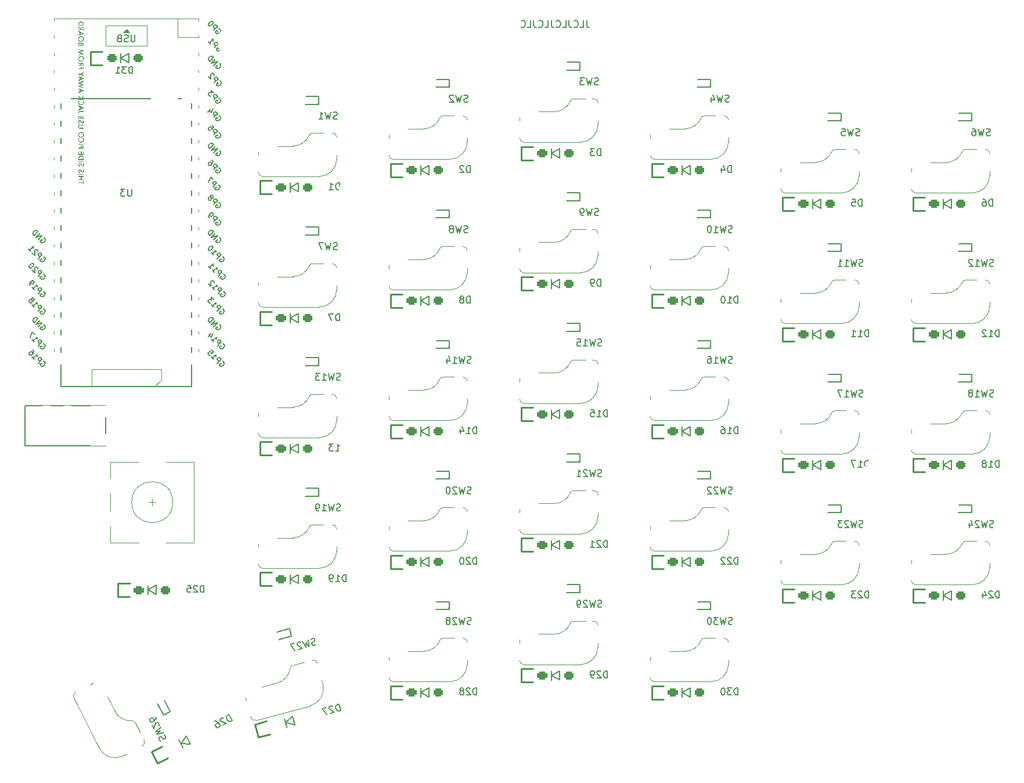
<source format=gbo>
G04 #@! TF.GenerationSoftware,KiCad,Pcbnew,(7.0.0-0)*
G04 #@! TF.CreationDate,2023-04-27T18:16:30-07:00*
G04 #@! TF.ProjectId,sofel_v3b,736f6665-6c5f-4763-9362-2e6b69636164,rev?*
G04 #@! TF.SameCoordinates,Original*
G04 #@! TF.FileFunction,Legend,Bot*
G04 #@! TF.FilePolarity,Positive*
%FSLAX46Y46*%
G04 Gerber Fmt 4.6, Leading zero omitted, Abs format (unit mm)*
G04 Created by KiCad (PCBNEW (7.0.0-0)) date 2023-04-27 18:16:30*
%MOMM*%
%LPD*%
G01*
G04 APERTURE LIST*
G04 Aperture macros list*
%AMRoundRect*
0 Rectangle with rounded corners*
0 $1 Rounding radius*
0 $2 $3 $4 $5 $6 $7 $8 $9 X,Y pos of 4 corners*
0 Add a 4 corners polygon primitive as box body*
4,1,4,$2,$3,$4,$5,$6,$7,$8,$9,$2,$3,0*
0 Add four circle primitives for the rounded corners*
1,1,$1+$1,$2,$3*
1,1,$1+$1,$4,$5*
1,1,$1+$1,$6,$7*
1,1,$1+$1,$8,$9*
0 Add four rect primitives between the rounded corners*
20,1,$1+$1,$2,$3,$4,$5,0*
20,1,$1+$1,$4,$5,$6,$7,0*
20,1,$1+$1,$6,$7,$8,$9,0*
20,1,$1+$1,$8,$9,$2,$3,0*%
%AMRotRect*
0 Rectangle, with rotation*
0 The origin of the aperture is its center*
0 $1 length*
0 $2 width*
0 $3 Rotation angle, in degrees counterclockwise*
0 Add horizontal line*
21,1,$1,$2,0,0,$3*%
%AMFreePoly0*
4,1,18,-0.744993,0.000000,-0.324890,0.420103,0.534941,0.420103,0.615324,0.404114,0.683470,0.358580,0.729004,0.290434,0.744993,0.210051,0.744993,-0.210051,0.729004,-0.290434,0.683470,-0.358580,0.615324,-0.404114,0.534941,-0.420103,-0.534941,-0.420103,-0.615324,-0.404114,-0.683470,-0.358580,-0.729004,-0.290434,-0.744993,-0.210051,-0.744993,0.000000,-0.744993,0.000000,$1*%
%AMFreePoly1*
4,1,13,-0.909987,0.210051,-0.893998,0.290434,-0.848464,0.358580,-0.780318,0.404114,-0.699935,0.420103,0.909987,0.420103,0.909987,-0.420103,-0.699935,-0.420103,-0.780318,-0.404114,-0.848464,-0.358580,-0.893998,-0.290434,-0.909987,-0.210051,-0.909987,0.210051,-0.909987,0.210051,$1*%
%AMFreePoly2*
4,1,13,-0.909987,0.212526,-0.893809,0.293856,-0.847740,0.362805,-0.778791,0.408874,-0.697461,0.425052,0.909987,0.425052,0.909987,-0.425052,-0.697461,-0.425052,-0.778791,-0.408874,-0.847740,-0.362805,-0.893809,-0.293856,-0.909987,-0.212526,-0.909987,0.212526,-0.909987,0.212526,$1*%
%AMFreePoly3*
4,1,17,-1.275000,1.012000,-1.255742,1.108819,-1.200898,1.190898,-1.118819,1.245742,-1.022000,1.265000,1.275000,1.265000,1.275000,-1.012000,1.255742,-1.108819,1.200898,-1.190898,1.118819,-1.245742,1.022000,-1.265000,-1.022000,-1.265000,-1.118819,-1.245742,-1.200898,-1.190898,-1.255742,-1.108819,-1.275000,-1.012000,-1.275000,1.012000,-1.275000,1.012000,$1*%
%AMFreePoly4*
4,1,18,-1.250000,1.010000,-1.230970,1.105671,-1.176777,1.186777,-1.095671,1.240970,-1.000000,1.260000,1.000000,1.260000,1.095671,1.240970,1.176777,1.186777,1.230970,1.105671,1.250000,1.010000,1.250000,-1.010000,1.230970,-1.105671,1.176777,-1.186777,1.095671,-1.240970,1.000000,-1.260000,-0.625000,-1.260000,-1.250000,-0.635000,-1.250000,1.010000,-1.250000,1.010000,$1*%
G04 Aperture macros list end*
%ADD10C,0.200000*%
%ADD11C,0.187500*%
%ADD12C,0.150000*%
%ADD13C,0.120000*%
%ADD14C,0.100000*%
%ADD15C,0.099999*%
%ADD16C,0.250000*%
%ADD17C,1.200000*%
%ADD18O,4.000000X1.700000*%
%ADD19O,2.500000X1.700000*%
%ADD20C,1.750000*%
%ADD21C,3.000000*%
%ADD22FreePoly0,180.000000*%
%ADD23FreePoly1,180.000000*%
%ADD24R,1.379987X0.840206*%
%ADD25C,3.987800*%
%ADD26C,1.500000*%
%ADD27FreePoly1,0.000000*%
%ADD28FreePoly2,0.000000*%
%ADD29FreePoly3,180.000000*%
%ADD30FreePoly4,180.000000*%
%ADD31FreePoly0,117.000000*%
%ADD32FreePoly1,117.000000*%
%ADD33RotRect,1.379987X0.840206X117.000000*%
%ADD34FreePoly1,297.000000*%
%ADD35FreePoly2,297.000000*%
%ADD36FreePoly3,117.000000*%
%ADD37FreePoly4,117.000000*%
%ADD38C,1.397000*%
%ADD39C,2.000000*%
%ADD40R,3.200000X2.000000*%
%ADD41FreePoly0,195.000000*%
%ADD42FreePoly1,195.000000*%
%ADD43RotRect,1.379987X0.840206X195.000000*%
%ADD44FreePoly1,15.000000*%
%ADD45FreePoly2,15.000000*%
%ADD46FreePoly3,195.000000*%
%ADD47FreePoly4,195.000000*%
%ADD48C,4.700000*%
%ADD49R,1.700000X1.700000*%
%ADD50O,1.700000X1.700000*%
%ADD51C,1.400000*%
%ADD52RoundRect,0.300000X-0.400000X-0.300000X0.400000X-0.300000X0.400000X0.300000X-0.400000X0.300000X0*%
%ADD53R,1.400000X1.400000*%
%ADD54C,0.500000*%
%ADD55R,1.955800X2.311400*%
%ADD56C,4.100000*%
%ADD57RoundRect,0.300000X-0.450000X-0.300000X0.450000X-0.300000X0.450000X0.300000X-0.450000X0.300000X0*%
%ADD58RotRect,1.400000X1.400000X27.000000*%
%ADD59RoundRect,0.300000X-0.264756X-0.471598X0.537150X-0.063006X0.264756X0.471598X-0.537150X0.063006X0*%
%ADD60RoundRect,0.300000X-0.220205X-0.448898X0.492600X-0.085706X0.220205X0.448898X-0.492600X0.085706X0*%
%ADD61RotRect,1.400000X1.400000X15.000000*%
%ADD62RoundRect,0.300000X-0.357021X-0.406246X0.512312X-0.173309X0.357021X0.406246X-0.512312X0.173309X0*%
%ADD63RoundRect,0.300000X-0.308725X-0.393305X0.464016X-0.186250X0.308725X0.393305X-0.464016X0.186250X0*%
%ADD64C,4.000000*%
%ADD65R,3.500000X1.700000*%
G04 APERTURE END LIST*
D10*
X163359048Y-34232380D02*
X163359048Y-34946666D01*
X163359048Y-34946666D02*
X163406667Y-35089523D01*
X163406667Y-35089523D02*
X163501905Y-35184761D01*
X163501905Y-35184761D02*
X163644762Y-35232380D01*
X163644762Y-35232380D02*
X163740000Y-35232380D01*
X162406667Y-35232380D02*
X162882857Y-35232380D01*
X162882857Y-35232380D02*
X162882857Y-34232380D01*
X161501905Y-35137142D02*
X161549524Y-35184761D01*
X161549524Y-35184761D02*
X161692381Y-35232380D01*
X161692381Y-35232380D02*
X161787619Y-35232380D01*
X161787619Y-35232380D02*
X161930476Y-35184761D01*
X161930476Y-35184761D02*
X162025714Y-35089523D01*
X162025714Y-35089523D02*
X162073333Y-34994285D01*
X162073333Y-34994285D02*
X162120952Y-34803809D01*
X162120952Y-34803809D02*
X162120952Y-34660952D01*
X162120952Y-34660952D02*
X162073333Y-34470476D01*
X162073333Y-34470476D02*
X162025714Y-34375238D01*
X162025714Y-34375238D02*
X161930476Y-34280000D01*
X161930476Y-34280000D02*
X161787619Y-34232380D01*
X161787619Y-34232380D02*
X161692381Y-34232380D01*
X161692381Y-34232380D02*
X161549524Y-34280000D01*
X161549524Y-34280000D02*
X161501905Y-34327619D01*
X160787619Y-34232380D02*
X160787619Y-34946666D01*
X160787619Y-34946666D02*
X160835238Y-35089523D01*
X160835238Y-35089523D02*
X160930476Y-35184761D01*
X160930476Y-35184761D02*
X161073333Y-35232380D01*
X161073333Y-35232380D02*
X161168571Y-35232380D01*
X159835238Y-35232380D02*
X160311428Y-35232380D01*
X160311428Y-35232380D02*
X160311428Y-34232380D01*
X158930476Y-35137142D02*
X158978095Y-35184761D01*
X158978095Y-35184761D02*
X159120952Y-35232380D01*
X159120952Y-35232380D02*
X159216190Y-35232380D01*
X159216190Y-35232380D02*
X159359047Y-35184761D01*
X159359047Y-35184761D02*
X159454285Y-35089523D01*
X159454285Y-35089523D02*
X159501904Y-34994285D01*
X159501904Y-34994285D02*
X159549523Y-34803809D01*
X159549523Y-34803809D02*
X159549523Y-34660952D01*
X159549523Y-34660952D02*
X159501904Y-34470476D01*
X159501904Y-34470476D02*
X159454285Y-34375238D01*
X159454285Y-34375238D02*
X159359047Y-34280000D01*
X159359047Y-34280000D02*
X159216190Y-34232380D01*
X159216190Y-34232380D02*
X159120952Y-34232380D01*
X159120952Y-34232380D02*
X158978095Y-34280000D01*
X158978095Y-34280000D02*
X158930476Y-34327619D01*
X158216190Y-34232380D02*
X158216190Y-34946666D01*
X158216190Y-34946666D02*
X158263809Y-35089523D01*
X158263809Y-35089523D02*
X158359047Y-35184761D01*
X158359047Y-35184761D02*
X158501904Y-35232380D01*
X158501904Y-35232380D02*
X158597142Y-35232380D01*
X157263809Y-35232380D02*
X157739999Y-35232380D01*
X157739999Y-35232380D02*
X157739999Y-34232380D01*
X156359047Y-35137142D02*
X156406666Y-35184761D01*
X156406666Y-35184761D02*
X156549523Y-35232380D01*
X156549523Y-35232380D02*
X156644761Y-35232380D01*
X156644761Y-35232380D02*
X156787618Y-35184761D01*
X156787618Y-35184761D02*
X156882856Y-35089523D01*
X156882856Y-35089523D02*
X156930475Y-34994285D01*
X156930475Y-34994285D02*
X156978094Y-34803809D01*
X156978094Y-34803809D02*
X156978094Y-34660952D01*
X156978094Y-34660952D02*
X156930475Y-34470476D01*
X156930475Y-34470476D02*
X156882856Y-34375238D01*
X156882856Y-34375238D02*
X156787618Y-34280000D01*
X156787618Y-34280000D02*
X156644761Y-34232380D01*
X156644761Y-34232380D02*
X156549523Y-34232380D01*
X156549523Y-34232380D02*
X156406666Y-34280000D01*
X156406666Y-34280000D02*
X156359047Y-34327619D01*
X155644761Y-34232380D02*
X155644761Y-34946666D01*
X155644761Y-34946666D02*
X155692380Y-35089523D01*
X155692380Y-35089523D02*
X155787618Y-35184761D01*
X155787618Y-35184761D02*
X155930475Y-35232380D01*
X155930475Y-35232380D02*
X156025713Y-35232380D01*
X154692380Y-35232380D02*
X155168570Y-35232380D01*
X155168570Y-35232380D02*
X155168570Y-34232380D01*
X153787618Y-35137142D02*
X153835237Y-35184761D01*
X153835237Y-35184761D02*
X153978094Y-35232380D01*
X153978094Y-35232380D02*
X154073332Y-35232380D01*
X154073332Y-35232380D02*
X154216189Y-35184761D01*
X154216189Y-35184761D02*
X154311427Y-35089523D01*
X154311427Y-35089523D02*
X154359046Y-34994285D01*
X154359046Y-34994285D02*
X154406665Y-34803809D01*
X154406665Y-34803809D02*
X154406665Y-34660952D01*
X154406665Y-34660952D02*
X154359046Y-34470476D01*
X154359046Y-34470476D02*
X154311427Y-34375238D01*
X154311427Y-34375238D02*
X154216189Y-34280000D01*
X154216189Y-34280000D02*
X154073332Y-34232380D01*
X154073332Y-34232380D02*
X153978094Y-34232380D01*
X153978094Y-34232380D02*
X153835237Y-34280000D01*
X153835237Y-34280000D02*
X153787618Y-34327619D01*
D11*
G36*
X89898722Y-57793461D02*
G01*
X89218750Y-57793461D01*
X89218750Y-57911430D01*
X89898722Y-57911430D01*
X89898722Y-58098276D01*
X90015958Y-58098276D01*
X90015958Y-57617606D01*
X89898722Y-57617606D01*
X89898722Y-57793461D01*
G37*
G36*
X89699419Y-57391926D02*
G01*
X89699419Y-57052672D01*
X90015958Y-57052672D01*
X90015958Y-56934703D01*
X89218750Y-56934703D01*
X89218750Y-57052672D01*
X89582183Y-57052672D01*
X89582183Y-57391926D01*
X89218750Y-57391926D01*
X89218750Y-57509895D01*
X90015958Y-57509895D01*
X90015958Y-57391926D01*
X89699419Y-57391926D01*
G37*
G36*
X90015958Y-56621828D02*
G01*
X89218750Y-56621828D01*
X89218750Y-56739797D01*
X90015958Y-56739797D01*
X90015958Y-56621828D01*
G37*
G36*
X89902935Y-55979042D02*
G01*
X89844133Y-56075945D01*
X89852705Y-56081075D01*
X89860697Y-56086159D01*
X89868109Y-56091198D01*
X89874942Y-56096192D01*
X89881195Y-56101142D01*
X89886869Y-56106046D01*
X89893532Y-56112514D01*
X89899165Y-56118903D01*
X89903768Y-56125211D01*
X89905683Y-56128335D01*
X89909547Y-56135079D01*
X89912895Y-56142303D01*
X89915729Y-56150008D01*
X89918047Y-56158194D01*
X89919851Y-56166861D01*
X89921139Y-56176008D01*
X89921911Y-56185637D01*
X89922153Y-56193174D01*
X89922169Y-56195746D01*
X89921918Y-56205040D01*
X89921164Y-56214031D01*
X89919908Y-56222720D01*
X89918150Y-56231106D01*
X89915890Y-56239189D01*
X89913127Y-56246970D01*
X89909862Y-56254448D01*
X89906095Y-56261623D01*
X89901825Y-56268496D01*
X89897053Y-56275065D01*
X89893592Y-56279277D01*
X89888243Y-56285235D01*
X89882636Y-56290607D01*
X89876771Y-56295393D01*
X89870649Y-56299593D01*
X89864269Y-56303207D01*
X89855362Y-56307114D01*
X89848381Y-56309361D01*
X89841142Y-56311021D01*
X89833646Y-56312095D01*
X89825892Y-56312584D01*
X89823251Y-56312616D01*
X89812462Y-56311858D01*
X89802080Y-56309583D01*
X89792104Y-56305792D01*
X89782533Y-56300483D01*
X89776377Y-56296102D01*
X89770403Y-56291047D01*
X89764608Y-56285317D01*
X89758994Y-56278914D01*
X89753560Y-56271836D01*
X89748306Y-56264085D01*
X89743233Y-56255659D01*
X89738340Y-56246559D01*
X89733627Y-56236785D01*
X89729095Y-56226338D01*
X89696489Y-56147020D01*
X89691498Y-56135155D01*
X89686373Y-56123695D01*
X89681114Y-56112641D01*
X89675720Y-56101991D01*
X89670192Y-56091747D01*
X89664529Y-56081907D01*
X89658732Y-56072472D01*
X89652800Y-56063443D01*
X89646733Y-56054818D01*
X89640532Y-56046599D01*
X89634197Y-56038784D01*
X89627727Y-56031375D01*
X89621122Y-56024370D01*
X89614383Y-56017770D01*
X89607509Y-56011576D01*
X89600501Y-56005786D01*
X89593325Y-56000352D01*
X89585950Y-55995268D01*
X89578373Y-55990534D01*
X89570597Y-55986151D01*
X89562620Y-55982119D01*
X89554442Y-55978438D01*
X89546064Y-55975107D01*
X89537486Y-55972127D01*
X89528708Y-55969497D01*
X89519729Y-55967218D01*
X89510550Y-55965289D01*
X89501171Y-55963712D01*
X89491591Y-55962484D01*
X89481810Y-55961608D01*
X89471830Y-55961082D01*
X89461649Y-55960907D01*
X89448015Y-55961189D01*
X89434681Y-55962037D01*
X89421648Y-55963450D01*
X89408915Y-55965429D01*
X89396483Y-55967973D01*
X89384352Y-55971082D01*
X89372521Y-55974756D01*
X89360990Y-55978996D01*
X89349761Y-55983801D01*
X89338831Y-55989171D01*
X89328202Y-55995107D01*
X89317874Y-56001607D01*
X89307846Y-56008674D01*
X89298119Y-56016305D01*
X89288692Y-56024502D01*
X89279566Y-56033264D01*
X89270782Y-56042537D01*
X89262564Y-56052083D01*
X89254914Y-56061902D01*
X89247830Y-56071995D01*
X89241312Y-56082361D01*
X89235362Y-56093001D01*
X89229978Y-56103914D01*
X89225161Y-56115100D01*
X89220910Y-56126560D01*
X89217227Y-56138293D01*
X89214110Y-56150299D01*
X89211560Y-56162579D01*
X89209576Y-56175132D01*
X89208159Y-56187958D01*
X89207309Y-56201058D01*
X89207026Y-56214431D01*
X89207271Y-56227092D01*
X89208005Y-56239475D01*
X89209228Y-56251581D01*
X89210941Y-56263409D01*
X89213144Y-56274960D01*
X89215836Y-56286232D01*
X89219017Y-56297228D01*
X89222688Y-56307945D01*
X89226848Y-56318385D01*
X89231498Y-56328548D01*
X89236637Y-56338432D01*
X89242266Y-56348039D01*
X89248384Y-56357369D01*
X89254991Y-56366420D01*
X89262088Y-56375195D01*
X89269674Y-56383691D01*
X89277681Y-56391719D01*
X89286086Y-56399362D01*
X89294889Y-56406620D01*
X89304089Y-56413492D01*
X89313688Y-56419980D01*
X89323684Y-56426083D01*
X89334078Y-56431801D01*
X89344870Y-56437134D01*
X89356060Y-56442083D01*
X89367648Y-56446646D01*
X89379634Y-56450824D01*
X89392017Y-56454617D01*
X89404798Y-56458025D01*
X89417977Y-56461048D01*
X89431554Y-56463687D01*
X89445529Y-56465940D01*
X89472274Y-56347421D01*
X89463696Y-56346341D01*
X89455458Y-56345163D01*
X89447559Y-56343885D01*
X89439999Y-56342509D01*
X89432779Y-56341035D01*
X89422583Y-56338637D01*
X89413152Y-56336018D01*
X89404483Y-56333176D01*
X89396577Y-56330112D01*
X89389435Y-56326826D01*
X89381098Y-56322099D01*
X89375737Y-56318295D01*
X89369503Y-56313535D01*
X89363672Y-56308506D01*
X89358243Y-56303208D01*
X89353217Y-56297641D01*
X89348592Y-56291805D01*
X89344370Y-56285700D01*
X89340549Y-56279326D01*
X89337131Y-56272683D01*
X89334115Y-56265770D01*
X89331501Y-56258589D01*
X89329289Y-56251139D01*
X89327480Y-56243419D01*
X89326072Y-56235431D01*
X89325067Y-56227173D01*
X89324463Y-56218647D01*
X89324262Y-56209851D01*
X89324594Y-56199441D01*
X89325589Y-56189370D01*
X89327247Y-56179636D01*
X89329569Y-56170241D01*
X89332554Y-56161184D01*
X89336202Y-56152464D01*
X89340514Y-56144083D01*
X89345489Y-56136040D01*
X89351127Y-56128335D01*
X89357428Y-56120969D01*
X89361998Y-56116245D01*
X89369250Y-56109567D01*
X89376857Y-56103545D01*
X89384818Y-56098181D01*
X89393133Y-56093473D01*
X89401802Y-56089423D01*
X89410826Y-56086029D01*
X89420204Y-56083292D01*
X89429936Y-56081212D01*
X89440022Y-56079788D01*
X89450462Y-56079022D01*
X89457619Y-56078876D01*
X89466208Y-56079101D01*
X89474526Y-56079778D01*
X89482574Y-56080905D01*
X89490351Y-56082482D01*
X89497858Y-56084511D01*
X89500300Y-56085287D01*
X89507472Y-56087943D01*
X89514426Y-56091101D01*
X89521160Y-56094761D01*
X89527675Y-56098923D01*
X89533971Y-56103588D01*
X89536021Y-56105254D01*
X89542057Y-56110621D01*
X89547939Y-56116554D01*
X89553667Y-56123054D01*
X89558321Y-56128904D01*
X89562869Y-56135147D01*
X89566429Y-56140425D01*
X89570858Y-56147324D01*
X89575216Y-56154625D01*
X89579502Y-56162329D01*
X89583717Y-56170436D01*
X89587037Y-56177210D01*
X89590312Y-56184243D01*
X89593540Y-56191533D01*
X89625597Y-56267920D01*
X89629987Y-56277928D01*
X89634503Y-56287618D01*
X89639144Y-56296990D01*
X89643910Y-56306045D01*
X89648801Y-56314782D01*
X89653817Y-56323201D01*
X89658959Y-56331302D01*
X89664226Y-56339086D01*
X89669618Y-56346552D01*
X89675135Y-56353701D01*
X89680777Y-56360531D01*
X89686545Y-56367044D01*
X89692438Y-56373240D01*
X89698456Y-56379117D01*
X89704600Y-56384677D01*
X89710868Y-56389919D01*
X89717262Y-56394844D01*
X89723781Y-56399450D01*
X89730426Y-56403739D01*
X89737195Y-56407711D01*
X89744090Y-56411364D01*
X89751110Y-56414700D01*
X89758255Y-56417719D01*
X89765525Y-56420419D01*
X89772921Y-56422802D01*
X89780442Y-56424867D01*
X89788088Y-56426614D01*
X89795859Y-56428044D01*
X89803756Y-56429156D01*
X89811777Y-56429950D01*
X89819924Y-56430427D01*
X89828196Y-56430586D01*
X89839302Y-56430319D01*
X89850178Y-56429518D01*
X89860826Y-56428184D01*
X89871244Y-56426315D01*
X89881434Y-56423913D01*
X89891394Y-56420977D01*
X89901126Y-56417507D01*
X89910628Y-56413504D01*
X89919902Y-56408967D01*
X89928947Y-56403895D01*
X89937762Y-56398291D01*
X89946349Y-56392152D01*
X89954707Y-56385479D01*
X89962835Y-56378273D01*
X89970735Y-56370533D01*
X89978406Y-56362259D01*
X89985792Y-56353611D01*
X89992703Y-56344705D01*
X89999136Y-56335539D01*
X90005093Y-56326115D01*
X90010574Y-56316431D01*
X90015577Y-56306488D01*
X90020105Y-56296287D01*
X90024156Y-56285826D01*
X90027730Y-56275106D01*
X90030827Y-56264128D01*
X90033448Y-56252890D01*
X90035593Y-56241393D01*
X90037261Y-56229637D01*
X90038452Y-56217622D01*
X90039167Y-56205348D01*
X90039405Y-56192815D01*
X90039272Y-56184321D01*
X90038872Y-56175945D01*
X90038206Y-56167685D01*
X90037273Y-56159542D01*
X90036074Y-56151516D01*
X90034608Y-56143607D01*
X90032875Y-56135815D01*
X90030876Y-56128141D01*
X90028610Y-56120583D01*
X90026078Y-56113142D01*
X90023280Y-56105818D01*
X90020214Y-56098611D01*
X90016882Y-56091521D01*
X90013284Y-56084548D01*
X90009419Y-56077692D01*
X90005288Y-56070953D01*
X90000890Y-56064331D01*
X89996225Y-56057826D01*
X89991294Y-56051439D01*
X89986097Y-56045168D01*
X89980632Y-56039014D01*
X89974902Y-56032977D01*
X89968904Y-56027057D01*
X89962641Y-56021254D01*
X89956110Y-56015568D01*
X89949313Y-56009999D01*
X89942250Y-56004547D01*
X89934920Y-55999212D01*
X89927324Y-55993994D01*
X89919461Y-55988893D01*
X89911331Y-55983909D01*
X89902935Y-55979042D01*
G37*
G36*
X89902935Y-55043347D02*
G01*
X89844133Y-55140251D01*
X89852705Y-55145380D01*
X89860697Y-55150465D01*
X89868109Y-55155504D01*
X89874942Y-55160498D01*
X89881195Y-55165447D01*
X89886869Y-55170351D01*
X89893532Y-55176820D01*
X89899165Y-55183208D01*
X89903768Y-55189517D01*
X89905683Y-55192641D01*
X89909547Y-55199384D01*
X89912895Y-55206608D01*
X89915729Y-55214314D01*
X89918047Y-55222500D01*
X89919851Y-55231166D01*
X89921139Y-55240314D01*
X89921911Y-55249942D01*
X89922153Y-55257479D01*
X89922169Y-55260052D01*
X89921918Y-55269346D01*
X89921164Y-55278337D01*
X89919908Y-55287026D01*
X89918150Y-55295412D01*
X89915890Y-55303495D01*
X89913127Y-55311276D01*
X89909862Y-55318753D01*
X89906095Y-55325929D01*
X89901825Y-55332801D01*
X89897053Y-55339371D01*
X89893592Y-55343583D01*
X89888243Y-55349541D01*
X89882636Y-55354913D01*
X89876771Y-55359699D01*
X89870649Y-55363899D01*
X89864269Y-55367513D01*
X89855362Y-55371420D01*
X89848381Y-55373666D01*
X89841142Y-55375327D01*
X89833646Y-55376401D01*
X89825892Y-55376889D01*
X89823251Y-55376922D01*
X89812462Y-55376164D01*
X89802080Y-55373889D01*
X89792104Y-55370097D01*
X89782533Y-55364789D01*
X89776377Y-55360408D01*
X89770403Y-55355352D01*
X89764608Y-55349623D01*
X89758994Y-55343219D01*
X89753560Y-55336142D01*
X89748306Y-55328390D01*
X89743233Y-55319965D01*
X89738340Y-55310865D01*
X89733627Y-55301091D01*
X89729095Y-55290643D01*
X89696489Y-55211325D01*
X89691498Y-55199461D01*
X89686373Y-55188001D01*
X89681114Y-55176947D01*
X89675720Y-55166297D01*
X89670192Y-55156052D01*
X89664529Y-55146213D01*
X89658732Y-55136778D01*
X89652800Y-55127749D01*
X89646733Y-55119124D01*
X89640532Y-55110904D01*
X89634197Y-55103090D01*
X89627727Y-55095680D01*
X89621122Y-55088676D01*
X89614383Y-55082076D01*
X89607509Y-55075882D01*
X89600501Y-55070092D01*
X89593325Y-55064657D01*
X89585950Y-55059573D01*
X89578373Y-55054840D01*
X89570597Y-55050457D01*
X89562620Y-55046425D01*
X89554442Y-55042743D01*
X89546064Y-55039413D01*
X89537486Y-55036432D01*
X89528708Y-55033803D01*
X89519729Y-55031524D01*
X89510550Y-55029595D01*
X89501171Y-55028017D01*
X89491591Y-55026790D01*
X89481810Y-55025914D01*
X89471830Y-55025388D01*
X89461649Y-55025212D01*
X89448015Y-55025495D01*
X89434681Y-55026343D01*
X89421648Y-55027756D01*
X89408915Y-55029735D01*
X89396483Y-55032278D01*
X89384352Y-55035388D01*
X89372521Y-55039062D01*
X89360990Y-55043302D01*
X89349761Y-55048107D01*
X89338831Y-55053477D01*
X89328202Y-55059412D01*
X89317874Y-55065913D01*
X89307846Y-55072979D01*
X89298119Y-55080611D01*
X89288692Y-55088807D01*
X89279566Y-55097569D01*
X89270782Y-55106842D01*
X89262564Y-55116388D01*
X89254914Y-55126208D01*
X89247830Y-55136301D01*
X89241312Y-55146667D01*
X89235362Y-55157307D01*
X89229978Y-55168220D01*
X89225161Y-55179406D01*
X89220910Y-55190866D01*
X89217227Y-55202598D01*
X89214110Y-55214605D01*
X89211560Y-55226884D01*
X89209576Y-55239437D01*
X89208159Y-55252264D01*
X89207309Y-55265363D01*
X89207026Y-55278736D01*
X89207271Y-55291397D01*
X89208005Y-55303781D01*
X89209228Y-55315887D01*
X89210941Y-55327715D01*
X89213144Y-55339265D01*
X89215836Y-55350538D01*
X89219017Y-55361533D01*
X89222688Y-55372251D01*
X89226848Y-55382691D01*
X89231498Y-55392853D01*
X89236637Y-55402738D01*
X89242266Y-55412345D01*
X89248384Y-55421674D01*
X89254991Y-55430726D01*
X89262088Y-55439500D01*
X89269674Y-55447997D01*
X89277681Y-55456025D01*
X89286086Y-55463667D01*
X89294889Y-55470925D01*
X89304089Y-55477798D01*
X89313688Y-55484286D01*
X89323684Y-55490389D01*
X89334078Y-55496107D01*
X89344870Y-55501440D01*
X89356060Y-55506388D01*
X89367648Y-55510951D01*
X89379634Y-55515129D01*
X89392017Y-55518923D01*
X89404798Y-55522331D01*
X89417977Y-55525354D01*
X89431554Y-55527992D01*
X89445529Y-55530245D01*
X89472274Y-55411727D01*
X89463696Y-55410647D01*
X89455458Y-55409468D01*
X89447559Y-55408191D01*
X89439999Y-55406815D01*
X89432779Y-55405340D01*
X89422583Y-55402943D01*
X89413152Y-55400324D01*
X89404483Y-55397482D01*
X89396577Y-55394418D01*
X89389435Y-55391132D01*
X89381098Y-55386405D01*
X89375737Y-55382601D01*
X89369503Y-55377841D01*
X89363672Y-55372812D01*
X89358243Y-55367514D01*
X89353217Y-55361947D01*
X89348592Y-55356111D01*
X89344370Y-55350006D01*
X89340549Y-55343632D01*
X89337131Y-55336988D01*
X89334115Y-55330076D01*
X89331501Y-55322895D01*
X89329289Y-55315444D01*
X89327480Y-55307725D01*
X89326072Y-55299737D01*
X89325067Y-55291479D01*
X89324463Y-55282952D01*
X89324262Y-55274157D01*
X89324594Y-55263747D01*
X89325589Y-55253676D01*
X89327247Y-55243942D01*
X89329569Y-55234547D01*
X89332554Y-55225489D01*
X89336202Y-55216770D01*
X89340514Y-55208389D01*
X89345489Y-55200346D01*
X89351127Y-55192641D01*
X89357428Y-55185274D01*
X89361998Y-55180551D01*
X89369250Y-55173873D01*
X89376857Y-55167851D01*
X89384818Y-55162487D01*
X89393133Y-55157779D01*
X89401802Y-55153728D01*
X89410826Y-55150334D01*
X89420204Y-55147597D01*
X89429936Y-55145517D01*
X89440022Y-55144094D01*
X89450462Y-55143328D01*
X89457619Y-55143182D01*
X89466208Y-55143407D01*
X89474526Y-55144083D01*
X89482574Y-55145210D01*
X89490351Y-55146788D01*
X89497858Y-55148817D01*
X89500300Y-55149593D01*
X89507472Y-55152248D01*
X89514426Y-55155406D01*
X89521160Y-55159066D01*
X89527675Y-55163229D01*
X89533971Y-55167893D01*
X89536021Y-55169560D01*
X89542057Y-55174927D01*
X89547939Y-55180860D01*
X89553667Y-55187360D01*
X89558321Y-55193210D01*
X89562869Y-55199453D01*
X89566429Y-55204731D01*
X89570858Y-55211630D01*
X89575216Y-55218931D01*
X89579502Y-55226635D01*
X89583717Y-55234741D01*
X89587037Y-55241516D01*
X89590312Y-55248549D01*
X89593540Y-55255839D01*
X89625597Y-55332226D01*
X89629987Y-55342233D01*
X89634503Y-55351923D01*
X89639144Y-55361296D01*
X89643910Y-55370350D01*
X89648801Y-55379087D01*
X89653817Y-55387507D01*
X89658959Y-55395608D01*
X89664226Y-55403392D01*
X89669618Y-55410858D01*
X89675135Y-55418006D01*
X89680777Y-55424837D01*
X89686545Y-55431350D01*
X89692438Y-55437545D01*
X89698456Y-55443423D01*
X89704600Y-55448983D01*
X89710868Y-55454225D01*
X89717262Y-55459149D01*
X89723781Y-55463756D01*
X89730426Y-55468045D01*
X89737195Y-55472016D01*
X89744090Y-55475670D01*
X89751110Y-55479006D01*
X89758255Y-55482024D01*
X89765525Y-55484725D01*
X89772921Y-55487108D01*
X89780442Y-55489173D01*
X89788088Y-55490920D01*
X89795859Y-55492350D01*
X89803756Y-55493462D01*
X89811777Y-55494256D01*
X89819924Y-55494732D01*
X89828196Y-55494891D01*
X89839302Y-55494624D01*
X89850178Y-55493824D01*
X89860826Y-55492489D01*
X89871244Y-55490621D01*
X89881434Y-55488219D01*
X89891394Y-55485283D01*
X89901126Y-55481813D01*
X89910628Y-55477810D01*
X89919902Y-55473272D01*
X89928947Y-55468201D01*
X89937762Y-55462596D01*
X89946349Y-55456457D01*
X89954707Y-55449785D01*
X89962835Y-55442579D01*
X89970735Y-55434838D01*
X89978406Y-55426564D01*
X89985792Y-55417917D01*
X89992703Y-55409010D01*
X89999136Y-55399845D01*
X90005093Y-55390420D01*
X90010574Y-55380737D01*
X90015577Y-55370794D01*
X90020105Y-55360592D01*
X90024156Y-55350132D01*
X90027730Y-55339412D01*
X90030827Y-55328433D01*
X90033448Y-55317195D01*
X90035593Y-55305699D01*
X90037261Y-55293943D01*
X90038452Y-55281928D01*
X90039167Y-55269654D01*
X90039405Y-55257121D01*
X90039272Y-55248627D01*
X90038872Y-55240250D01*
X90038206Y-55231990D01*
X90037273Y-55223848D01*
X90036074Y-55215822D01*
X90034608Y-55207913D01*
X90032875Y-55200121D01*
X90030876Y-55192446D01*
X90028610Y-55184888D01*
X90026078Y-55177447D01*
X90023280Y-55170124D01*
X90020214Y-55162917D01*
X90016882Y-55155827D01*
X90013284Y-55148854D01*
X90009419Y-55141998D01*
X90005288Y-55135259D01*
X90000890Y-55128637D01*
X89996225Y-55122132D01*
X89991294Y-55115744D01*
X89986097Y-55109473D01*
X89980632Y-55103319D01*
X89974902Y-55097282D01*
X89968904Y-55091362D01*
X89962641Y-55085559D01*
X89956110Y-55079873D01*
X89949313Y-55074304D01*
X89942250Y-55068852D01*
X89934920Y-55063517D01*
X89927324Y-55058299D01*
X89919461Y-55053198D01*
X89911331Y-55048214D01*
X89902935Y-55043347D01*
G37*
G36*
X90015958Y-54765094D02*
G01*
X89218750Y-54765094D01*
X89218750Y-54883063D01*
X90015958Y-54883063D01*
X90015958Y-54765094D01*
G37*
G36*
X89628745Y-53963608D02*
G01*
X89639998Y-53963966D01*
X89651112Y-53964563D01*
X89662087Y-53965398D01*
X89672925Y-53966472D01*
X89683624Y-53967784D01*
X89694184Y-53969335D01*
X89704606Y-53971125D01*
X89714889Y-53973154D01*
X89725034Y-53975421D01*
X89735041Y-53977926D01*
X89744909Y-53980671D01*
X89754638Y-53983654D01*
X89764229Y-53986875D01*
X89773682Y-53990335D01*
X89782996Y-53994034D01*
X89792172Y-53997972D01*
X89801209Y-54002148D01*
X89810108Y-54006563D01*
X89818868Y-54011216D01*
X89827490Y-54016108D01*
X89835974Y-54021239D01*
X89844319Y-54026608D01*
X89852525Y-54032216D01*
X89860593Y-54038063D01*
X89868523Y-54044148D01*
X89876314Y-54050472D01*
X89883967Y-54057035D01*
X89891481Y-54063836D01*
X89898857Y-54070876D01*
X89906094Y-54078154D01*
X89913193Y-54085671D01*
X89920028Y-54093280D01*
X89926611Y-54100995D01*
X89932942Y-54108817D01*
X89939022Y-54116743D01*
X89944849Y-54124776D01*
X89950425Y-54132915D01*
X89955748Y-54141160D01*
X89960820Y-54149510D01*
X89965640Y-54157967D01*
X89970208Y-54166529D01*
X89974525Y-54175197D01*
X89978589Y-54183971D01*
X89982401Y-54192851D01*
X89985962Y-54201837D01*
X89989271Y-54210929D01*
X89992328Y-54220127D01*
X89993781Y-54224492D01*
X89996551Y-54233515D01*
X89999135Y-54242929D01*
X90001535Y-54252733D01*
X90003751Y-54262929D01*
X90005781Y-54273515D01*
X90007627Y-54284491D01*
X90009289Y-54295859D01*
X90010766Y-54307617D01*
X90012058Y-54319765D01*
X90013166Y-54332305D01*
X90014089Y-54345235D01*
X90014827Y-54358555D01*
X90015381Y-54372267D01*
X90015750Y-54386369D01*
X90015935Y-54400862D01*
X90015958Y-54408255D01*
X90015958Y-54573852D01*
X89218750Y-54573852D01*
X89218750Y-54455882D01*
X89335986Y-54455882D01*
X89898722Y-54455882D01*
X89898722Y-54401660D01*
X89898651Y-54392128D01*
X89898441Y-54382742D01*
X89898090Y-54373502D01*
X89897600Y-54364409D01*
X89896968Y-54355461D01*
X89896197Y-54346661D01*
X89895285Y-54338006D01*
X89894234Y-54329498D01*
X89893042Y-54321136D01*
X89891709Y-54312921D01*
X89890237Y-54304852D01*
X89888624Y-54296929D01*
X89886871Y-54289152D01*
X89884977Y-54281522D01*
X89882944Y-54274038D01*
X89880770Y-54266701D01*
X89878456Y-54259510D01*
X89876001Y-54252465D01*
X89870672Y-54238814D01*
X89864781Y-54225749D01*
X89858330Y-54213269D01*
X89851317Y-54201374D01*
X89843744Y-54190065D01*
X89835610Y-54179341D01*
X89826914Y-54169202D01*
X89821851Y-54163804D01*
X89816692Y-54158577D01*
X89806086Y-54148637D01*
X89795094Y-54139383D01*
X89783718Y-54130814D01*
X89771956Y-54122931D01*
X89759809Y-54115733D01*
X89747278Y-54109221D01*
X89734361Y-54103394D01*
X89721060Y-54098253D01*
X89707374Y-54093797D01*
X89693302Y-54090027D01*
X89686122Y-54088399D01*
X89678846Y-54086942D01*
X89671473Y-54085657D01*
X89664004Y-54084543D01*
X89656439Y-54083600D01*
X89648778Y-54082829D01*
X89641021Y-54082229D01*
X89633167Y-54081801D01*
X89625217Y-54081544D01*
X89617171Y-54081458D01*
X89609215Y-54081545D01*
X89601353Y-54081805D01*
X89593586Y-54082239D01*
X89585912Y-54082846D01*
X89578333Y-54083627D01*
X89570848Y-54084581D01*
X89563457Y-54085709D01*
X89556160Y-54087011D01*
X89541848Y-54090134D01*
X89527912Y-54093952D01*
X89514353Y-54098463D01*
X89501171Y-54103669D01*
X89488364Y-54109569D01*
X89475934Y-54116162D01*
X89463881Y-54123450D01*
X89452204Y-54131432D01*
X89440903Y-54140108D01*
X89429979Y-54149479D01*
X89419431Y-54159543D01*
X89414298Y-54164835D01*
X89409259Y-54170301D01*
X89404509Y-54175746D01*
X89397690Y-54184066D01*
X89391238Y-54192569D01*
X89385154Y-54201256D01*
X89379436Y-54210127D01*
X89374085Y-54219181D01*
X89369102Y-54228419D01*
X89364486Y-54237840D01*
X89360236Y-54247445D01*
X89356354Y-54257233D01*
X89352839Y-54267205D01*
X89351802Y-54270586D01*
X89348889Y-54281046D01*
X89347112Y-54288285D01*
X89345466Y-54295735D01*
X89343952Y-54303397D01*
X89342569Y-54311271D01*
X89341318Y-54319357D01*
X89340199Y-54327655D01*
X89339212Y-54336164D01*
X89338356Y-54344885D01*
X89337632Y-54353818D01*
X89337039Y-54362963D01*
X89336579Y-54372320D01*
X89336249Y-54381888D01*
X89336052Y-54391668D01*
X89335986Y-54401660D01*
X89335986Y-54455882D01*
X89218750Y-54455882D01*
X89218750Y-54410453D01*
X89218771Y-54402996D01*
X89218836Y-54395646D01*
X89219096Y-54381267D01*
X89219529Y-54367316D01*
X89220135Y-54353793D01*
X89220914Y-54340697D01*
X89221866Y-54328030D01*
X89222992Y-54315790D01*
X89224291Y-54303978D01*
X89225763Y-54292595D01*
X89227408Y-54281639D01*
X89229226Y-54271111D01*
X89231217Y-54261011D01*
X89233382Y-54251339D01*
X89235720Y-54242094D01*
X89238230Y-54233278D01*
X89240915Y-54224890D01*
X89243842Y-54216144D01*
X89247037Y-54207447D01*
X89250499Y-54198799D01*
X89254230Y-54190199D01*
X89258227Y-54181649D01*
X89262493Y-54173146D01*
X89267026Y-54164693D01*
X89271827Y-54156288D01*
X89276895Y-54147932D01*
X89282231Y-54139624D01*
X89287834Y-54131365D01*
X89293705Y-54123155D01*
X89299844Y-54114993D01*
X89306250Y-54106880D01*
X89312924Y-54098816D01*
X89319866Y-54090800D01*
X89327033Y-54082968D01*
X89334337Y-54075384D01*
X89341779Y-54068048D01*
X89349358Y-54060962D01*
X89357075Y-54054124D01*
X89364929Y-54047534D01*
X89372920Y-54041194D01*
X89381049Y-54035101D01*
X89389315Y-54029258D01*
X89397718Y-54023663D01*
X89406259Y-54018317D01*
X89414938Y-54013220D01*
X89423753Y-54008371D01*
X89432706Y-54003771D01*
X89441797Y-53999419D01*
X89451024Y-53995317D01*
X89460390Y-53991462D01*
X89469892Y-53987857D01*
X89479532Y-53984500D01*
X89489310Y-53981392D01*
X89499224Y-53978532D01*
X89509276Y-53975921D01*
X89519466Y-53973559D01*
X89529793Y-53971446D01*
X89540257Y-53969581D01*
X89550859Y-53967964D01*
X89561598Y-53966597D01*
X89572474Y-53965478D01*
X89583488Y-53964608D01*
X89594639Y-53963986D01*
X89605928Y-53963613D01*
X89617354Y-53963489D01*
X89628745Y-53963608D01*
G37*
G36*
X89898722Y-53372177D02*
G01*
X89898722Y-53693845D01*
X89711143Y-53693845D01*
X89711143Y-53383900D01*
X89593907Y-53383900D01*
X89593907Y-53693845D01*
X89335986Y-53693845D01*
X89335986Y-53372177D01*
X89218750Y-53372177D01*
X89218750Y-53811814D01*
X90015958Y-53811814D01*
X90015958Y-53372177D01*
X89898722Y-53372177D01*
G37*
G36*
X89794723Y-52449206D02*
G01*
X89806959Y-52450009D01*
X89818926Y-52451347D01*
X89830624Y-52453221D01*
X89842052Y-52455629D01*
X89853212Y-52458573D01*
X89864103Y-52462052D01*
X89874725Y-52466066D01*
X89885077Y-52470616D01*
X89895161Y-52475701D01*
X89904976Y-52481321D01*
X89914521Y-52487476D01*
X89923798Y-52494166D01*
X89932805Y-52501392D01*
X89941543Y-52509153D01*
X89950013Y-52517449D01*
X89954703Y-52522375D01*
X89961382Y-52529946D01*
X89967632Y-52537736D01*
X89973455Y-52545746D01*
X89978849Y-52553974D01*
X89983815Y-52562421D01*
X89988352Y-52571087D01*
X89992461Y-52579972D01*
X89996142Y-52589076D01*
X89999395Y-52598399D01*
X90002219Y-52607941D01*
X90003065Y-52611171D01*
X90005439Y-52621436D01*
X90006888Y-52628757D01*
X90008230Y-52636460D01*
X90009464Y-52644545D01*
X90010591Y-52653012D01*
X90011611Y-52661862D01*
X90012523Y-52671093D01*
X90013328Y-52680706D01*
X90014026Y-52690702D01*
X90014616Y-52701080D01*
X90015099Y-52711839D01*
X90015475Y-52722981D01*
X90015743Y-52734505D01*
X90015904Y-52746412D01*
X90015958Y-52758700D01*
X90015958Y-52894438D01*
X89224611Y-52894438D01*
X89224611Y-52776468D01*
X89547012Y-52776468D01*
X89651059Y-52776468D01*
X89911911Y-52776468D01*
X89911911Y-52737084D01*
X89911785Y-52726614D01*
X89911410Y-52716477D01*
X89910784Y-52706672D01*
X89909907Y-52697199D01*
X89908780Y-52688059D01*
X89907403Y-52679251D01*
X89905775Y-52670775D01*
X89903896Y-52662632D01*
X89901768Y-52654821D01*
X89899388Y-52647343D01*
X89896759Y-52640197D01*
X89890748Y-52626902D01*
X89883736Y-52614936D01*
X89875721Y-52604300D01*
X89866705Y-52594994D01*
X89856688Y-52587017D01*
X89845668Y-52580369D01*
X89833647Y-52575051D01*
X89820624Y-52571063D01*
X89806599Y-52568404D01*
X89799211Y-52567573D01*
X89791572Y-52567074D01*
X89783683Y-52566908D01*
X89775524Y-52567069D01*
X89767623Y-52567553D01*
X89759982Y-52568359D01*
X89745476Y-52570938D01*
X89732007Y-52574806D01*
X89719573Y-52579964D01*
X89708176Y-52586411D01*
X89697814Y-52594147D01*
X89688489Y-52603173D01*
X89680200Y-52613489D01*
X89672947Y-52625094D01*
X89666731Y-52637988D01*
X89664011Y-52644919D01*
X89661550Y-52652172D01*
X89659348Y-52659747D01*
X89657406Y-52667645D01*
X89655722Y-52675865D01*
X89654297Y-52684407D01*
X89653132Y-52693272D01*
X89652225Y-52702459D01*
X89651577Y-52711969D01*
X89651189Y-52721801D01*
X89651059Y-52731955D01*
X89651059Y-52776468D01*
X89547012Y-52776468D01*
X89547012Y-52720598D01*
X89547074Y-52712851D01*
X89547259Y-52705205D01*
X89547569Y-52697659D01*
X89548002Y-52690213D01*
X89549240Y-52675621D01*
X89550973Y-52661430D01*
X89553201Y-52647640D01*
X89555925Y-52634250D01*
X89559143Y-52621262D01*
X89562857Y-52608674D01*
X89567066Y-52596486D01*
X89571770Y-52584700D01*
X89576969Y-52573314D01*
X89582664Y-52562329D01*
X89588853Y-52551744D01*
X89595538Y-52541560D01*
X89602718Y-52531777D01*
X89610393Y-52522395D01*
X89618492Y-52513500D01*
X89626942Y-52505179D01*
X89635745Y-52497431D01*
X89644900Y-52490258D01*
X89654407Y-52483658D01*
X89664266Y-52477633D01*
X89674477Y-52472181D01*
X89685040Y-52467303D01*
X89695955Y-52462999D01*
X89707222Y-52459269D01*
X89718841Y-52456112D01*
X89730812Y-52453530D01*
X89743136Y-52451521D01*
X89755811Y-52450087D01*
X89768838Y-52449226D01*
X89782218Y-52448939D01*
X89794723Y-52449206D01*
G37*
G36*
X90015958Y-52209337D02*
G01*
X89218750Y-52209337D01*
X89218750Y-52327306D01*
X90015958Y-52327306D01*
X90015958Y-52209337D01*
G37*
G36*
X89979139Y-51426050D02*
G01*
X89835341Y-51426050D01*
X89840683Y-51432594D01*
X89845855Y-51439153D01*
X89850858Y-51445726D01*
X89855691Y-51452313D01*
X89860355Y-51458915D01*
X89864849Y-51465531D01*
X89869173Y-51472162D01*
X89873328Y-51478806D01*
X89877313Y-51485465D01*
X89881129Y-51492138D01*
X89884775Y-51498826D01*
X89888252Y-51505528D01*
X89891559Y-51512244D01*
X89894696Y-51518975D01*
X89897664Y-51525719D01*
X89903090Y-51539252D01*
X89907839Y-51552842D01*
X89911909Y-51566489D01*
X89915301Y-51580193D01*
X89918014Y-51593955D01*
X89920049Y-51607774D01*
X89921406Y-51621650D01*
X89922084Y-51635583D01*
X89922169Y-51642571D01*
X89922083Y-51650238D01*
X89921826Y-51657830D01*
X89921398Y-51665345D01*
X89920798Y-51672785D01*
X89920027Y-51680148D01*
X89919084Y-51687436D01*
X89916685Y-51701785D01*
X89913600Y-51715830D01*
X89909830Y-51729571D01*
X89905374Y-51743009D01*
X89900233Y-51756144D01*
X89894406Y-51768975D01*
X89887894Y-51781503D01*
X89880696Y-51793728D01*
X89872813Y-51805649D01*
X89864244Y-51817267D01*
X89854990Y-51828581D01*
X89850106Y-51834124D01*
X89845050Y-51839592D01*
X89839823Y-51844984D01*
X89834425Y-51850300D01*
X89828914Y-51855529D01*
X89823329Y-51860592D01*
X89817667Y-51865489D01*
X89811930Y-51870221D01*
X89806118Y-51874786D01*
X89800230Y-51879185D01*
X89788228Y-51887486D01*
X89775924Y-51895122D01*
X89763319Y-51902094D01*
X89750411Y-51908403D01*
X89737201Y-51914047D01*
X89723689Y-51919027D01*
X89709875Y-51923343D01*
X89695759Y-51926996D01*
X89688588Y-51928573D01*
X89681342Y-51929984D01*
X89674020Y-51931229D01*
X89666622Y-51932308D01*
X89659149Y-51933221D01*
X89651600Y-51933968D01*
X89643976Y-51934549D01*
X89636277Y-51934964D01*
X89628502Y-51935213D01*
X89620651Y-51935296D01*
X89612892Y-51935213D01*
X89605209Y-51934964D01*
X89597602Y-51934549D01*
X89590071Y-51933968D01*
X89582616Y-51933221D01*
X89575236Y-51932308D01*
X89567933Y-51931229D01*
X89560705Y-51929984D01*
X89546477Y-51926996D01*
X89532552Y-51923343D01*
X89518931Y-51919027D01*
X89505613Y-51914047D01*
X89492598Y-51908403D01*
X89479887Y-51902094D01*
X89467479Y-51895122D01*
X89455375Y-51887486D01*
X89443574Y-51879185D01*
X89432077Y-51870221D01*
X89426442Y-51865489D01*
X89420882Y-51860592D01*
X89415399Y-51855529D01*
X89409992Y-51850300D01*
X89404717Y-51844950D01*
X89399610Y-51839525D01*
X89394671Y-51834026D01*
X89389899Y-51828452D01*
X89380857Y-51817080D01*
X89372485Y-51805408D01*
X89364783Y-51793438D01*
X89357750Y-51781168D01*
X89351388Y-51768600D01*
X89345695Y-51755732D01*
X89340672Y-51742565D01*
X89336318Y-51729099D01*
X89332634Y-51715334D01*
X89329620Y-51701269D01*
X89327276Y-51686906D01*
X89326355Y-51679612D01*
X89325602Y-51672244D01*
X89325016Y-51664800D01*
X89324597Y-51657282D01*
X89324346Y-51649689D01*
X89324262Y-51642021D01*
X89324343Y-51634150D01*
X89324586Y-51626425D01*
X89324990Y-51618848D01*
X89325556Y-51611419D01*
X89326708Y-51600551D01*
X89328224Y-51590014D01*
X89330104Y-51579810D01*
X89332348Y-51569936D01*
X89334956Y-51560395D01*
X89337927Y-51551185D01*
X89341263Y-51542307D01*
X89344962Y-51533761D01*
X89348342Y-51525984D01*
X89352071Y-51518108D01*
X89356149Y-51510134D01*
X89359662Y-51503684D01*
X89363399Y-51497171D01*
X89367359Y-51490595D01*
X89371542Y-51483956D01*
X89372622Y-51482287D01*
X89377088Y-51475558D01*
X89381782Y-51468743D01*
X89386705Y-51461842D01*
X89391857Y-51454855D01*
X89397238Y-51447783D01*
X89402848Y-51440624D01*
X89408686Y-51433380D01*
X89414754Y-51426050D01*
X89267842Y-51426050D01*
X89264101Y-51432494D01*
X89260478Y-51438958D01*
X89256974Y-51445443D01*
X89253588Y-51451947D01*
X89247174Y-51465016D01*
X89241235Y-51478165D01*
X89235771Y-51491394D01*
X89230782Y-51504704D01*
X89226269Y-51518093D01*
X89222230Y-51531563D01*
X89218666Y-51545112D01*
X89215578Y-51558742D01*
X89212965Y-51572452D01*
X89210827Y-51586243D01*
X89209164Y-51600113D01*
X89207976Y-51614063D01*
X89207263Y-51628094D01*
X89207026Y-51642205D01*
X89207143Y-51652815D01*
X89207495Y-51663327D01*
X89208080Y-51673742D01*
X89208901Y-51684059D01*
X89209955Y-51694278D01*
X89211244Y-51704400D01*
X89212767Y-51714424D01*
X89214525Y-51724350D01*
X89216517Y-51734179D01*
X89218743Y-51743910D01*
X89221204Y-51753543D01*
X89223899Y-51763079D01*
X89226828Y-51772517D01*
X89229992Y-51781857D01*
X89233390Y-51791100D01*
X89237022Y-51800245D01*
X89240889Y-51809292D01*
X89244990Y-51818242D01*
X89249325Y-51827094D01*
X89253895Y-51835848D01*
X89258699Y-51844505D01*
X89263737Y-51853064D01*
X89269010Y-51861525D01*
X89274517Y-51869889D01*
X89280258Y-51878155D01*
X89286234Y-51886323D01*
X89292444Y-51894393D01*
X89298889Y-51902366D01*
X89305568Y-51910241D01*
X89312481Y-51918019D01*
X89319628Y-51925699D01*
X89327010Y-51933281D01*
X89334627Y-51940663D01*
X89342341Y-51947810D01*
X89350153Y-51954724D01*
X89358062Y-51961402D01*
X89366070Y-51967847D01*
X89374175Y-51974057D01*
X89382377Y-51980033D01*
X89390677Y-51985774D01*
X89399075Y-51991281D01*
X89407571Y-51996554D01*
X89416164Y-52001592D01*
X89424855Y-52006397D01*
X89433644Y-52010966D01*
X89442530Y-52015302D01*
X89451514Y-52019403D01*
X89460596Y-52023269D01*
X89469775Y-52026902D01*
X89479052Y-52030300D01*
X89488427Y-52033463D01*
X89497899Y-52036393D01*
X89507469Y-52039088D01*
X89517137Y-52041548D01*
X89526902Y-52043774D01*
X89536765Y-52045766D01*
X89546726Y-52047524D01*
X89556784Y-52049047D01*
X89566940Y-52050336D01*
X89577194Y-52051391D01*
X89587545Y-52052211D01*
X89597994Y-52052797D01*
X89608541Y-52053148D01*
X89619186Y-52053265D01*
X89628736Y-52053167D01*
X89638220Y-52052873D01*
X89647639Y-52052383D01*
X89656993Y-52051697D01*
X89666281Y-52050815D01*
X89675503Y-52049736D01*
X89684661Y-52048462D01*
X89693752Y-52046991D01*
X89702778Y-52045325D01*
X89711739Y-52043462D01*
X89720634Y-52041404D01*
X89729464Y-52039149D01*
X89738228Y-52036698D01*
X89746927Y-52034051D01*
X89755561Y-52031208D01*
X89764129Y-52028169D01*
X89772631Y-52024934D01*
X89781068Y-52021503D01*
X89789439Y-52017876D01*
X89797745Y-52014053D01*
X89805986Y-52010034D01*
X89814161Y-52005818D01*
X89822270Y-52001407D01*
X89830315Y-51996799D01*
X89838293Y-51991996D01*
X89846206Y-51986996D01*
X89854054Y-51981801D01*
X89861836Y-51976409D01*
X89869553Y-51970821D01*
X89877204Y-51965037D01*
X89884790Y-51959058D01*
X89892310Y-51952882D01*
X89901360Y-51945083D01*
X89910123Y-51937142D01*
X89918598Y-51929060D01*
X89926786Y-51920836D01*
X89934686Y-51912471D01*
X89942300Y-51903963D01*
X89949626Y-51895314D01*
X89956664Y-51886524D01*
X89963416Y-51877592D01*
X89969880Y-51868518D01*
X89976057Y-51859302D01*
X89981946Y-51849945D01*
X89987549Y-51840446D01*
X89992864Y-51830805D01*
X89997891Y-51821023D01*
X90002632Y-51811099D01*
X90007085Y-51801033D01*
X90011251Y-51790825D01*
X90015129Y-51780476D01*
X90018720Y-51769986D01*
X90022024Y-51759353D01*
X90025041Y-51748579D01*
X90027770Y-51737663D01*
X90030212Y-51726606D01*
X90032367Y-51715407D01*
X90034234Y-51704066D01*
X90035814Y-51692583D01*
X90037107Y-51680959D01*
X90038113Y-51669193D01*
X90038831Y-51657286D01*
X90039262Y-51645236D01*
X90039405Y-51633046D01*
X90039170Y-51619679D01*
X90038464Y-51606370D01*
X90037287Y-51593118D01*
X90035639Y-51579923D01*
X90033520Y-51566785D01*
X90030930Y-51553705D01*
X90027870Y-51540682D01*
X90024339Y-51527716D01*
X90020337Y-51514807D01*
X90015864Y-51501956D01*
X90010920Y-51489162D01*
X90005505Y-51476425D01*
X89999620Y-51463745D01*
X89993264Y-51451123D01*
X89986436Y-51438558D01*
X89979139Y-51426050D01*
G37*
G36*
X89632636Y-50501464D02*
G01*
X89643242Y-50501818D01*
X89653752Y-50502407D01*
X89664165Y-50503233D01*
X89674483Y-50504294D01*
X89684704Y-50505590D01*
X89694829Y-50507123D01*
X89704858Y-50508891D01*
X89714790Y-50510895D01*
X89724626Y-50513135D01*
X89734366Y-50515611D01*
X89744010Y-50518322D01*
X89753557Y-50521269D01*
X89763009Y-50524452D01*
X89772364Y-50527871D01*
X89781622Y-50531526D01*
X89790785Y-50535416D01*
X89799851Y-50539542D01*
X89808821Y-50543904D01*
X89817695Y-50548501D01*
X89826473Y-50553335D01*
X89835154Y-50558404D01*
X89843739Y-50563709D01*
X89852228Y-50569250D01*
X89860620Y-50575026D01*
X89868917Y-50581038D01*
X89877117Y-50587286D01*
X89885220Y-50593770D01*
X89893228Y-50600490D01*
X89901139Y-50607445D01*
X89908955Y-50614636D01*
X89916673Y-50622063D01*
X89924224Y-50629609D01*
X89931536Y-50637249D01*
X89938607Y-50644982D01*
X89945439Y-50652809D01*
X89952031Y-50660730D01*
X89958383Y-50668745D01*
X89964496Y-50676853D01*
X89970369Y-50685055D01*
X89976002Y-50693351D01*
X89981395Y-50701740D01*
X89986549Y-50710224D01*
X89991463Y-50718801D01*
X89996138Y-50727471D01*
X90000572Y-50736236D01*
X90004767Y-50745094D01*
X90008722Y-50754046D01*
X90012438Y-50763092D01*
X90015914Y-50772231D01*
X90019150Y-50781464D01*
X90022146Y-50790791D01*
X90024903Y-50800212D01*
X90027420Y-50809726D01*
X90029697Y-50819334D01*
X90031735Y-50829036D01*
X90033533Y-50838832D01*
X90035091Y-50848721D01*
X90036409Y-50858704D01*
X90037488Y-50868781D01*
X90038327Y-50878952D01*
X90038926Y-50889216D01*
X90039286Y-50899574D01*
X90039405Y-50910026D01*
X90039287Y-50920602D01*
X90038930Y-50931084D01*
X90038335Y-50941469D01*
X90037502Y-50951760D01*
X90036431Y-50961954D01*
X90035123Y-50972054D01*
X90033576Y-50982057D01*
X90031792Y-50991965D01*
X90029770Y-51001778D01*
X90027509Y-51011495D01*
X90025011Y-51021117D01*
X90022275Y-51030643D01*
X90019301Y-51040073D01*
X90016089Y-51049408D01*
X90012639Y-51058647D01*
X90008951Y-51067791D01*
X90005026Y-51076840D01*
X90000862Y-51085793D01*
X89996461Y-51094650D01*
X89991821Y-51103412D01*
X89986944Y-51112078D01*
X89981828Y-51120649D01*
X89976475Y-51129124D01*
X89970884Y-51137504D01*
X89965055Y-51145788D01*
X89958988Y-51153976D01*
X89952683Y-51162069D01*
X89946140Y-51170067D01*
X89939359Y-51177969D01*
X89932341Y-51185776D01*
X89925084Y-51193487D01*
X89917589Y-51201102D01*
X89909941Y-51208585D01*
X89902198Y-51215831D01*
X89894363Y-51222839D01*
X89886434Y-51229610D01*
X89878412Y-51236143D01*
X89870296Y-51242438D01*
X89862087Y-51248496D01*
X89853785Y-51254316D01*
X89845389Y-51259899D01*
X89836900Y-51265244D01*
X89828317Y-51270352D01*
X89819641Y-51275222D01*
X89810872Y-51279855D01*
X89802009Y-51284250D01*
X89793053Y-51288407D01*
X89784004Y-51292327D01*
X89774861Y-51296009D01*
X89765625Y-51299454D01*
X89756295Y-51302661D01*
X89746872Y-51305630D01*
X89737356Y-51308362D01*
X89727746Y-51310857D01*
X89718043Y-51313114D01*
X89708247Y-51315133D01*
X89698357Y-51316915D01*
X89688373Y-51318459D01*
X89678297Y-51319765D01*
X89668127Y-51320835D01*
X89657863Y-51321666D01*
X89647507Y-51322260D01*
X89637056Y-51322616D01*
X89626513Y-51322735D01*
X89614540Y-51322605D01*
X89602711Y-51322214D01*
X89591026Y-51321563D01*
X89579484Y-51320651D01*
X89568085Y-51319479D01*
X89556830Y-51318047D01*
X89545718Y-51316354D01*
X89534750Y-51314400D01*
X89523925Y-51312186D01*
X89513244Y-51309712D01*
X89502706Y-51306977D01*
X89492312Y-51303982D01*
X89482061Y-51300726D01*
X89471954Y-51297210D01*
X89461990Y-51293433D01*
X89452169Y-51289396D01*
X89442492Y-51285098D01*
X89432959Y-51280540D01*
X89423569Y-51275722D01*
X89414322Y-51270643D01*
X89405219Y-51265303D01*
X89396259Y-51259703D01*
X89387443Y-51253843D01*
X89378771Y-51247722D01*
X89370241Y-51241341D01*
X89361856Y-51234699D01*
X89353613Y-51227797D01*
X89345514Y-51220634D01*
X89337559Y-51213211D01*
X89329747Y-51205527D01*
X89322079Y-51197583D01*
X89314554Y-51189378D01*
X89307938Y-51181780D01*
X89301533Y-51174121D01*
X89295337Y-51166402D01*
X89289352Y-51158621D01*
X89283576Y-51150780D01*
X89278011Y-51142877D01*
X89272656Y-51134914D01*
X89267510Y-51126890D01*
X89262575Y-51118806D01*
X89257850Y-51110660D01*
X89253334Y-51102454D01*
X89249029Y-51094187D01*
X89244934Y-51085859D01*
X89241048Y-51077470D01*
X89237373Y-51069020D01*
X89233908Y-51060510D01*
X89230653Y-51051939D01*
X89227607Y-51043306D01*
X89224772Y-51034613D01*
X89222147Y-51025860D01*
X89219732Y-51017045D01*
X89217527Y-51008170D01*
X89215531Y-50999234D01*
X89213746Y-50990237D01*
X89212171Y-50981179D01*
X89210806Y-50972060D01*
X89209651Y-50962881D01*
X89208706Y-50953640D01*
X89207971Y-50944339D01*
X89207446Y-50934977D01*
X89207131Y-50925554D01*
X89207026Y-50916071D01*
X89207042Y-50914605D01*
X89324262Y-50914605D01*
X89324594Y-50928833D01*
X89325588Y-50942850D01*
X89327244Y-50956654D01*
X89329563Y-50970247D01*
X89332545Y-50983628D01*
X89336189Y-50996797D01*
X89340496Y-51009754D01*
X89345466Y-51022500D01*
X89351098Y-51035033D01*
X89357393Y-51047355D01*
X89364350Y-51059465D01*
X89371970Y-51071363D01*
X89380252Y-51083050D01*
X89389198Y-51094524D01*
X89393919Y-51100182D01*
X89398805Y-51105787D01*
X89403858Y-51111339D01*
X89409076Y-51116838D01*
X89414422Y-51122248D01*
X89419859Y-51127486D01*
X89425387Y-51132552D01*
X89431006Y-51137446D01*
X89436716Y-51142169D01*
X89442516Y-51146720D01*
X89454390Y-51155307D01*
X89466628Y-51163206D01*
X89479229Y-51170419D01*
X89492193Y-51176945D01*
X89505521Y-51182784D01*
X89519213Y-51187936D01*
X89526195Y-51190254D01*
X89533268Y-51192401D01*
X89540431Y-51194376D01*
X89547686Y-51196179D01*
X89555031Y-51197811D01*
X89562468Y-51199270D01*
X89569995Y-51200558D01*
X89577613Y-51201675D01*
X89585322Y-51202619D01*
X89593122Y-51203392D01*
X89601013Y-51203993D01*
X89608995Y-51204422D01*
X89617067Y-51204680D01*
X89625231Y-51204766D01*
X89633023Y-51204683D01*
X89640737Y-51204434D01*
X89648373Y-51204019D01*
X89655931Y-51203438D01*
X89663411Y-51202691D01*
X89670813Y-51201778D01*
X89678137Y-51200699D01*
X89685383Y-51199453D01*
X89699641Y-51196465D01*
X89713587Y-51192813D01*
X89727222Y-51188497D01*
X89740544Y-51183517D01*
X89753554Y-51177872D01*
X89766252Y-51171564D01*
X89778639Y-51164592D01*
X89790713Y-51156955D01*
X89802475Y-51148655D01*
X89813925Y-51139690D01*
X89819534Y-51134959D01*
X89825064Y-51130062D01*
X89830516Y-51124998D01*
X89835890Y-51119769D01*
X89841198Y-51114431D01*
X89846338Y-51109017D01*
X89851309Y-51103527D01*
X89856112Y-51097962D01*
X89865211Y-51086605D01*
X89873637Y-51074947D01*
X89881389Y-51062986D01*
X89888466Y-51050724D01*
X89894870Y-51038159D01*
X89900599Y-51025293D01*
X89905655Y-51012125D01*
X89910036Y-50998654D01*
X89913743Y-50984882D01*
X89916776Y-50970808D01*
X89919136Y-50956432D01*
X89920062Y-50949130D01*
X89920821Y-50941753D01*
X89921411Y-50934301D01*
X89921832Y-50926773D01*
X89922085Y-50919170D01*
X89922169Y-50911491D01*
X89922085Y-50903791D01*
X89921832Y-50896168D01*
X89921411Y-50888624D01*
X89920821Y-50881157D01*
X89920062Y-50873769D01*
X89918040Y-50859226D01*
X89915344Y-50844995D01*
X89911974Y-50831076D01*
X89907930Y-50817469D01*
X89903211Y-50804174D01*
X89897819Y-50791191D01*
X89891752Y-50778520D01*
X89885012Y-50766161D01*
X89877597Y-50754114D01*
X89869509Y-50742379D01*
X89860746Y-50730955D01*
X89851309Y-50719844D01*
X89846338Y-50714406D01*
X89841198Y-50709045D01*
X89835890Y-50703763D01*
X89830481Y-50698567D01*
X89824991Y-50693537D01*
X89819423Y-50688671D01*
X89813774Y-50683970D01*
X89802237Y-50675064D01*
X89790381Y-50666817D01*
X89778206Y-50659230D01*
X89765711Y-50652303D01*
X89752898Y-50646035D01*
X89739765Y-50640427D01*
X89726314Y-50635479D01*
X89712543Y-50631191D01*
X89698453Y-50627562D01*
X89691288Y-50625996D01*
X89684044Y-50624594D01*
X89676719Y-50623357D01*
X89669315Y-50622284D01*
X89661831Y-50621377D01*
X89654268Y-50620635D01*
X89646625Y-50620058D01*
X89638901Y-50619645D01*
X89631098Y-50619398D01*
X89623216Y-50619316D01*
X89615422Y-50619399D01*
X89607702Y-50619650D01*
X89600056Y-50620067D01*
X89592484Y-50620652D01*
X89584986Y-50621404D01*
X89577563Y-50622323D01*
X89570213Y-50623409D01*
X89562937Y-50624662D01*
X89548608Y-50627670D01*
X89534576Y-50631346D01*
X89520839Y-50635690D01*
X89507399Y-50640702D01*
X89494255Y-50646383D01*
X89481407Y-50652732D01*
X89468855Y-50659749D01*
X89456600Y-50667435D01*
X89444641Y-50675789D01*
X89438773Y-50680217D01*
X89432978Y-50684812D01*
X89427258Y-50689574D01*
X89421612Y-50694503D01*
X89416039Y-50699599D01*
X89410541Y-50704862D01*
X89405233Y-50710235D01*
X89400093Y-50715684D01*
X89395122Y-50721210D01*
X89390320Y-50726812D01*
X89385685Y-50732490D01*
X89376923Y-50744075D01*
X89368834Y-50755965D01*
X89361420Y-50768159D01*
X89354679Y-50780658D01*
X89348613Y-50793463D01*
X89343220Y-50806572D01*
X89338502Y-50819985D01*
X89334457Y-50833704D01*
X89331087Y-50847727D01*
X89328391Y-50862056D01*
X89327296Y-50869334D01*
X89326369Y-50876689D01*
X89325611Y-50884120D01*
X89325021Y-50891627D01*
X89324599Y-50899210D01*
X89324347Y-50906870D01*
X89324262Y-50914605D01*
X89207042Y-50914605D01*
X89207144Y-50905370D01*
X89207500Y-50894767D01*
X89208092Y-50884264D01*
X89208921Y-50873859D01*
X89209986Y-50863553D01*
X89211289Y-50853345D01*
X89212829Y-50843236D01*
X89214605Y-50833227D01*
X89216618Y-50823315D01*
X89218868Y-50813503D01*
X89221355Y-50803789D01*
X89224079Y-50794174D01*
X89227040Y-50784658D01*
X89230237Y-50775241D01*
X89233671Y-50765922D01*
X89237342Y-50756702D01*
X89241250Y-50747581D01*
X89245395Y-50738559D01*
X89249777Y-50729635D01*
X89254396Y-50720810D01*
X89259251Y-50712084D01*
X89264343Y-50703456D01*
X89269672Y-50694928D01*
X89275238Y-50686498D01*
X89281041Y-50678166D01*
X89287081Y-50669934D01*
X89293357Y-50661800D01*
X89299871Y-50653765D01*
X89306621Y-50645829D01*
X89313608Y-50637992D01*
X89320832Y-50630253D01*
X89328292Y-50622613D01*
X89335877Y-50615152D01*
X89343565Y-50607928D01*
X89351355Y-50600941D01*
X89359247Y-50594191D01*
X89367243Y-50587678D01*
X89375341Y-50581401D01*
X89383542Y-50575362D01*
X89391845Y-50569559D01*
X89400251Y-50563993D01*
X89408760Y-50558664D01*
X89417372Y-50553571D01*
X89426086Y-50548716D01*
X89434903Y-50544098D01*
X89443822Y-50539716D01*
X89452845Y-50535571D01*
X89461970Y-50531663D01*
X89471197Y-50527992D01*
X89480528Y-50524558D01*
X89489960Y-50521360D01*
X89499496Y-50518399D01*
X89509135Y-50515676D01*
X89518876Y-50513189D01*
X89528719Y-50510939D01*
X89538666Y-50508925D01*
X89548715Y-50507149D01*
X89558866Y-50505610D01*
X89569121Y-50504307D01*
X89579478Y-50503241D01*
X89589938Y-50502412D01*
X89600500Y-50501820D01*
X89611166Y-50501465D01*
X89621933Y-50501346D01*
X89632636Y-50501464D01*
G37*
G36*
X90015958Y-49907836D02*
G01*
X89540967Y-49907836D01*
X89528473Y-49907705D01*
X89516406Y-49907310D01*
X89504768Y-49906651D01*
X89493557Y-49905730D01*
X89482774Y-49904545D01*
X89472420Y-49903096D01*
X89462493Y-49901385D01*
X89452994Y-49899410D01*
X89443923Y-49897172D01*
X89435279Y-49894670D01*
X89427064Y-49891905D01*
X89419277Y-49888877D01*
X89411917Y-49885585D01*
X89404986Y-49882030D01*
X89398482Y-49878212D01*
X89392406Y-49874131D01*
X89384154Y-49867719D01*
X89376435Y-49860987D01*
X89369248Y-49853935D01*
X89362593Y-49846562D01*
X89356471Y-49838868D01*
X89350881Y-49830854D01*
X89345824Y-49822519D01*
X89341298Y-49813864D01*
X89337306Y-49804888D01*
X89333845Y-49795591D01*
X89330917Y-49785974D01*
X89328521Y-49776037D01*
X89326658Y-49765778D01*
X89325327Y-49755200D01*
X89324529Y-49744300D01*
X89324262Y-49733080D01*
X89324529Y-49721793D01*
X89325327Y-49710830D01*
X89326658Y-49700189D01*
X89328521Y-49689872D01*
X89330917Y-49679879D01*
X89333845Y-49670209D01*
X89337306Y-49660862D01*
X89341298Y-49651839D01*
X89345824Y-49643139D01*
X89350881Y-49634763D01*
X89356471Y-49626710D01*
X89362593Y-49618981D01*
X89369248Y-49611575D01*
X89376435Y-49604492D01*
X89384154Y-49597733D01*
X89392406Y-49591297D01*
X89401431Y-49585274D01*
X89408012Y-49581587D01*
X89415043Y-49578164D01*
X89422524Y-49575004D01*
X89430457Y-49572108D01*
X89438841Y-49569474D01*
X89447675Y-49567105D01*
X89456960Y-49564998D01*
X89466696Y-49563155D01*
X89476882Y-49561575D01*
X89487520Y-49560258D01*
X89498608Y-49559205D01*
X89510147Y-49558415D01*
X89522137Y-49557888D01*
X89534578Y-49557625D01*
X89540967Y-49557592D01*
X90015958Y-49557592D01*
X90015958Y-49439623D01*
X89504514Y-49439623D01*
X89496714Y-49439699D01*
X89489000Y-49439927D01*
X89481373Y-49440309D01*
X89473831Y-49440842D01*
X89466375Y-49441528D01*
X89459004Y-49442366D01*
X89451720Y-49443357D01*
X89437409Y-49445795D01*
X89423441Y-49448844D01*
X89409817Y-49452502D01*
X89396536Y-49456769D01*
X89383599Y-49461646D01*
X89371005Y-49467133D01*
X89358755Y-49473230D01*
X89346848Y-49479936D01*
X89335285Y-49487252D01*
X89324065Y-49495177D01*
X89313188Y-49503712D01*
X89302656Y-49512857D01*
X89297518Y-49517658D01*
X89291950Y-49523170D01*
X89286560Y-49528761D01*
X89281346Y-49534430D01*
X89276309Y-49540178D01*
X89271448Y-49546005D01*
X89266765Y-49551910D01*
X89262258Y-49557895D01*
X89257928Y-49563958D01*
X89253774Y-49570099D01*
X89249797Y-49576319D01*
X89245997Y-49582619D01*
X89242374Y-49588996D01*
X89235658Y-49601988D01*
X89229649Y-49615294D01*
X89224347Y-49628916D01*
X89221961Y-49635844D01*
X89219751Y-49642852D01*
X89217719Y-49649938D01*
X89215863Y-49657103D01*
X89214184Y-49664346D01*
X89212682Y-49671669D01*
X89211356Y-49679070D01*
X89210207Y-49686549D01*
X89209235Y-49694108D01*
X89208440Y-49701745D01*
X89207821Y-49709461D01*
X89207379Y-49717255D01*
X89207114Y-49725128D01*
X89207026Y-49733080D01*
X89207114Y-49741021D01*
X89207379Y-49748882D01*
X89207821Y-49756664D01*
X89208440Y-49764367D01*
X89209235Y-49771991D01*
X89210207Y-49779536D01*
X89211356Y-49787002D01*
X89212682Y-49794389D01*
X89214184Y-49801697D01*
X89215863Y-49808926D01*
X89217719Y-49816075D01*
X89219751Y-49823146D01*
X89221961Y-49830137D01*
X89226909Y-49843883D01*
X89232565Y-49857313D01*
X89238928Y-49870426D01*
X89245997Y-49883223D01*
X89249797Y-49889503D01*
X89253774Y-49895704D01*
X89257928Y-49901826D01*
X89262258Y-49907868D01*
X89266765Y-49913832D01*
X89271448Y-49919716D01*
X89276309Y-49925522D01*
X89281346Y-49931248D01*
X89286560Y-49936896D01*
X89291950Y-49942464D01*
X89297518Y-49947953D01*
X89307879Y-49957381D01*
X89318584Y-49966200D01*
X89329632Y-49974411D01*
X89341024Y-49982014D01*
X89352759Y-49989008D01*
X89364837Y-49995394D01*
X89377259Y-50001173D01*
X89390025Y-50006342D01*
X89403134Y-50010904D01*
X89416586Y-50014858D01*
X89430382Y-50018203D01*
X89444521Y-50020940D01*
X89459004Y-50023069D01*
X89466375Y-50023905D01*
X89473831Y-50024589D01*
X89481373Y-50025121D01*
X89489000Y-50025501D01*
X89496714Y-50025729D01*
X89504514Y-50025806D01*
X90015958Y-50025806D01*
X90015958Y-49907836D01*
G37*
G36*
X89902935Y-48799035D02*
G01*
X89844133Y-48895938D01*
X89852705Y-48901068D01*
X89860697Y-48906152D01*
X89868109Y-48911191D01*
X89874942Y-48916185D01*
X89881195Y-48921135D01*
X89886869Y-48926039D01*
X89893532Y-48932507D01*
X89899165Y-48938896D01*
X89903768Y-48945204D01*
X89905683Y-48948328D01*
X89909547Y-48955072D01*
X89912895Y-48962296D01*
X89915729Y-48970001D01*
X89918047Y-48978187D01*
X89919851Y-48986854D01*
X89921139Y-48996001D01*
X89921911Y-49005630D01*
X89922153Y-49013167D01*
X89922169Y-49015739D01*
X89921918Y-49025033D01*
X89921164Y-49034025D01*
X89919908Y-49042713D01*
X89918150Y-49051099D01*
X89915890Y-49059182D01*
X89913127Y-49066963D01*
X89909862Y-49074441D01*
X89906095Y-49081616D01*
X89901825Y-49088489D01*
X89897053Y-49095059D01*
X89893592Y-49099270D01*
X89888243Y-49105228D01*
X89882636Y-49110600D01*
X89876771Y-49115386D01*
X89870649Y-49119586D01*
X89864269Y-49123200D01*
X89855362Y-49127107D01*
X89848381Y-49129354D01*
X89841142Y-49131014D01*
X89833646Y-49132088D01*
X89825892Y-49132577D01*
X89823251Y-49132609D01*
X89812462Y-49131851D01*
X89802080Y-49129576D01*
X89792104Y-49125785D01*
X89782533Y-49120476D01*
X89776377Y-49116095D01*
X89770403Y-49111040D01*
X89764608Y-49105310D01*
X89758994Y-49098907D01*
X89753560Y-49091829D01*
X89748306Y-49084078D01*
X89743233Y-49075652D01*
X89738340Y-49066552D01*
X89733627Y-49056778D01*
X89729095Y-49046331D01*
X89696489Y-48967013D01*
X89691498Y-48955148D01*
X89686373Y-48943689D01*
X89681114Y-48932634D01*
X89675720Y-48921984D01*
X89670192Y-48911740D01*
X89664529Y-48901900D01*
X89658732Y-48892466D01*
X89652800Y-48883436D01*
X89646733Y-48874811D01*
X89640532Y-48866592D01*
X89634197Y-48858777D01*
X89627727Y-48851368D01*
X89621122Y-48844363D01*
X89614383Y-48837763D01*
X89607509Y-48831569D01*
X89600501Y-48825779D01*
X89593325Y-48820345D01*
X89585950Y-48815261D01*
X89578373Y-48810527D01*
X89570597Y-48806144D01*
X89562620Y-48802112D01*
X89554442Y-48798431D01*
X89546064Y-48795100D01*
X89537486Y-48792120D01*
X89528708Y-48789490D01*
X89519729Y-48787211D01*
X89510550Y-48785282D01*
X89501171Y-48783705D01*
X89491591Y-48782478D01*
X89481810Y-48781601D01*
X89471830Y-48781075D01*
X89461649Y-48780900D01*
X89448015Y-48781182D01*
X89434681Y-48782030D01*
X89421648Y-48783444D01*
X89408915Y-48785422D01*
X89396483Y-48787966D01*
X89384352Y-48791075D01*
X89372521Y-48794749D01*
X89360990Y-48798989D01*
X89349761Y-48803794D01*
X89338831Y-48809164D01*
X89328202Y-48815100D01*
X89317874Y-48821600D01*
X89307846Y-48828667D01*
X89298119Y-48836298D01*
X89288692Y-48844495D01*
X89279566Y-48853257D01*
X89270782Y-48862530D01*
X89262564Y-48872076D01*
X89254914Y-48881895D01*
X89247830Y-48891988D01*
X89241312Y-48902354D01*
X89235362Y-48912994D01*
X89229978Y-48923907D01*
X89225161Y-48935093D01*
X89220910Y-48946553D01*
X89217227Y-48958286D01*
X89214110Y-48970292D01*
X89211560Y-48982572D01*
X89209576Y-48995125D01*
X89208159Y-49007951D01*
X89207309Y-49021051D01*
X89207026Y-49034424D01*
X89207271Y-49047085D01*
X89208005Y-49059468D01*
X89209228Y-49071574D01*
X89210941Y-49083402D01*
X89213144Y-49094953D01*
X89215836Y-49106225D01*
X89219017Y-49117221D01*
X89222688Y-49127938D01*
X89226848Y-49138378D01*
X89231498Y-49148541D01*
X89236637Y-49158425D01*
X89242266Y-49168032D01*
X89248384Y-49177362D01*
X89254991Y-49186413D01*
X89262088Y-49195188D01*
X89269674Y-49203684D01*
X89277681Y-49211712D01*
X89286086Y-49219355D01*
X89294889Y-49226613D01*
X89304089Y-49233486D01*
X89313688Y-49239973D01*
X89323684Y-49246076D01*
X89334078Y-49251794D01*
X89344870Y-49257127D01*
X89356060Y-49262076D01*
X89367648Y-49266639D01*
X89379634Y-49270817D01*
X89392017Y-49274610D01*
X89404798Y-49278018D01*
X89417977Y-49281041D01*
X89431554Y-49283680D01*
X89445529Y-49285933D01*
X89472274Y-49167414D01*
X89463696Y-49166334D01*
X89455458Y-49165156D01*
X89447559Y-49163878D01*
X89439999Y-49162502D01*
X89432779Y-49161028D01*
X89422583Y-49158630D01*
X89413152Y-49156011D01*
X89404483Y-49153169D01*
X89396577Y-49150105D01*
X89389435Y-49146819D01*
X89381098Y-49142092D01*
X89375737Y-49138288D01*
X89369503Y-49133528D01*
X89363672Y-49128499D01*
X89358243Y-49123201D01*
X89353217Y-49117634D01*
X89348592Y-49111798D01*
X89344370Y-49105693D01*
X89340549Y-49099319D01*
X89337131Y-49092676D01*
X89334115Y-49085763D01*
X89331501Y-49078582D01*
X89329289Y-49071132D01*
X89327480Y-49063412D01*
X89326072Y-49055424D01*
X89325067Y-49047166D01*
X89324463Y-49038640D01*
X89324262Y-49029844D01*
X89324594Y-49019435D01*
X89325589Y-49009363D01*
X89327247Y-48999629D01*
X89329569Y-48990234D01*
X89332554Y-48981177D01*
X89336202Y-48972457D01*
X89340514Y-48964076D01*
X89345489Y-48956033D01*
X89351127Y-48948328D01*
X89357428Y-48940962D01*
X89361998Y-48936238D01*
X89369250Y-48929560D01*
X89376857Y-48923538D01*
X89384818Y-48918174D01*
X89393133Y-48913466D01*
X89401802Y-48909416D01*
X89410826Y-48906022D01*
X89420204Y-48903285D01*
X89429936Y-48901205D01*
X89440022Y-48899781D01*
X89450462Y-48899015D01*
X89457619Y-48898869D01*
X89466208Y-48899094D01*
X89474526Y-48899771D01*
X89482574Y-48900898D01*
X89490351Y-48902475D01*
X89497858Y-48904504D01*
X89500300Y-48905280D01*
X89507472Y-48907936D01*
X89514426Y-48911094D01*
X89521160Y-48914754D01*
X89527675Y-48918916D01*
X89533971Y-48923581D01*
X89536021Y-48925247D01*
X89542057Y-48930614D01*
X89547939Y-48936547D01*
X89553667Y-48943047D01*
X89558321Y-48948897D01*
X89562869Y-48955140D01*
X89566429Y-48960418D01*
X89570858Y-48967317D01*
X89575216Y-48974618D01*
X89579502Y-48982322D01*
X89583717Y-48990429D01*
X89587037Y-48997203D01*
X89590312Y-49004236D01*
X89593540Y-49011526D01*
X89625597Y-49087913D01*
X89629987Y-49097921D01*
X89634503Y-49107611D01*
X89639144Y-49116983D01*
X89643910Y-49126038D01*
X89648801Y-49134775D01*
X89653817Y-49143194D01*
X89658959Y-49151295D01*
X89664226Y-49159079D01*
X89669618Y-49166545D01*
X89675135Y-49173694D01*
X89680777Y-49180524D01*
X89686545Y-49187037D01*
X89692438Y-49193233D01*
X89698456Y-49199110D01*
X89704600Y-49204670D01*
X89710868Y-49209912D01*
X89717262Y-49214837D01*
X89723781Y-49219443D01*
X89730426Y-49223733D01*
X89737195Y-49227704D01*
X89744090Y-49231357D01*
X89751110Y-49234693D01*
X89758255Y-49237712D01*
X89765525Y-49240412D01*
X89772921Y-49242795D01*
X89780442Y-49244860D01*
X89788088Y-49246607D01*
X89795859Y-49248037D01*
X89803756Y-49249149D01*
X89811777Y-49249943D01*
X89819924Y-49250420D01*
X89828196Y-49250579D01*
X89839302Y-49250312D01*
X89850178Y-49249511D01*
X89860826Y-49248177D01*
X89871244Y-49246308D01*
X89881434Y-49243906D01*
X89891394Y-49240970D01*
X89901126Y-49237501D01*
X89910628Y-49233497D01*
X89919902Y-49228960D01*
X89928947Y-49223888D01*
X89937762Y-49218284D01*
X89946349Y-49212145D01*
X89954707Y-49205472D01*
X89962835Y-49198266D01*
X89970735Y-49190526D01*
X89978406Y-49182252D01*
X89985792Y-49173604D01*
X89992703Y-49164698D01*
X89999136Y-49155532D01*
X90005093Y-49146108D01*
X90010574Y-49136424D01*
X90015577Y-49126481D01*
X90020105Y-49116280D01*
X90024156Y-49105819D01*
X90027730Y-49095099D01*
X90030827Y-49084121D01*
X90033448Y-49072883D01*
X90035593Y-49061386D01*
X90037261Y-49049630D01*
X90038452Y-49037615D01*
X90039167Y-49025341D01*
X90039405Y-49012808D01*
X90039272Y-49004314D01*
X90038872Y-48995938D01*
X90038206Y-48987678D01*
X90037273Y-48979535D01*
X90036074Y-48971509D01*
X90034608Y-48963600D01*
X90032875Y-48955808D01*
X90030876Y-48948134D01*
X90028610Y-48940576D01*
X90026078Y-48933135D01*
X90023280Y-48925811D01*
X90020214Y-48918604D01*
X90016882Y-48911514D01*
X90013284Y-48904541D01*
X90009419Y-48897685D01*
X90005288Y-48890946D01*
X90000890Y-48884324D01*
X89996225Y-48877820D01*
X89991294Y-48871432D01*
X89986097Y-48865161D01*
X89980632Y-48859007D01*
X89974902Y-48852970D01*
X89968904Y-48847050D01*
X89962641Y-48841247D01*
X89956110Y-48835561D01*
X89949313Y-48829992D01*
X89942250Y-48824540D01*
X89934920Y-48819205D01*
X89927324Y-48813987D01*
X89919461Y-48808886D01*
X89911331Y-48803902D01*
X89902935Y-48799035D01*
G37*
G36*
X89455812Y-48169217D02*
G01*
X89464494Y-48169652D01*
X89473042Y-48170379D01*
X89481456Y-48171396D01*
X89489735Y-48172703D01*
X89497879Y-48174301D01*
X89505889Y-48176189D01*
X89513764Y-48178368D01*
X89521505Y-48180837D01*
X89529112Y-48183597D01*
X89536583Y-48186648D01*
X89543921Y-48189988D01*
X89551123Y-48193620D01*
X89558192Y-48197542D01*
X89565125Y-48201754D01*
X89571925Y-48206257D01*
X89578575Y-48210942D01*
X89584971Y-48215837D01*
X89591112Y-48220943D01*
X89596998Y-48226259D01*
X89602629Y-48231785D01*
X89608006Y-48237521D01*
X89613128Y-48243468D01*
X89617995Y-48249626D01*
X89622607Y-48255993D01*
X89626965Y-48262572D01*
X89631068Y-48269360D01*
X89634916Y-48276359D01*
X89638510Y-48283568D01*
X89641849Y-48290988D01*
X89644933Y-48298618D01*
X89647762Y-48306458D01*
X89655306Y-48298339D01*
X89663055Y-48290744D01*
X89671008Y-48283673D01*
X89679166Y-48277126D01*
X89687529Y-48271102D01*
X89696096Y-48265603D01*
X89704868Y-48260627D01*
X89713845Y-48256174D01*
X89723026Y-48252246D01*
X89732412Y-48248841D01*
X89742003Y-48245961D01*
X89751798Y-48243604D01*
X89761798Y-48241770D01*
X89772002Y-48240461D01*
X89782412Y-48239675D01*
X89793025Y-48239413D01*
X89798884Y-48239491D01*
X89807658Y-48239901D01*
X89816416Y-48240661D01*
X89825157Y-48241773D01*
X89833883Y-48243235D01*
X89842593Y-48245048D01*
X89851286Y-48247213D01*
X89859963Y-48249728D01*
X89868625Y-48252595D01*
X89877270Y-48255812D01*
X89885899Y-48259380D01*
X89891519Y-48261862D01*
X89899729Y-48265792D01*
X89907675Y-48269970D01*
X89915356Y-48274396D01*
X89922774Y-48279070D01*
X89929928Y-48283992D01*
X89936818Y-48289162D01*
X89943443Y-48294579D01*
X89949805Y-48300245D01*
X89955903Y-48306158D01*
X89961736Y-48312320D01*
X89965356Y-48316477D01*
X89970532Y-48322933D01*
X89975406Y-48329653D01*
X89979978Y-48336638D01*
X89984246Y-48343886D01*
X89988212Y-48351398D01*
X89991875Y-48359174D01*
X89995236Y-48367215D01*
X89998294Y-48375519D01*
X90001049Y-48384087D01*
X90003502Y-48392920D01*
X90004268Y-48395905D01*
X90006421Y-48405239D01*
X90008355Y-48415139D01*
X90010071Y-48425607D01*
X90011092Y-48432899D01*
X90012017Y-48440444D01*
X90012844Y-48448241D01*
X90013574Y-48456290D01*
X90014206Y-48464590D01*
X90014742Y-48473142D01*
X90015180Y-48481946D01*
X90015520Y-48491003D01*
X90015764Y-48500310D01*
X90015909Y-48509870D01*
X90015958Y-48519682D01*
X90015958Y-48638750D01*
X89218750Y-48638750D01*
X89218750Y-48520781D01*
X89335986Y-48520781D01*
X89570459Y-48520781D01*
X89674507Y-48520781D01*
X89911911Y-48520781D01*
X89911911Y-48479565D01*
X89911794Y-48472212D01*
X89911182Y-48461601D01*
X89910045Y-48451492D01*
X89908382Y-48441886D01*
X89906196Y-48432782D01*
X89903484Y-48424180D01*
X89900247Y-48416081D01*
X89896486Y-48408484D01*
X89892199Y-48401389D01*
X89887388Y-48394797D01*
X89882052Y-48388707D01*
X89878212Y-48384914D01*
X89872046Y-48379683D01*
X89865394Y-48375002D01*
X89858256Y-48370873D01*
X89850631Y-48367294D01*
X89842521Y-48364265D01*
X89833924Y-48361788D01*
X89824841Y-48359860D01*
X89815271Y-48358484D01*
X89805216Y-48357658D01*
X89794674Y-48357383D01*
X89787368Y-48357502D01*
X89776834Y-48358129D01*
X89766808Y-48359295D01*
X89757290Y-48360997D01*
X89748282Y-48363238D01*
X89739782Y-48366016D01*
X89731791Y-48369332D01*
X89724309Y-48373186D01*
X89717335Y-48377578D01*
X89710871Y-48382507D01*
X89704915Y-48387974D01*
X89701233Y-48391912D01*
X89696155Y-48398335D01*
X89691611Y-48405376D01*
X89687602Y-48413036D01*
X89684128Y-48421313D01*
X89681188Y-48430209D01*
X89678783Y-48439723D01*
X89676912Y-48449855D01*
X89675576Y-48460606D01*
X89674982Y-48468116D01*
X89674625Y-48475901D01*
X89674507Y-48483961D01*
X89674507Y-48520781D01*
X89570459Y-48520781D01*
X89570459Y-48460148D01*
X89570426Y-48454160D01*
X89570163Y-48442531D01*
X89569636Y-48431363D01*
X89568846Y-48420655D01*
X89567793Y-48410408D01*
X89566476Y-48400623D01*
X89564896Y-48391297D01*
X89563053Y-48382433D01*
X89560947Y-48374030D01*
X89558577Y-48366087D01*
X89555943Y-48358605D01*
X89553047Y-48351584D01*
X89548208Y-48341917D01*
X89542777Y-48333286D01*
X89536754Y-48325692D01*
X89532432Y-48321012D01*
X89525713Y-48314557D01*
X89518710Y-48308782D01*
X89511424Y-48303686D01*
X89503855Y-48299270D01*
X89496003Y-48295533D01*
X89487867Y-48292476D01*
X89479448Y-48290098D01*
X89470745Y-48288400D01*
X89461759Y-48287380D01*
X89452490Y-48287041D01*
X89446102Y-48287198D01*
X89436781Y-48288025D01*
X89427772Y-48289559D01*
X89419075Y-48291803D01*
X89410691Y-48294754D01*
X89402619Y-48298414D01*
X89394859Y-48302783D01*
X89387412Y-48307860D01*
X89380277Y-48313645D01*
X89373454Y-48320139D01*
X89366944Y-48327341D01*
X89363195Y-48332272D01*
X89358025Y-48340299D01*
X89353400Y-48349082D01*
X89349318Y-48358622D01*
X89345781Y-48368920D01*
X89343726Y-48376205D01*
X89341912Y-48383826D01*
X89340340Y-48391784D01*
X89339009Y-48400078D01*
X89337921Y-48408708D01*
X89337074Y-48417675D01*
X89336470Y-48426978D01*
X89336107Y-48436617D01*
X89335986Y-48446592D01*
X89335986Y-48520781D01*
X89218750Y-48520781D01*
X89218750Y-48457950D01*
X89218764Y-48452916D01*
X89218882Y-48443007D01*
X89219116Y-48433309D01*
X89219468Y-48423824D01*
X89219938Y-48414550D01*
X89220524Y-48405489D01*
X89221229Y-48396639D01*
X89222050Y-48388001D01*
X89222989Y-48379574D01*
X89224045Y-48371360D01*
X89225218Y-48363357D01*
X89226509Y-48355566D01*
X89227918Y-48347987D01*
X89229443Y-48340619D01*
X89231086Y-48333464D01*
X89233770Y-48323128D01*
X89235790Y-48317029D01*
X89239178Y-48308023D01*
X89242998Y-48299188D01*
X89247250Y-48290523D01*
X89251933Y-48282030D01*
X89257047Y-48273706D01*
X89262593Y-48265554D01*
X89268570Y-48257572D01*
X89274979Y-48249761D01*
X89281820Y-48242120D01*
X89289091Y-48234651D01*
X89297265Y-48226709D01*
X89305664Y-48219280D01*
X89314289Y-48212364D01*
X89323140Y-48205960D01*
X89332218Y-48200068D01*
X89341522Y-48194688D01*
X89351051Y-48189821D01*
X89360807Y-48185466D01*
X89370789Y-48181624D01*
X89380997Y-48178293D01*
X89391432Y-48175476D01*
X89402092Y-48173170D01*
X89412978Y-48171377D01*
X89424091Y-48170096D01*
X89435430Y-48169328D01*
X89446994Y-48169071D01*
X89455812Y-48169217D01*
G37*
G36*
X90015958Y-47459057D02*
G01*
X89501949Y-47459057D01*
X89490593Y-47459108D01*
X89479607Y-47459258D01*
X89468989Y-47459508D01*
X89458741Y-47459859D01*
X89448862Y-47460310D01*
X89439352Y-47460861D01*
X89430212Y-47461512D01*
X89421441Y-47462263D01*
X89413038Y-47463115D01*
X89405006Y-47464066D01*
X89397342Y-47465118D01*
X89390048Y-47466270D01*
X89379798Y-47468186D01*
X89370380Y-47470327D01*
X89364562Y-47471880D01*
X89355051Y-47474408D01*
X89345820Y-47477251D01*
X89336869Y-47480410D01*
X89328198Y-47483884D01*
X89319807Y-47487674D01*
X89311697Y-47491780D01*
X89303866Y-47496201D01*
X89296316Y-47500937D01*
X89289045Y-47505990D01*
X89282055Y-47511357D01*
X89277551Y-47515111D01*
X89269011Y-47522705D01*
X89261022Y-47530601D01*
X89253583Y-47538802D01*
X89246696Y-47547305D01*
X89240360Y-47556112D01*
X89234575Y-47565223D01*
X89229340Y-47574637D01*
X89224657Y-47584354D01*
X89220525Y-47594375D01*
X89216943Y-47604699D01*
X89213913Y-47615326D01*
X89211434Y-47626257D01*
X89209505Y-47637491D01*
X89208128Y-47649029D01*
X89207301Y-47660870D01*
X89207026Y-47673014D01*
X89207185Y-47682295D01*
X89207664Y-47691498D01*
X89208462Y-47700625D01*
X89209579Y-47709673D01*
X89211015Y-47718645D01*
X89212770Y-47727539D01*
X89214845Y-47736357D01*
X89217238Y-47745096D01*
X89219951Y-47753759D01*
X89222983Y-47762344D01*
X89226334Y-47770852D01*
X89230004Y-47779283D01*
X89233993Y-47787636D01*
X89238301Y-47795912D01*
X89242929Y-47804111D01*
X89247875Y-47812233D01*
X89353388Y-47753797D01*
X89348183Y-47745673D01*
X89343490Y-47737648D01*
X89339309Y-47729723D01*
X89335640Y-47721898D01*
X89332483Y-47714173D01*
X89329837Y-47706547D01*
X89327704Y-47699022D01*
X89326083Y-47691596D01*
X89324973Y-47684270D01*
X89324291Y-47674657D01*
X89324262Y-47672281D01*
X89324618Y-47662575D01*
X89325686Y-47653444D01*
X89327465Y-47644891D01*
X89329955Y-47636913D01*
X89333158Y-47629512D01*
X89337072Y-47622687D01*
X89341697Y-47616439D01*
X89347034Y-47610767D01*
X89353083Y-47605671D01*
X89359843Y-47601152D01*
X89364746Y-47598459D01*
X89372832Y-47594629D01*
X89381977Y-47591175D01*
X89392182Y-47588099D01*
X89399573Y-47586257D01*
X89407436Y-47584582D01*
X89415769Y-47583075D01*
X89424573Y-47581736D01*
X89433848Y-47580564D01*
X89443594Y-47579559D01*
X89453811Y-47578722D01*
X89464499Y-47578052D01*
X89475657Y-47577550D01*
X89487286Y-47577215D01*
X89499386Y-47577048D01*
X89505613Y-47577027D01*
X90015958Y-47577027D01*
X90015958Y-47459057D01*
G37*
G36*
X90063036Y-46989195D02*
G01*
X89212888Y-47381022D01*
X89212888Y-47252245D01*
X89406328Y-47164134D01*
X89406328Y-46873974D01*
X89523565Y-46873974D01*
X89523565Y-47114309D01*
X89794125Y-46991210D01*
X89523565Y-46873974D01*
X89406328Y-46873974D01*
X89406328Y-46825247D01*
X89212888Y-46742083D01*
X89212888Y-46611474D01*
X90063036Y-46989195D01*
G37*
G36*
X89979139Y-45958429D02*
G01*
X89835341Y-45958429D01*
X89840683Y-45964974D01*
X89845855Y-45971533D01*
X89850858Y-45978106D01*
X89855691Y-45984693D01*
X89860355Y-45991295D01*
X89864849Y-45997911D01*
X89869173Y-46004541D01*
X89873328Y-46011186D01*
X89877313Y-46017845D01*
X89881129Y-46024518D01*
X89884775Y-46031206D01*
X89888252Y-46037908D01*
X89891559Y-46044624D01*
X89894696Y-46051354D01*
X89897664Y-46058099D01*
X89903090Y-46071632D01*
X89907839Y-46085221D01*
X89911909Y-46098869D01*
X89915301Y-46112573D01*
X89918014Y-46126334D01*
X89920049Y-46140153D01*
X89921406Y-46154029D01*
X89922084Y-46167963D01*
X89922169Y-46174951D01*
X89922083Y-46182618D01*
X89921826Y-46190209D01*
X89921398Y-46197725D01*
X89920798Y-46205164D01*
X89920027Y-46212528D01*
X89919084Y-46219816D01*
X89916685Y-46234164D01*
X89913600Y-46248209D01*
X89909830Y-46261951D01*
X89905374Y-46275389D01*
X89900233Y-46288524D01*
X89894406Y-46301355D01*
X89887894Y-46313883D01*
X89880696Y-46326107D01*
X89872813Y-46338029D01*
X89864244Y-46349646D01*
X89854990Y-46360961D01*
X89850106Y-46366504D01*
X89845050Y-46371972D01*
X89839823Y-46377363D01*
X89834425Y-46382679D01*
X89828914Y-46387908D01*
X89823329Y-46392972D01*
X89817667Y-46397869D01*
X89811930Y-46402600D01*
X89806118Y-46407165D01*
X89800230Y-46411565D01*
X89788228Y-46419865D01*
X89775924Y-46427502D01*
X89763319Y-46434474D01*
X89750411Y-46440782D01*
X89737201Y-46446427D01*
X89723689Y-46451407D01*
X89709875Y-46455723D01*
X89695759Y-46459375D01*
X89688588Y-46460952D01*
X89681342Y-46462363D01*
X89674020Y-46463608D01*
X89666622Y-46464688D01*
X89659149Y-46465601D01*
X89651600Y-46466348D01*
X89643976Y-46466929D01*
X89636277Y-46467344D01*
X89628502Y-46467593D01*
X89620651Y-46467676D01*
X89612892Y-46467593D01*
X89605209Y-46467344D01*
X89597602Y-46466929D01*
X89590071Y-46466348D01*
X89582616Y-46465601D01*
X89575236Y-46464688D01*
X89567933Y-46463608D01*
X89560705Y-46462363D01*
X89546477Y-46459375D01*
X89532552Y-46455723D01*
X89518931Y-46451407D01*
X89505613Y-46446427D01*
X89492598Y-46440782D01*
X89479887Y-46434474D01*
X89467479Y-46427502D01*
X89455375Y-46419865D01*
X89443574Y-46411565D01*
X89432077Y-46402600D01*
X89426442Y-46397869D01*
X89420882Y-46392972D01*
X89415399Y-46387908D01*
X89409992Y-46382679D01*
X89404717Y-46377330D01*
X89399610Y-46371905D01*
X89394671Y-46366406D01*
X89389899Y-46360832D01*
X89380857Y-46349460D01*
X89372485Y-46337788D01*
X89364783Y-46325818D01*
X89357750Y-46313548D01*
X89351388Y-46300979D01*
X89345695Y-46288111D01*
X89340672Y-46274944D01*
X89336318Y-46261478D01*
X89332634Y-46247713D01*
X89329620Y-46233649D01*
X89327276Y-46219286D01*
X89326355Y-46211992D01*
X89325602Y-46204623D01*
X89325016Y-46197180D01*
X89324597Y-46189662D01*
X89324346Y-46182069D01*
X89324262Y-46174401D01*
X89324343Y-46166529D01*
X89324586Y-46158805D01*
X89324990Y-46151228D01*
X89325556Y-46143798D01*
X89326708Y-46132930D01*
X89328224Y-46122394D01*
X89330104Y-46112189D01*
X89332348Y-46102316D01*
X89334956Y-46092775D01*
X89337927Y-46083565D01*
X89341263Y-46074687D01*
X89344962Y-46066140D01*
X89348342Y-46058363D01*
X89352071Y-46050488D01*
X89356149Y-46042514D01*
X89359662Y-46036064D01*
X89363399Y-46029551D01*
X89367359Y-46022975D01*
X89371542Y-46016336D01*
X89372622Y-46014666D01*
X89377088Y-46007937D01*
X89381782Y-46001122D01*
X89386705Y-45994221D01*
X89391857Y-45987235D01*
X89397238Y-45980162D01*
X89402848Y-45973004D01*
X89408686Y-45965760D01*
X89414754Y-45958429D01*
X89267842Y-45958429D01*
X89264101Y-45964874D01*
X89260478Y-45971338D01*
X89256974Y-45977822D01*
X89253588Y-45984327D01*
X89247174Y-45997396D01*
X89241235Y-46010545D01*
X89235771Y-46023774D01*
X89230782Y-46037083D01*
X89226269Y-46050473D01*
X89222230Y-46063942D01*
X89218666Y-46077492D01*
X89215578Y-46091122D01*
X89212965Y-46104832D01*
X89210827Y-46118622D01*
X89209164Y-46132492D01*
X89207976Y-46146443D01*
X89207263Y-46160474D01*
X89207026Y-46174584D01*
X89207143Y-46185194D01*
X89207495Y-46195707D01*
X89208080Y-46206121D01*
X89208901Y-46216439D01*
X89209955Y-46226658D01*
X89211244Y-46236780D01*
X89212767Y-46246804D01*
X89214525Y-46256730D01*
X89216517Y-46266559D01*
X89218743Y-46276290D01*
X89221204Y-46285923D01*
X89223899Y-46295459D01*
X89226828Y-46304897D01*
X89229992Y-46314237D01*
X89233390Y-46323480D01*
X89237022Y-46332625D01*
X89240889Y-46341672D01*
X89244990Y-46350622D01*
X89249325Y-46359474D01*
X89253895Y-46368228D01*
X89258699Y-46376884D01*
X89263737Y-46385443D01*
X89269010Y-46393905D01*
X89274517Y-46402268D01*
X89280258Y-46410534D01*
X89286234Y-46418702D01*
X89292444Y-46426773D01*
X89298889Y-46434746D01*
X89305568Y-46442621D01*
X89312481Y-46450399D01*
X89319628Y-46458078D01*
X89327010Y-46465661D01*
X89334627Y-46473043D01*
X89342341Y-46480190D01*
X89350153Y-46487103D01*
X89358062Y-46493782D01*
X89366070Y-46500226D01*
X89374175Y-46506437D01*
X89382377Y-46512412D01*
X89390677Y-46518154D01*
X89399075Y-46523661D01*
X89407571Y-46528934D01*
X89416164Y-46533972D01*
X89424855Y-46538776D01*
X89433644Y-46543346D01*
X89442530Y-46547681D01*
X89451514Y-46551782D01*
X89460596Y-46555649D01*
X89469775Y-46559281D01*
X89479052Y-46562679D01*
X89488427Y-46565843D01*
X89497899Y-46568772D01*
X89507469Y-46571467D01*
X89517137Y-46573928D01*
X89526902Y-46576154D01*
X89536765Y-46578146D01*
X89546726Y-46579904D01*
X89556784Y-46581427D01*
X89566940Y-46582716D01*
X89577194Y-46583770D01*
X89587545Y-46584590D01*
X89597994Y-46585176D01*
X89608541Y-46585528D01*
X89619186Y-46585645D01*
X89628736Y-46585547D01*
X89638220Y-46585253D01*
X89647639Y-46584763D01*
X89656993Y-46584077D01*
X89666281Y-46583194D01*
X89675503Y-46582116D01*
X89684661Y-46580841D01*
X89693752Y-46579371D01*
X89702778Y-46577704D01*
X89711739Y-46575842D01*
X89720634Y-46573783D01*
X89729464Y-46571529D01*
X89738228Y-46569078D01*
X89746927Y-46566431D01*
X89755561Y-46563588D01*
X89764129Y-46560549D01*
X89772631Y-46557314D01*
X89781068Y-46553883D01*
X89789439Y-46550256D01*
X89797745Y-46546433D01*
X89805986Y-46542413D01*
X89814161Y-46538198D01*
X89822270Y-46533787D01*
X89830315Y-46529179D01*
X89838293Y-46524376D01*
X89846206Y-46519376D01*
X89854054Y-46514180D01*
X89861836Y-46508789D01*
X89869553Y-46503201D01*
X89877204Y-46497417D01*
X89884790Y-46491437D01*
X89892310Y-46485261D01*
X89901360Y-46477462D01*
X89910123Y-46469522D01*
X89918598Y-46461440D01*
X89926786Y-46453216D01*
X89934686Y-46444850D01*
X89942300Y-46436343D01*
X89949626Y-46427694D01*
X89956664Y-46418903D01*
X89963416Y-46409971D01*
X89969880Y-46400897D01*
X89976057Y-46391682D01*
X89981946Y-46382324D01*
X89987549Y-46372825D01*
X89992864Y-46363185D01*
X89997891Y-46353402D01*
X90002632Y-46343478D01*
X90007085Y-46333413D01*
X90011251Y-46323205D01*
X90015129Y-46312856D01*
X90018720Y-46302365D01*
X90022024Y-46291733D01*
X90025041Y-46280959D01*
X90027770Y-46270043D01*
X90030212Y-46258985D01*
X90032367Y-46247786D01*
X90034234Y-46236445D01*
X90035814Y-46224963D01*
X90037107Y-46213339D01*
X90038113Y-46201573D01*
X90038831Y-46189665D01*
X90039262Y-46177616D01*
X90039405Y-46165425D01*
X90039170Y-46152059D01*
X90038464Y-46138749D01*
X90037287Y-46125497D01*
X90035639Y-46112302D01*
X90033520Y-46099165D01*
X90030930Y-46086084D01*
X90027870Y-46073061D01*
X90024339Y-46060095D01*
X90020337Y-46047187D01*
X90015864Y-46034335D01*
X90010920Y-46021541D01*
X90005505Y-46008804D01*
X89999620Y-45996125D01*
X89993264Y-45983502D01*
X89986436Y-45970937D01*
X89979139Y-45958429D01*
G37*
G36*
X89697954Y-45674863D02*
G01*
X90015958Y-45366751D01*
X90015958Y-45207383D01*
X89655089Y-45565137D01*
X89218750Y-45205184D01*
X89218750Y-45365286D01*
X89573390Y-45650317D01*
X89548661Y-45674863D01*
X89218750Y-45674863D01*
X89218750Y-45792833D01*
X90015958Y-45792833D01*
X90015958Y-45674863D01*
X89697954Y-45674863D01*
G37*
G36*
X90063036Y-44471540D02*
G01*
X89212888Y-44863367D01*
X89212888Y-44734590D01*
X89406328Y-44646479D01*
X89406328Y-44356318D01*
X89523565Y-44356318D01*
X89523565Y-44596653D01*
X89794125Y-44473555D01*
X89523565Y-44356318D01*
X89406328Y-44356318D01*
X89406328Y-44307592D01*
X89212888Y-44224427D01*
X89212888Y-44093818D01*
X90063036Y-44471540D01*
G37*
G36*
X90015958Y-44017065D02*
G01*
X89484180Y-43810802D01*
X90054610Y-43595563D01*
X89484180Y-43389483D01*
X90015958Y-43170580D01*
X90015958Y-43040887D01*
X89169840Y-43394612D01*
X89733674Y-43598128D01*
X89169474Y-43810436D01*
X90015958Y-44146758D01*
X90015958Y-44017065D01*
G37*
G36*
X90063036Y-42708595D02*
G01*
X89212888Y-43100422D01*
X89212888Y-42971645D01*
X89406328Y-42883534D01*
X89406328Y-42593374D01*
X89523565Y-42593374D01*
X89523565Y-42833709D01*
X89794125Y-42710610D01*
X89523565Y-42593374D01*
X89406328Y-42593374D01*
X89406328Y-42544647D01*
X89212888Y-42461482D01*
X89212888Y-42330874D01*
X90063036Y-42708595D01*
G37*
G36*
X89563132Y-42137983D02*
G01*
X90015958Y-42396453D01*
X90015958Y-42259066D01*
X89697404Y-42078815D01*
X90015958Y-41898014D01*
X90015958Y-41760628D01*
X89563132Y-42020013D01*
X89218750Y-42020013D01*
X89218750Y-42137983D01*
X89563132Y-42137983D01*
G37*
G36*
X89898722Y-40955359D02*
G01*
X89898722Y-41230132D01*
X89711143Y-41230132D01*
X89711143Y-40961221D01*
X89593907Y-40961221D01*
X89593907Y-41230132D01*
X89212888Y-41230132D01*
X89212888Y-41348101D01*
X90015958Y-41348101D01*
X90015958Y-40955359D01*
X89898722Y-40955359D01*
G37*
G36*
X89558552Y-40544481D02*
G01*
X89560853Y-40534733D01*
X89563495Y-40525224D01*
X89566480Y-40515956D01*
X89569807Y-40506929D01*
X89573475Y-40498142D01*
X89577486Y-40489595D01*
X89581839Y-40481289D01*
X89586533Y-40473224D01*
X89591570Y-40465398D01*
X89596949Y-40457813D01*
X89602670Y-40450469D01*
X89608733Y-40443365D01*
X89615138Y-40436501D01*
X89621885Y-40429878D01*
X89628974Y-40423495D01*
X89636405Y-40417353D01*
X89644101Y-40411519D01*
X89651984Y-40406061D01*
X89660055Y-40400980D01*
X89668313Y-40396276D01*
X89676759Y-40391947D01*
X89685392Y-40387995D01*
X89694212Y-40384420D01*
X89703220Y-40381220D01*
X89712416Y-40378397D01*
X89721799Y-40375951D01*
X89731370Y-40373881D01*
X89741128Y-40372187D01*
X89751073Y-40370870D01*
X89761206Y-40369929D01*
X89771527Y-40369364D01*
X89782035Y-40369176D01*
X89795424Y-40369478D01*
X89808481Y-40370384D01*
X89821207Y-40371894D01*
X89833600Y-40374007D01*
X89845662Y-40376725D01*
X89857391Y-40380047D01*
X89868788Y-40383972D01*
X89879854Y-40388502D01*
X89890587Y-40393635D01*
X89900988Y-40399372D01*
X89911058Y-40405714D01*
X89920795Y-40412659D01*
X89930200Y-40420208D01*
X89939274Y-40428361D01*
X89948015Y-40437118D01*
X89956424Y-40446479D01*
X89963633Y-40455590D01*
X89970377Y-40465384D01*
X89976656Y-40475860D01*
X89982470Y-40487019D01*
X89987819Y-40498861D01*
X89992703Y-40511385D01*
X89997121Y-40524592D01*
X90001075Y-40538482D01*
X90002877Y-40545683D01*
X90004563Y-40553054D01*
X90006133Y-40560597D01*
X90007586Y-40568309D01*
X90008923Y-40576193D01*
X90010144Y-40584247D01*
X90011249Y-40592472D01*
X90012237Y-40600867D01*
X90013109Y-40609433D01*
X90013865Y-40618170D01*
X90014505Y-40627077D01*
X90015028Y-40636155D01*
X90015435Y-40645404D01*
X90015726Y-40654824D01*
X90015900Y-40664414D01*
X90015958Y-40674174D01*
X90015958Y-40814675D01*
X89218750Y-40814675D01*
X89218750Y-40696706D01*
X89547012Y-40696706D01*
X89651059Y-40696706D01*
X89898722Y-40696706D01*
X89898722Y-40653841D01*
X89898605Y-40643585D01*
X89898254Y-40633655D01*
X89897669Y-40624051D01*
X89896850Y-40614772D01*
X89895797Y-40605818D01*
X89894510Y-40597191D01*
X89892989Y-40588888D01*
X89891234Y-40580912D01*
X89889245Y-40573261D01*
X89887022Y-40565935D01*
X89884565Y-40558935D01*
X89878950Y-40545912D01*
X89872398Y-40534191D01*
X89864911Y-40523773D01*
X89856487Y-40514657D01*
X89847128Y-40506843D01*
X89836832Y-40500331D01*
X89825601Y-40495122D01*
X89813433Y-40491215D01*
X89800330Y-40488610D01*
X89786291Y-40487308D01*
X89778920Y-40487145D01*
X89771054Y-40487313D01*
X89763437Y-40487814D01*
X89748953Y-40489822D01*
X89735468Y-40493167D01*
X89722981Y-40497850D01*
X89711494Y-40503871D01*
X89701005Y-40511231D01*
X89691515Y-40519929D01*
X89683025Y-40529964D01*
X89675533Y-40541338D01*
X89669040Y-40554050D01*
X89666168Y-40560907D01*
X89663546Y-40568100D01*
X89661173Y-40575626D01*
X89659051Y-40583488D01*
X89657178Y-40591683D01*
X89655554Y-40600214D01*
X89654181Y-40609079D01*
X89653057Y-40618278D01*
X89652183Y-40627812D01*
X89651559Y-40637680D01*
X89651184Y-40647883D01*
X89651059Y-40658421D01*
X89651059Y-40696706D01*
X89547012Y-40696706D01*
X89547012Y-40674907D01*
X89218750Y-40446662D01*
X89218750Y-40299567D01*
X89558552Y-40544481D01*
G37*
G36*
X89632636Y-39414549D02*
G01*
X89643242Y-39414902D01*
X89653752Y-39415492D01*
X89664165Y-39416317D01*
X89674483Y-39417378D01*
X89684704Y-39418675D01*
X89694829Y-39420207D01*
X89704858Y-39421976D01*
X89714790Y-39423980D01*
X89724626Y-39426220D01*
X89734366Y-39428695D01*
X89744010Y-39431407D01*
X89753557Y-39434354D01*
X89763009Y-39437537D01*
X89772364Y-39440956D01*
X89781622Y-39444610D01*
X89790785Y-39448500D01*
X89799851Y-39452626D01*
X89808821Y-39456988D01*
X89817695Y-39461586D01*
X89826473Y-39466419D01*
X89835154Y-39471488D01*
X89843739Y-39476793D01*
X89852228Y-39482334D01*
X89860620Y-39488111D01*
X89868917Y-39494123D01*
X89877117Y-39500371D01*
X89885220Y-39506855D01*
X89893228Y-39513574D01*
X89901139Y-39520530D01*
X89908955Y-39527721D01*
X89916673Y-39535148D01*
X89924224Y-39542694D01*
X89931536Y-39550333D01*
X89938607Y-39558067D01*
X89945439Y-39565894D01*
X89952031Y-39573815D01*
X89958383Y-39581829D01*
X89964496Y-39589937D01*
X89970369Y-39598140D01*
X89976002Y-39606435D01*
X89981395Y-39614825D01*
X89986549Y-39623308D01*
X89991463Y-39631885D01*
X89996138Y-39640556D01*
X90000572Y-39649320D01*
X90004767Y-39658179D01*
X90008722Y-39667131D01*
X90012438Y-39676176D01*
X90015914Y-39685316D01*
X90019150Y-39694549D01*
X90022146Y-39703876D01*
X90024903Y-39713296D01*
X90027420Y-39722811D01*
X90029697Y-39732419D01*
X90031735Y-39742121D01*
X90033533Y-39751916D01*
X90035091Y-39761806D01*
X90036409Y-39771789D01*
X90037488Y-39781866D01*
X90038327Y-39792036D01*
X90038926Y-39802300D01*
X90039286Y-39812658D01*
X90039405Y-39823110D01*
X90039287Y-39833687D01*
X90038930Y-39844168D01*
X90038335Y-39854554D01*
X90037502Y-39864844D01*
X90036431Y-39875039D01*
X90035123Y-39885138D01*
X90033576Y-39895142D01*
X90031792Y-39905050D01*
X90029770Y-39914862D01*
X90027509Y-39924579D01*
X90025011Y-39934201D01*
X90022275Y-39943727D01*
X90019301Y-39953157D01*
X90016089Y-39962492D01*
X90012639Y-39971732D01*
X90008951Y-39980876D01*
X90005026Y-39989924D01*
X90000862Y-39998877D01*
X89996461Y-40007734D01*
X89991821Y-40016496D01*
X89986944Y-40025162D01*
X89981828Y-40033733D01*
X89976475Y-40042208D01*
X89970884Y-40050588D01*
X89965055Y-40058872D01*
X89958988Y-40067061D01*
X89952683Y-40075154D01*
X89946140Y-40083151D01*
X89939359Y-40091054D01*
X89932341Y-40098860D01*
X89925084Y-40106571D01*
X89917589Y-40114187D01*
X89909941Y-40121670D01*
X89902198Y-40128916D01*
X89894363Y-40135924D01*
X89886434Y-40142694D01*
X89878412Y-40149227D01*
X89870296Y-40155523D01*
X89862087Y-40161581D01*
X89853785Y-40167401D01*
X89845389Y-40172984D01*
X89836900Y-40178329D01*
X89828317Y-40183437D01*
X89819641Y-40188307D01*
X89810872Y-40192939D01*
X89802009Y-40197334D01*
X89793053Y-40201491D01*
X89784004Y-40205411D01*
X89774861Y-40209093D01*
X89765625Y-40212538D01*
X89756295Y-40215745D01*
X89746872Y-40218715D01*
X89737356Y-40221447D01*
X89727746Y-40223941D01*
X89718043Y-40226198D01*
X89708247Y-40228217D01*
X89698357Y-40229999D01*
X89688373Y-40231543D01*
X89678297Y-40232850D01*
X89668127Y-40233919D01*
X89657863Y-40234750D01*
X89647507Y-40235344D01*
X89637056Y-40235701D01*
X89626513Y-40235819D01*
X89614540Y-40235689D01*
X89602711Y-40235299D01*
X89591026Y-40234647D01*
X89579484Y-40233736D01*
X89568085Y-40232564D01*
X89556830Y-40231131D01*
X89545718Y-40229438D01*
X89534750Y-40227485D01*
X89523925Y-40225271D01*
X89513244Y-40222796D01*
X89502706Y-40220062D01*
X89492312Y-40217066D01*
X89482061Y-40213810D01*
X89471954Y-40210294D01*
X89461990Y-40206517D01*
X89452169Y-40202480D01*
X89442492Y-40198183D01*
X89432959Y-40193625D01*
X89423569Y-40188806D01*
X89414322Y-40183727D01*
X89405219Y-40178388D01*
X89396259Y-40172788D01*
X89387443Y-40166927D01*
X89378771Y-40160806D01*
X89370241Y-40154425D01*
X89361856Y-40147783D01*
X89353613Y-40140881D01*
X89345514Y-40133718D01*
X89337559Y-40126295D01*
X89329747Y-40118612D01*
X89322079Y-40110667D01*
X89314554Y-40102463D01*
X89307938Y-40094865D01*
X89301533Y-40087206D01*
X89295337Y-40079486D01*
X89289352Y-40071705D01*
X89283576Y-40063864D01*
X89278011Y-40055962D01*
X89272656Y-40047999D01*
X89267510Y-40039975D01*
X89262575Y-40031890D01*
X89257850Y-40023745D01*
X89253334Y-40015538D01*
X89249029Y-40007271D01*
X89244934Y-39998943D01*
X89241048Y-39990554D01*
X89237373Y-39982105D01*
X89233908Y-39973594D01*
X89230653Y-39965023D01*
X89227607Y-39956391D01*
X89224772Y-39947698D01*
X89222147Y-39938944D01*
X89219732Y-39930130D01*
X89217527Y-39921254D01*
X89215531Y-39912318D01*
X89213746Y-39903321D01*
X89212171Y-39894263D01*
X89210806Y-39885144D01*
X89209651Y-39875965D01*
X89208706Y-39866725D01*
X89207971Y-39857423D01*
X89207446Y-39848062D01*
X89207131Y-39838639D01*
X89207026Y-39829155D01*
X89207042Y-39827690D01*
X89324262Y-39827690D01*
X89324594Y-39841918D01*
X89325588Y-39855934D01*
X89327244Y-39869739D01*
X89329563Y-39883331D01*
X89332545Y-39896712D01*
X89336189Y-39909881D01*
X89340496Y-39922838D01*
X89345466Y-39935584D01*
X89351098Y-39948118D01*
X89357393Y-39960439D01*
X89364350Y-39972550D01*
X89371970Y-39984448D01*
X89380252Y-39996134D01*
X89389198Y-40007609D01*
X89393919Y-40013267D01*
X89398805Y-40018872D01*
X89403858Y-40024424D01*
X89409076Y-40029923D01*
X89414422Y-40035332D01*
X89419859Y-40040570D01*
X89425387Y-40045636D01*
X89431006Y-40050531D01*
X89436716Y-40055253D01*
X89442516Y-40059804D01*
X89454390Y-40068391D01*
X89466628Y-40076291D01*
X89479229Y-40083504D01*
X89492193Y-40090029D01*
X89505521Y-40095868D01*
X89519213Y-40101020D01*
X89526195Y-40103339D01*
X89533268Y-40105485D01*
X89540431Y-40107460D01*
X89547686Y-40109264D01*
X89555031Y-40110895D01*
X89562468Y-40112355D01*
X89569995Y-40113643D01*
X89577613Y-40114759D01*
X89585322Y-40115703D01*
X89593122Y-40116476D01*
X89601013Y-40117077D01*
X89608995Y-40117507D01*
X89617067Y-40117764D01*
X89625231Y-40117850D01*
X89633023Y-40117767D01*
X89640737Y-40117518D01*
X89648373Y-40117103D01*
X89655931Y-40116522D01*
X89663411Y-40115775D01*
X89670813Y-40114862D01*
X89678137Y-40113783D01*
X89685383Y-40112538D01*
X89699641Y-40109550D01*
X89713587Y-40105898D01*
X89727222Y-40101581D01*
X89740544Y-40096601D01*
X89753554Y-40090957D01*
X89766252Y-40084648D01*
X89778639Y-40077676D01*
X89790713Y-40070040D01*
X89802475Y-40061739D01*
X89813925Y-40052775D01*
X89819534Y-40048043D01*
X89825064Y-40043146D01*
X89830516Y-40038083D01*
X89835890Y-40032854D01*
X89841198Y-40027515D01*
X89846338Y-40022101D01*
X89851309Y-40016611D01*
X89856112Y-40011046D01*
X89865211Y-39999690D01*
X89873637Y-39988031D01*
X89881389Y-39976071D01*
X89888466Y-39963808D01*
X89894870Y-39951244D01*
X89900599Y-39938377D01*
X89905655Y-39925209D01*
X89910036Y-39911739D01*
X89913743Y-39897966D01*
X89916776Y-39883892D01*
X89919136Y-39869516D01*
X89920062Y-39862215D01*
X89920821Y-39854838D01*
X89921411Y-39847385D01*
X89921832Y-39839858D01*
X89922085Y-39832254D01*
X89922169Y-39824576D01*
X89922085Y-39816875D01*
X89921832Y-39809253D01*
X89921411Y-39801708D01*
X89920821Y-39794242D01*
X89920062Y-39786853D01*
X89918040Y-39772310D01*
X89915344Y-39758079D01*
X89911974Y-39744160D01*
X89907930Y-39730553D01*
X89903211Y-39717258D01*
X89897819Y-39704275D01*
X89891752Y-39691604D01*
X89885012Y-39679245D01*
X89877597Y-39667198D01*
X89869509Y-39655463D01*
X89860746Y-39644040D01*
X89851309Y-39632929D01*
X89846338Y-39627490D01*
X89841198Y-39622130D01*
X89835890Y-39616847D01*
X89830481Y-39611652D01*
X89824991Y-39606621D01*
X89819423Y-39601755D01*
X89813774Y-39597055D01*
X89802237Y-39588148D01*
X89790381Y-39579901D01*
X89778206Y-39572314D01*
X89765711Y-39565387D01*
X89752898Y-39559120D01*
X89739765Y-39553512D01*
X89726314Y-39548564D01*
X89712543Y-39544275D01*
X89698453Y-39540647D01*
X89691288Y-39539080D01*
X89684044Y-39537678D01*
X89676719Y-39536441D01*
X89669315Y-39535369D01*
X89661831Y-39534462D01*
X89654268Y-39533720D01*
X89646625Y-39533142D01*
X89638901Y-39532730D01*
X89631098Y-39532483D01*
X89623216Y-39532400D01*
X89615422Y-39532484D01*
X89607702Y-39532734D01*
X89600056Y-39533152D01*
X89592484Y-39533737D01*
X89584986Y-39534489D01*
X89577563Y-39535408D01*
X89570213Y-39536494D01*
X89562937Y-39537747D01*
X89548608Y-39540754D01*
X89534576Y-39544430D01*
X89520839Y-39548774D01*
X89507399Y-39553787D01*
X89494255Y-39559467D01*
X89481407Y-39565816D01*
X89468855Y-39572834D01*
X89456600Y-39580520D01*
X89444641Y-39588874D01*
X89438773Y-39593301D01*
X89432978Y-39597896D01*
X89427258Y-39602658D01*
X89421612Y-39607587D01*
X89416039Y-39612683D01*
X89410541Y-39617946D01*
X89405233Y-39623319D01*
X89400093Y-39628769D01*
X89395122Y-39634295D01*
X89390320Y-39639896D01*
X89385685Y-39645575D01*
X89376923Y-39657159D01*
X89368834Y-39669049D01*
X89361420Y-39681244D01*
X89354679Y-39693743D01*
X89348613Y-39706547D01*
X89343220Y-39719656D01*
X89338502Y-39733070D01*
X89334457Y-39746788D01*
X89331087Y-39760812D01*
X89328391Y-39775140D01*
X89327296Y-39782419D01*
X89326369Y-39789773D01*
X89325611Y-39797204D01*
X89325021Y-39804711D01*
X89324599Y-39812294D01*
X89324347Y-39819954D01*
X89324262Y-39827690D01*
X89207042Y-39827690D01*
X89207144Y-39818454D01*
X89207500Y-39807852D01*
X89208092Y-39797348D01*
X89208921Y-39786943D01*
X89209986Y-39776637D01*
X89211289Y-39766430D01*
X89212829Y-39756321D01*
X89214605Y-39746311D01*
X89216618Y-39736400D01*
X89218868Y-39726587D01*
X89221355Y-39716874D01*
X89224079Y-39707259D01*
X89227040Y-39697743D01*
X89230237Y-39688325D01*
X89233671Y-39679007D01*
X89237342Y-39669787D01*
X89241250Y-39660665D01*
X89245395Y-39651643D01*
X89249777Y-39642719D01*
X89254396Y-39633894D01*
X89259251Y-39625168D01*
X89264343Y-39616541D01*
X89269672Y-39608012D01*
X89275238Y-39599582D01*
X89281041Y-39591251D01*
X89287081Y-39583018D01*
X89293357Y-39574885D01*
X89299871Y-39566850D01*
X89306621Y-39558914D01*
X89313608Y-39551076D01*
X89320832Y-39543337D01*
X89328292Y-39535697D01*
X89335877Y-39528237D01*
X89343565Y-39521013D01*
X89351355Y-39514026D01*
X89359247Y-39507275D01*
X89367243Y-39500762D01*
X89375341Y-39494486D01*
X89383542Y-39488446D01*
X89391845Y-39482643D01*
X89400251Y-39477077D01*
X89408760Y-39471748D01*
X89417372Y-39466656D01*
X89426086Y-39461801D01*
X89434903Y-39457182D01*
X89443822Y-39452800D01*
X89452845Y-39448655D01*
X89461970Y-39444747D01*
X89471197Y-39441076D01*
X89480528Y-39437642D01*
X89489960Y-39434444D01*
X89499496Y-39431484D01*
X89509135Y-39428760D01*
X89518876Y-39426273D01*
X89528719Y-39424023D01*
X89538666Y-39422010D01*
X89548715Y-39420234D01*
X89558866Y-39418694D01*
X89569121Y-39417391D01*
X89579478Y-39416326D01*
X89589938Y-39415497D01*
X89600500Y-39414904D01*
X89611166Y-39414549D01*
X89621933Y-39414431D01*
X89632636Y-39414549D01*
G37*
G36*
X89218750Y-39289317D02*
G01*
X90074027Y-39122805D01*
X89455787Y-38850963D01*
X90074027Y-38569595D01*
X89218750Y-38419935D01*
X89218750Y-38542301D01*
X89699053Y-38618688D01*
X89182113Y-38853161D01*
X89699419Y-39080673D01*
X89218750Y-39165853D01*
X89218750Y-39289317D01*
G37*
G36*
X89455812Y-37460389D02*
G01*
X89464494Y-37460825D01*
X89473042Y-37461551D01*
X89481456Y-37462568D01*
X89489735Y-37463875D01*
X89497879Y-37465473D01*
X89505889Y-37467361D01*
X89513764Y-37469540D01*
X89521505Y-37472010D01*
X89529112Y-37474770D01*
X89536583Y-37477820D01*
X89543921Y-37481161D01*
X89551123Y-37484792D01*
X89558192Y-37488714D01*
X89565125Y-37492927D01*
X89571925Y-37497430D01*
X89578575Y-37502114D01*
X89584971Y-37507010D01*
X89591112Y-37512115D01*
X89596998Y-37517431D01*
X89602629Y-37522957D01*
X89608006Y-37528694D01*
X89613128Y-37534641D01*
X89617995Y-37540798D01*
X89622607Y-37547166D01*
X89626965Y-37553744D01*
X89631068Y-37560532D01*
X89634916Y-37567531D01*
X89638510Y-37574740D01*
X89641849Y-37582160D01*
X89644933Y-37589790D01*
X89647762Y-37597630D01*
X89655306Y-37589512D01*
X89663055Y-37581917D01*
X89671008Y-37574846D01*
X89679166Y-37568298D01*
X89687529Y-37562275D01*
X89696096Y-37556775D01*
X89704868Y-37551799D01*
X89713845Y-37547347D01*
X89723026Y-37543418D01*
X89732412Y-37540014D01*
X89742003Y-37537133D01*
X89751798Y-37534776D01*
X89761798Y-37532943D01*
X89772002Y-37531633D01*
X89782412Y-37530848D01*
X89793025Y-37530586D01*
X89798884Y-37530664D01*
X89807658Y-37531073D01*
X89816416Y-37531834D01*
X89825157Y-37532945D01*
X89833883Y-37534407D01*
X89842593Y-37536221D01*
X89851286Y-37538385D01*
X89859963Y-37540901D01*
X89868625Y-37543767D01*
X89877270Y-37546984D01*
X89885899Y-37550553D01*
X89891519Y-37553035D01*
X89899729Y-37556965D01*
X89907675Y-37561143D01*
X89915356Y-37565569D01*
X89922774Y-37570242D01*
X89929928Y-37575164D01*
X89936818Y-37580334D01*
X89943443Y-37585752D01*
X89949805Y-37591417D01*
X89955903Y-37597331D01*
X89961736Y-37603492D01*
X89965356Y-37607650D01*
X89970532Y-37614106D01*
X89975406Y-37620826D01*
X89979978Y-37627810D01*
X89984246Y-37635058D01*
X89988212Y-37642570D01*
X89991875Y-37650347D01*
X89995236Y-37658387D01*
X89998294Y-37666691D01*
X90001049Y-37675260D01*
X90003502Y-37684092D01*
X90004268Y-37687078D01*
X90006421Y-37696411D01*
X90008355Y-37706312D01*
X90010071Y-37716779D01*
X90011092Y-37724072D01*
X90012017Y-37731617D01*
X90012844Y-37739413D01*
X90013574Y-37747462D01*
X90014206Y-37755762D01*
X90014742Y-37764315D01*
X90015180Y-37773119D01*
X90015520Y-37782175D01*
X90015764Y-37791483D01*
X90015909Y-37801043D01*
X90015958Y-37810854D01*
X90015958Y-37929923D01*
X89218750Y-37929923D01*
X89218750Y-37811953D01*
X89335986Y-37811953D01*
X89570459Y-37811953D01*
X89674507Y-37811953D01*
X89911911Y-37811953D01*
X89911911Y-37770737D01*
X89911794Y-37763384D01*
X89911182Y-37752773D01*
X89910045Y-37742665D01*
X89908382Y-37733058D01*
X89906196Y-37723954D01*
X89903484Y-37715353D01*
X89900247Y-37707253D01*
X89896486Y-37699656D01*
X89892199Y-37692562D01*
X89887388Y-37685969D01*
X89882052Y-37679879D01*
X89878212Y-37676086D01*
X89872046Y-37670855D01*
X89865394Y-37666175D01*
X89858256Y-37662045D01*
X89850631Y-37658466D01*
X89842521Y-37655438D01*
X89833924Y-37652960D01*
X89824841Y-37651033D01*
X89815271Y-37649656D01*
X89805216Y-37648830D01*
X89794674Y-37648555D01*
X89787368Y-37648674D01*
X89776834Y-37649302D01*
X89766808Y-37650467D01*
X89757290Y-37652170D01*
X89748282Y-37654410D01*
X89739782Y-37657189D01*
X89731791Y-37660505D01*
X89724309Y-37664359D01*
X89717335Y-37668750D01*
X89710871Y-37673679D01*
X89704915Y-37679146D01*
X89701233Y-37683085D01*
X89696155Y-37689508D01*
X89691611Y-37696549D01*
X89687602Y-37704208D01*
X89684128Y-37712486D01*
X89681188Y-37721381D01*
X89678783Y-37730895D01*
X89676912Y-37741028D01*
X89675576Y-37751778D01*
X89674982Y-37759289D01*
X89674625Y-37767074D01*
X89674507Y-37775134D01*
X89674507Y-37811953D01*
X89570459Y-37811953D01*
X89570459Y-37751320D01*
X89570426Y-37745333D01*
X89570163Y-37733704D01*
X89569636Y-37722535D01*
X89568846Y-37711828D01*
X89567793Y-37701581D01*
X89566476Y-37691795D01*
X89564896Y-37682470D01*
X89563053Y-37673605D01*
X89560947Y-37665202D01*
X89558577Y-37657259D01*
X89555943Y-37649778D01*
X89553047Y-37642756D01*
X89548208Y-37633089D01*
X89542777Y-37624458D01*
X89536754Y-37616864D01*
X89532432Y-37612184D01*
X89525713Y-37605730D01*
X89518710Y-37599954D01*
X89511424Y-37594859D01*
X89503855Y-37590443D01*
X89496003Y-37586706D01*
X89487867Y-37583648D01*
X89479448Y-37581270D01*
X89470745Y-37579572D01*
X89461759Y-37578553D01*
X89452490Y-37578213D01*
X89446102Y-37578370D01*
X89436781Y-37579197D01*
X89427772Y-37580732D01*
X89419075Y-37582975D01*
X89410691Y-37585927D01*
X89402619Y-37589587D01*
X89394859Y-37593955D01*
X89387412Y-37599032D01*
X89380277Y-37604817D01*
X89373454Y-37611311D01*
X89366944Y-37618513D01*
X89363195Y-37623444D01*
X89358025Y-37631471D01*
X89353400Y-37640255D01*
X89349318Y-37649795D01*
X89345781Y-37660092D01*
X89343726Y-37667377D01*
X89341912Y-37674998D01*
X89340340Y-37682956D01*
X89339009Y-37691250D01*
X89337921Y-37699880D01*
X89337074Y-37708847D01*
X89336470Y-37718150D01*
X89336107Y-37727789D01*
X89335986Y-37737765D01*
X89335986Y-37811953D01*
X89218750Y-37811953D01*
X89218750Y-37749122D01*
X89218764Y-37744088D01*
X89218882Y-37734179D01*
X89219116Y-37724482D01*
X89219468Y-37714996D01*
X89219938Y-37705723D01*
X89220524Y-37696661D01*
X89221229Y-37687811D01*
X89222050Y-37679173D01*
X89222989Y-37670746D01*
X89224045Y-37662532D01*
X89225218Y-37654529D01*
X89226509Y-37646738D01*
X89227918Y-37639159D01*
X89229443Y-37631792D01*
X89231086Y-37624636D01*
X89233770Y-37614300D01*
X89235790Y-37608201D01*
X89239178Y-37599195D01*
X89242998Y-37590360D01*
X89247250Y-37581696D01*
X89251933Y-37573202D01*
X89257047Y-37564879D01*
X89262593Y-37556726D01*
X89268570Y-37548745D01*
X89274979Y-37540933D01*
X89281820Y-37533293D01*
X89289091Y-37525823D01*
X89297265Y-37517882D01*
X89305664Y-37510453D01*
X89314289Y-37503536D01*
X89323140Y-37497132D01*
X89332218Y-37491240D01*
X89341522Y-37485861D01*
X89351051Y-37480993D01*
X89360807Y-37476639D01*
X89370789Y-37472796D01*
X89380997Y-37469466D01*
X89391432Y-37466648D01*
X89402092Y-37464342D01*
X89412978Y-37462549D01*
X89424091Y-37461268D01*
X89435430Y-37460500D01*
X89446994Y-37460244D01*
X89455812Y-37460389D01*
G37*
G36*
X89632636Y-36529796D02*
G01*
X89643242Y-36530150D01*
X89653752Y-36530739D01*
X89664165Y-36531565D01*
X89674483Y-36532626D01*
X89684704Y-36533922D01*
X89694829Y-36535455D01*
X89704858Y-36537223D01*
X89714790Y-36539227D01*
X89724626Y-36541467D01*
X89734366Y-36543943D01*
X89744010Y-36546654D01*
X89753557Y-36549602D01*
X89763009Y-36552784D01*
X89772364Y-36556203D01*
X89781622Y-36559858D01*
X89790785Y-36563748D01*
X89799851Y-36567874D01*
X89808821Y-36572236D01*
X89817695Y-36576834D01*
X89826473Y-36581667D01*
X89835154Y-36586736D01*
X89843739Y-36592041D01*
X89852228Y-36597582D01*
X89860620Y-36603358D01*
X89868917Y-36609371D01*
X89877117Y-36615619D01*
X89885220Y-36622102D01*
X89893228Y-36628822D01*
X89901139Y-36635777D01*
X89908955Y-36642969D01*
X89916673Y-36650396D01*
X89924224Y-36657941D01*
X89931536Y-36665581D01*
X89938607Y-36673314D01*
X89945439Y-36681141D01*
X89952031Y-36689062D01*
X89958383Y-36697077D01*
X89964496Y-36705185D01*
X89970369Y-36713387D01*
X89976002Y-36721683D01*
X89981395Y-36730073D01*
X89986549Y-36738556D01*
X89991463Y-36747133D01*
X89996138Y-36755804D01*
X90000572Y-36764568D01*
X90004767Y-36773426D01*
X90008722Y-36782378D01*
X90012438Y-36791424D01*
X90015914Y-36800563D01*
X90019150Y-36809797D01*
X90022146Y-36819123D01*
X90024903Y-36828544D01*
X90027420Y-36838058D01*
X90029697Y-36847667D01*
X90031735Y-36857368D01*
X90033533Y-36867164D01*
X90035091Y-36877053D01*
X90036409Y-36887036D01*
X90037488Y-36897113D01*
X90038327Y-36907284D01*
X90038926Y-36917548D01*
X90039286Y-36927906D01*
X90039405Y-36938358D01*
X90039287Y-36948935D01*
X90038930Y-36959416D01*
X90038335Y-36969802D01*
X90037502Y-36980092D01*
X90036431Y-36990287D01*
X90035123Y-37000386D01*
X90033576Y-37010389D01*
X90031792Y-37020297D01*
X90029770Y-37030110D01*
X90027509Y-37039827D01*
X90025011Y-37049449D01*
X90022275Y-37058975D01*
X90019301Y-37068405D01*
X90016089Y-37077740D01*
X90012639Y-37086980D01*
X90008951Y-37096123D01*
X90005026Y-37105172D01*
X90000862Y-37114125D01*
X89996461Y-37122982D01*
X89991821Y-37131744D01*
X89986944Y-37140410D01*
X89981828Y-37148981D01*
X89976475Y-37157456D01*
X89970884Y-37165836D01*
X89965055Y-37174120D01*
X89958988Y-37182309D01*
X89952683Y-37190402D01*
X89946140Y-37198399D01*
X89939359Y-37206301D01*
X89932341Y-37214108D01*
X89925084Y-37221819D01*
X89917589Y-37229434D01*
X89909941Y-37236918D01*
X89902198Y-37244163D01*
X89894363Y-37251171D01*
X89886434Y-37257942D01*
X89878412Y-37264475D01*
X89870296Y-37270770D01*
X89862087Y-37276828D01*
X89853785Y-37282649D01*
X89845389Y-37288231D01*
X89836900Y-37293577D01*
X89828317Y-37298684D01*
X89819641Y-37303554D01*
X89810872Y-37308187D01*
X89802009Y-37312582D01*
X89793053Y-37316739D01*
X89784004Y-37320659D01*
X89774861Y-37324341D01*
X89765625Y-37327786D01*
X89756295Y-37330993D01*
X89746872Y-37333963D01*
X89737356Y-37336695D01*
X89727746Y-37339189D01*
X89718043Y-37341446D01*
X89708247Y-37343465D01*
X89698357Y-37345247D01*
X89688373Y-37346791D01*
X89678297Y-37348098D01*
X89668127Y-37349167D01*
X89657863Y-37349998D01*
X89647507Y-37350592D01*
X89637056Y-37350948D01*
X89626513Y-37351067D01*
X89614540Y-37350937D01*
X89602711Y-37350546D01*
X89591026Y-37349895D01*
X89579484Y-37348983D01*
X89568085Y-37347811D01*
X89556830Y-37346379D01*
X89545718Y-37344686D01*
X89534750Y-37342732D01*
X89523925Y-37340518D01*
X89513244Y-37338044D01*
X89502706Y-37335309D01*
X89492312Y-37332314D01*
X89482061Y-37329058D01*
X89471954Y-37325542D01*
X89461990Y-37321765D01*
X89452169Y-37317728D01*
X89442492Y-37313430D01*
X89432959Y-37308872D01*
X89423569Y-37304054D01*
X89414322Y-37298975D01*
X89405219Y-37293635D01*
X89396259Y-37288035D01*
X89387443Y-37282175D01*
X89378771Y-37276054D01*
X89370241Y-37269673D01*
X89361856Y-37263031D01*
X89353613Y-37256129D01*
X89345514Y-37248966D01*
X89337559Y-37241543D01*
X89329747Y-37233859D01*
X89322079Y-37225915D01*
X89314554Y-37217711D01*
X89307938Y-37210112D01*
X89301533Y-37202454D01*
X89295337Y-37194734D01*
X89289352Y-37186953D01*
X89283576Y-37179112D01*
X89278011Y-37171210D01*
X89272656Y-37163246D01*
X89267510Y-37155223D01*
X89262575Y-37147138D01*
X89257850Y-37138992D01*
X89253334Y-37130786D01*
X89249029Y-37122519D01*
X89244934Y-37114191D01*
X89241048Y-37105802D01*
X89237373Y-37097352D01*
X89233908Y-37088842D01*
X89230653Y-37080271D01*
X89227607Y-37071639D01*
X89224772Y-37062946D01*
X89222147Y-37054192D01*
X89219732Y-37045377D01*
X89217527Y-37036502D01*
X89215531Y-37027566D01*
X89213746Y-37018569D01*
X89212171Y-37009511D01*
X89210806Y-37000392D01*
X89209651Y-36991213D01*
X89208706Y-36981972D01*
X89207971Y-36972671D01*
X89207446Y-36963309D01*
X89207131Y-36953886D01*
X89207026Y-36944403D01*
X89207042Y-36942937D01*
X89324262Y-36942937D01*
X89324594Y-36957165D01*
X89325588Y-36971182D01*
X89327244Y-36984986D01*
X89329563Y-36998579D01*
X89332545Y-37011960D01*
X89336189Y-37025129D01*
X89340496Y-37038086D01*
X89345466Y-37050832D01*
X89351098Y-37063365D01*
X89357393Y-37075687D01*
X89364350Y-37087797D01*
X89371970Y-37099696D01*
X89380252Y-37111382D01*
X89389198Y-37122857D01*
X89393919Y-37128514D01*
X89398805Y-37134119D01*
X89403858Y-37139671D01*
X89409076Y-37145170D01*
X89414422Y-37150580D01*
X89419859Y-37155818D01*
X89425387Y-37160884D01*
X89431006Y-37165778D01*
X89436716Y-37170501D01*
X89442516Y-37175052D01*
X89454390Y-37183639D01*
X89466628Y-37191538D01*
X89479229Y-37198751D01*
X89492193Y-37205277D01*
X89505521Y-37211116D01*
X89519213Y-37216268D01*
X89526195Y-37218586D01*
X89533268Y-37220733D01*
X89540431Y-37222708D01*
X89547686Y-37224511D01*
X89555031Y-37226143D01*
X89562468Y-37227602D01*
X89569995Y-37228890D01*
X89577613Y-37230007D01*
X89585322Y-37230951D01*
X89593122Y-37231724D01*
X89601013Y-37232325D01*
X89608995Y-37232754D01*
X89617067Y-37233012D01*
X89625231Y-37233098D01*
X89633023Y-37233015D01*
X89640737Y-37232766D01*
X89648373Y-37232351D01*
X89655931Y-37231770D01*
X89663411Y-37231023D01*
X89670813Y-37230110D01*
X89678137Y-37229031D01*
X89685383Y-37227786D01*
X89699641Y-37224797D01*
X89713587Y-37221145D01*
X89727222Y-37216829D01*
X89740544Y-37211849D01*
X89753554Y-37206204D01*
X89766252Y-37199896D01*
X89778639Y-37192924D01*
X89790713Y-37185287D01*
X89802475Y-37176987D01*
X89813925Y-37168022D01*
X89819534Y-37163291D01*
X89825064Y-37158394D01*
X89830516Y-37153331D01*
X89835890Y-37148101D01*
X89841198Y-37142763D01*
X89846338Y-37137349D01*
X89851309Y-37131859D01*
X89856112Y-37126294D01*
X89865211Y-37114938D01*
X89873637Y-37103279D01*
X89881389Y-37091318D01*
X89888466Y-37079056D01*
X89894870Y-37066492D01*
X89900599Y-37053625D01*
X89905655Y-37040457D01*
X89910036Y-37026987D01*
X89913743Y-37013214D01*
X89916776Y-36999140D01*
X89919136Y-36984764D01*
X89920062Y-36977462D01*
X89920821Y-36970086D01*
X89921411Y-36962633D01*
X89921832Y-36955105D01*
X89922085Y-36947502D01*
X89922169Y-36939823D01*
X89922085Y-36932123D01*
X89921832Y-36924500D01*
X89921411Y-36916956D01*
X89920821Y-36909489D01*
X89920062Y-36902101D01*
X89918040Y-36887558D01*
X89915344Y-36873327D01*
X89911974Y-36859408D01*
X89907930Y-36845801D01*
X89903211Y-36832506D01*
X89897819Y-36819523D01*
X89891752Y-36806852D01*
X89885012Y-36794493D01*
X89877597Y-36782446D01*
X89869509Y-36770711D01*
X89860746Y-36759288D01*
X89851309Y-36748177D01*
X89846338Y-36742738D01*
X89841198Y-36737377D01*
X89835890Y-36732095D01*
X89830481Y-36726899D01*
X89824991Y-36721869D01*
X89819423Y-36717003D01*
X89813774Y-36712302D01*
X89802237Y-36703396D01*
X89790381Y-36695149D01*
X89778206Y-36687562D01*
X89765711Y-36680635D01*
X89752898Y-36674367D01*
X89739765Y-36668760D01*
X89726314Y-36663811D01*
X89712543Y-36659523D01*
X89698453Y-36655895D01*
X89691288Y-36654328D01*
X89684044Y-36652926D01*
X89676719Y-36651689D01*
X89669315Y-36650617D01*
X89661831Y-36649709D01*
X89654268Y-36648967D01*
X89646625Y-36648390D01*
X89638901Y-36647978D01*
X89631098Y-36647730D01*
X89623216Y-36647648D01*
X89615422Y-36647731D01*
X89607702Y-36647982D01*
X89600056Y-36648400D01*
X89592484Y-36648984D01*
X89584986Y-36649736D01*
X89577563Y-36650655D01*
X89570213Y-36651741D01*
X89562937Y-36652994D01*
X89548608Y-36656002D01*
X89534576Y-36659678D01*
X89520839Y-36664022D01*
X89507399Y-36669034D01*
X89494255Y-36674715D01*
X89481407Y-36681064D01*
X89468855Y-36688082D01*
X89456600Y-36695767D01*
X89444641Y-36704122D01*
X89438773Y-36708549D01*
X89432978Y-36713144D01*
X89427258Y-36717906D01*
X89421612Y-36722835D01*
X89416039Y-36727931D01*
X89410541Y-36733194D01*
X89405233Y-36738567D01*
X89400093Y-36744017D01*
X89395122Y-36749542D01*
X89390320Y-36755144D01*
X89385685Y-36760822D01*
X89376923Y-36772407D01*
X89368834Y-36784297D01*
X89361420Y-36796491D01*
X89354679Y-36808991D01*
X89348613Y-36821795D01*
X89343220Y-36834904D01*
X89338502Y-36848318D01*
X89334457Y-36862036D01*
X89331087Y-36876060D01*
X89328391Y-36890388D01*
X89327296Y-36897666D01*
X89326369Y-36905021D01*
X89325611Y-36912452D01*
X89325021Y-36919959D01*
X89324599Y-36927542D01*
X89324347Y-36935202D01*
X89324262Y-36942937D01*
X89207042Y-36942937D01*
X89207144Y-36933702D01*
X89207500Y-36923099D01*
X89208092Y-36912596D01*
X89208921Y-36902191D01*
X89209986Y-36891885D01*
X89211289Y-36881677D01*
X89212829Y-36871569D01*
X89214605Y-36861559D01*
X89216618Y-36851648D01*
X89218868Y-36841835D01*
X89221355Y-36832122D01*
X89224079Y-36822507D01*
X89227040Y-36812990D01*
X89230237Y-36803573D01*
X89233671Y-36794254D01*
X89237342Y-36785034D01*
X89241250Y-36775913D01*
X89245395Y-36766891D01*
X89249777Y-36757967D01*
X89254396Y-36749142D01*
X89259251Y-36740416D01*
X89264343Y-36731788D01*
X89269672Y-36723260D01*
X89275238Y-36714830D01*
X89281041Y-36706499D01*
X89287081Y-36698266D01*
X89293357Y-36690132D01*
X89299871Y-36682097D01*
X89306621Y-36674161D01*
X89313608Y-36666324D01*
X89320832Y-36658585D01*
X89328292Y-36650945D01*
X89335877Y-36643484D01*
X89343565Y-36636260D01*
X89351355Y-36629273D01*
X89359247Y-36622523D01*
X89367243Y-36616010D01*
X89375341Y-36609733D01*
X89383542Y-36603694D01*
X89391845Y-36597891D01*
X89400251Y-36592325D01*
X89408760Y-36586996D01*
X89417372Y-36581904D01*
X89426086Y-36577048D01*
X89434903Y-36572430D01*
X89443822Y-36568048D01*
X89452845Y-36563903D01*
X89461970Y-36559995D01*
X89471197Y-36556324D01*
X89480528Y-36552890D01*
X89489960Y-36549692D01*
X89499496Y-36546732D01*
X89509135Y-36544008D01*
X89518876Y-36541521D01*
X89528719Y-36539271D01*
X89538666Y-36537258D01*
X89548715Y-36535481D01*
X89558866Y-36533942D01*
X89569121Y-36532639D01*
X89579478Y-36531573D01*
X89589938Y-36530744D01*
X89600500Y-36530152D01*
X89611166Y-36529797D01*
X89621933Y-36529678D01*
X89632636Y-36529796D01*
G37*
G36*
X90063036Y-36115504D02*
G01*
X89212888Y-36507330D01*
X89212888Y-36378553D01*
X89406328Y-36290443D01*
X89406328Y-36000282D01*
X89523565Y-36000282D01*
X89523565Y-36240617D01*
X89794125Y-36117519D01*
X89523565Y-36000282D01*
X89406328Y-36000282D01*
X89406328Y-35951556D01*
X89212888Y-35868391D01*
X89212888Y-35737782D01*
X90063036Y-36115504D01*
G37*
G36*
X89558552Y-35369952D02*
G01*
X89560853Y-35360204D01*
X89563495Y-35350695D01*
X89566480Y-35341428D01*
X89569807Y-35332400D01*
X89573475Y-35323613D01*
X89577486Y-35315066D01*
X89581839Y-35306760D01*
X89586533Y-35298695D01*
X89591570Y-35290869D01*
X89596949Y-35283284D01*
X89602670Y-35275940D01*
X89608733Y-35268836D01*
X89615138Y-35261972D01*
X89621885Y-35255349D01*
X89628974Y-35248966D01*
X89636405Y-35242824D01*
X89644101Y-35236990D01*
X89651984Y-35231533D01*
X89660055Y-35226451D01*
X89668313Y-35221747D01*
X89676759Y-35217418D01*
X89685392Y-35213466D01*
X89694212Y-35209891D01*
X89703220Y-35206691D01*
X89712416Y-35203868D01*
X89721799Y-35201422D01*
X89731370Y-35199352D01*
X89741128Y-35197658D01*
X89751073Y-35196341D01*
X89761206Y-35195400D01*
X89771527Y-35194835D01*
X89782035Y-35194647D01*
X89795424Y-35194949D01*
X89808481Y-35195855D01*
X89821207Y-35197365D01*
X89833600Y-35199479D01*
X89845662Y-35202196D01*
X89857391Y-35205518D01*
X89868788Y-35209443D01*
X89879854Y-35213973D01*
X89890587Y-35219106D01*
X89900988Y-35224844D01*
X89911058Y-35231185D01*
X89920795Y-35238130D01*
X89930200Y-35245679D01*
X89939274Y-35253832D01*
X89948015Y-35262589D01*
X89956424Y-35271950D01*
X89963633Y-35281061D01*
X89970377Y-35290855D01*
X89976656Y-35301331D01*
X89982470Y-35312490D01*
X89987819Y-35324332D01*
X89992703Y-35336857D01*
X89997121Y-35350064D01*
X90001075Y-35363953D01*
X90002877Y-35371154D01*
X90004563Y-35378525D01*
X90006133Y-35386068D01*
X90007586Y-35393780D01*
X90008923Y-35401664D01*
X90010144Y-35409718D01*
X90011249Y-35417943D01*
X90012237Y-35426338D01*
X90013109Y-35434904D01*
X90013865Y-35443641D01*
X90014505Y-35452548D01*
X90015028Y-35461626D01*
X90015435Y-35470875D01*
X90015726Y-35480295D01*
X90015900Y-35489885D01*
X90015958Y-35499645D01*
X90015958Y-35640146D01*
X89218750Y-35640146D01*
X89218750Y-35522177D01*
X89547012Y-35522177D01*
X89651059Y-35522177D01*
X89898722Y-35522177D01*
X89898722Y-35479312D01*
X89898605Y-35469056D01*
X89898254Y-35459126D01*
X89897669Y-35449522D01*
X89896850Y-35440243D01*
X89895797Y-35431289D01*
X89894510Y-35422662D01*
X89892989Y-35414359D01*
X89891234Y-35406383D01*
X89889245Y-35398732D01*
X89887022Y-35391406D01*
X89884565Y-35384406D01*
X89878950Y-35371383D01*
X89872398Y-35359662D01*
X89864911Y-35349244D01*
X89856487Y-35340128D01*
X89847128Y-35332314D01*
X89836832Y-35325802D01*
X89825601Y-35320593D01*
X89813433Y-35316686D01*
X89800330Y-35314081D01*
X89786291Y-35312779D01*
X89778920Y-35312616D01*
X89771054Y-35312784D01*
X89763437Y-35313285D01*
X89748953Y-35315293D01*
X89735468Y-35318638D01*
X89722981Y-35323321D01*
X89711494Y-35329342D01*
X89701005Y-35336702D01*
X89691515Y-35345400D01*
X89683025Y-35355435D01*
X89675533Y-35366809D01*
X89669040Y-35379521D01*
X89666168Y-35386379D01*
X89663546Y-35393571D01*
X89661173Y-35401097D01*
X89659051Y-35408959D01*
X89657178Y-35417155D01*
X89655554Y-35425685D01*
X89654181Y-35434550D01*
X89653057Y-35443749D01*
X89652183Y-35453283D01*
X89651559Y-35463151D01*
X89651184Y-35473354D01*
X89651059Y-35483892D01*
X89651059Y-35522177D01*
X89547012Y-35522177D01*
X89547012Y-35500378D01*
X89218750Y-35272133D01*
X89218750Y-35125038D01*
X89558552Y-35369952D01*
G37*
G36*
X89628745Y-34398290D02*
G01*
X89639998Y-34398648D01*
X89651112Y-34399245D01*
X89662087Y-34400080D01*
X89672925Y-34401154D01*
X89683624Y-34402467D01*
X89694184Y-34404018D01*
X89704606Y-34405808D01*
X89714889Y-34407836D01*
X89725034Y-34410103D01*
X89735041Y-34412609D01*
X89744909Y-34415353D01*
X89754638Y-34418336D01*
X89764229Y-34421558D01*
X89773682Y-34425018D01*
X89782996Y-34428717D01*
X89792172Y-34432654D01*
X89801209Y-34436830D01*
X89810108Y-34441245D01*
X89818868Y-34445899D01*
X89827490Y-34450791D01*
X89835974Y-34455921D01*
X89844319Y-34461291D01*
X89852525Y-34466899D01*
X89860593Y-34472745D01*
X89868523Y-34478831D01*
X89876314Y-34485155D01*
X89883967Y-34491717D01*
X89891481Y-34498518D01*
X89898857Y-34505558D01*
X89906094Y-34512837D01*
X89913193Y-34520354D01*
X89920028Y-34527963D01*
X89926611Y-34535678D01*
X89932942Y-34543499D01*
X89939022Y-34551426D01*
X89944849Y-34559459D01*
X89950425Y-34567597D01*
X89955748Y-34575842D01*
X89960820Y-34584193D01*
X89965640Y-34592649D01*
X89970208Y-34601211D01*
X89974525Y-34609880D01*
X89978589Y-34618654D01*
X89982401Y-34627534D01*
X89985962Y-34636520D01*
X89989271Y-34645612D01*
X89992328Y-34654809D01*
X89993781Y-34659174D01*
X89996551Y-34668198D01*
X89999135Y-34677611D01*
X90001535Y-34687416D01*
X90003751Y-34697611D01*
X90005781Y-34708197D01*
X90007627Y-34719174D01*
X90009289Y-34730541D01*
X90010766Y-34742299D01*
X90012058Y-34754448D01*
X90013166Y-34766987D01*
X90014089Y-34779917D01*
X90014827Y-34793238D01*
X90015381Y-34806949D01*
X90015750Y-34821052D01*
X90015935Y-34835544D01*
X90015958Y-34842937D01*
X90015958Y-35008534D01*
X89218750Y-35008534D01*
X89218750Y-34890565D01*
X89335986Y-34890565D01*
X89898722Y-34890565D01*
X89898722Y-34836343D01*
X89898651Y-34826810D01*
X89898441Y-34817424D01*
X89898090Y-34808184D01*
X89897600Y-34799091D01*
X89896968Y-34790144D01*
X89896197Y-34781343D01*
X89895285Y-34772689D01*
X89894234Y-34764181D01*
X89893042Y-34755819D01*
X89891709Y-34747603D01*
X89890237Y-34739534D01*
X89888624Y-34731611D01*
X89886871Y-34723835D01*
X89884977Y-34716205D01*
X89882944Y-34708721D01*
X89880770Y-34701383D01*
X89878456Y-34694192D01*
X89876001Y-34687147D01*
X89870672Y-34673497D01*
X89864781Y-34660431D01*
X89858330Y-34647951D01*
X89851317Y-34636057D01*
X89843744Y-34624747D01*
X89835610Y-34614023D01*
X89826914Y-34603885D01*
X89821851Y-34598486D01*
X89816692Y-34593259D01*
X89806086Y-34583320D01*
X89795094Y-34574065D01*
X89783718Y-34565497D01*
X89771956Y-34557613D01*
X89759809Y-34550416D01*
X89747278Y-34543903D01*
X89734361Y-34538077D01*
X89721060Y-34532935D01*
X89707374Y-34528479D01*
X89693302Y-34524709D01*
X89686122Y-34523081D01*
X89678846Y-34521624D01*
X89671473Y-34520339D01*
X89664004Y-34519225D01*
X89656439Y-34518283D01*
X89648778Y-34517511D01*
X89641021Y-34516912D01*
X89633167Y-34516483D01*
X89625217Y-34516226D01*
X89617171Y-34516140D01*
X89609215Y-34516227D01*
X89601353Y-34516488D01*
X89593586Y-34516921D01*
X89585912Y-34517529D01*
X89578333Y-34518309D01*
X89570848Y-34519264D01*
X89563457Y-34520392D01*
X89556160Y-34521693D01*
X89541848Y-34524817D01*
X89527912Y-34528634D01*
X89514353Y-34533146D01*
X89501171Y-34538351D01*
X89488364Y-34544251D01*
X89475934Y-34550845D01*
X89463881Y-34558133D01*
X89452204Y-34566115D01*
X89440903Y-34574791D01*
X89429979Y-34584161D01*
X89419431Y-34594225D01*
X89414298Y-34599518D01*
X89409259Y-34604984D01*
X89404509Y-34610428D01*
X89397690Y-34618748D01*
X89391238Y-34627252D01*
X89385154Y-34635939D01*
X89379436Y-34644809D01*
X89374085Y-34653864D01*
X89369102Y-34663101D01*
X89364486Y-34672522D01*
X89360236Y-34682127D01*
X89356354Y-34691915D01*
X89352839Y-34701887D01*
X89351802Y-34705268D01*
X89348889Y-34715729D01*
X89347112Y-34722967D01*
X89345466Y-34730418D01*
X89343952Y-34738080D01*
X89342569Y-34745954D01*
X89341318Y-34754040D01*
X89340199Y-34762337D01*
X89339212Y-34770847D01*
X89338356Y-34779568D01*
X89337632Y-34788501D01*
X89337039Y-34797646D01*
X89336579Y-34807002D01*
X89336249Y-34816571D01*
X89336052Y-34826351D01*
X89335986Y-34836343D01*
X89335986Y-34890565D01*
X89218750Y-34890565D01*
X89218750Y-34845136D01*
X89218771Y-34837679D01*
X89218836Y-34830329D01*
X89219096Y-34815950D01*
X89219529Y-34801998D01*
X89220135Y-34788475D01*
X89220914Y-34775380D01*
X89221866Y-34762712D01*
X89222992Y-34750473D01*
X89224291Y-34738661D01*
X89225763Y-34727277D01*
X89227408Y-34716321D01*
X89229226Y-34705793D01*
X89231217Y-34695693D01*
X89233382Y-34686021D01*
X89235720Y-34676777D01*
X89238230Y-34667961D01*
X89240915Y-34659572D01*
X89243842Y-34650827D01*
X89247037Y-34642130D01*
X89250499Y-34633482D01*
X89254230Y-34624882D01*
X89258227Y-34616331D01*
X89262493Y-34607829D01*
X89267026Y-34599375D01*
X89271827Y-34590970D01*
X89276895Y-34582614D01*
X89282231Y-34574307D01*
X89287834Y-34566048D01*
X89293705Y-34557837D01*
X89299844Y-34549676D01*
X89306250Y-34541563D01*
X89312924Y-34533498D01*
X89319866Y-34525483D01*
X89327033Y-34517650D01*
X89334337Y-34510066D01*
X89341779Y-34502731D01*
X89349358Y-34495644D01*
X89357075Y-34488806D01*
X89364929Y-34482217D01*
X89372920Y-34475876D01*
X89381049Y-34469784D01*
X89389315Y-34463941D01*
X89397718Y-34458346D01*
X89406259Y-34453000D01*
X89414938Y-34447902D01*
X89423753Y-34443053D01*
X89432706Y-34438453D01*
X89441797Y-34434102D01*
X89451024Y-34429999D01*
X89460390Y-34426145D01*
X89469892Y-34422539D01*
X89479532Y-34419183D01*
X89489310Y-34416074D01*
X89499224Y-34413215D01*
X89509276Y-34410604D01*
X89519466Y-34408242D01*
X89529793Y-34406128D01*
X89540257Y-34404263D01*
X89550859Y-34402647D01*
X89561598Y-34401279D01*
X89572474Y-34400160D01*
X89583488Y-34399290D01*
X89594639Y-34398668D01*
X89605928Y-34398295D01*
X89617354Y-34398171D01*
X89628745Y-34398290D01*
G37*
D12*
X126973332Y-48569761D02*
X126830475Y-48617380D01*
X126830475Y-48617380D02*
X126592380Y-48617380D01*
X126592380Y-48617380D02*
X126497142Y-48569761D01*
X126497142Y-48569761D02*
X126449523Y-48522142D01*
X126449523Y-48522142D02*
X126401904Y-48426904D01*
X126401904Y-48426904D02*
X126401904Y-48331666D01*
X126401904Y-48331666D02*
X126449523Y-48236428D01*
X126449523Y-48236428D02*
X126497142Y-48188809D01*
X126497142Y-48188809D02*
X126592380Y-48141190D01*
X126592380Y-48141190D02*
X126782856Y-48093571D01*
X126782856Y-48093571D02*
X126878094Y-48045952D01*
X126878094Y-48045952D02*
X126925713Y-47998333D01*
X126925713Y-47998333D02*
X126973332Y-47903095D01*
X126973332Y-47903095D02*
X126973332Y-47807857D01*
X126973332Y-47807857D02*
X126925713Y-47712619D01*
X126925713Y-47712619D02*
X126878094Y-47665000D01*
X126878094Y-47665000D02*
X126782856Y-47617380D01*
X126782856Y-47617380D02*
X126544761Y-47617380D01*
X126544761Y-47617380D02*
X126401904Y-47665000D01*
X126068570Y-47617380D02*
X125830475Y-48617380D01*
X125830475Y-48617380D02*
X125639999Y-47903095D01*
X125639999Y-47903095D02*
X125449523Y-48617380D01*
X125449523Y-48617380D02*
X125211428Y-47617380D01*
X124306666Y-48617380D02*
X124878094Y-48617380D01*
X124592380Y-48617380D02*
X124592380Y-47617380D01*
X124592380Y-47617380D02*
X124687618Y-47760238D01*
X124687618Y-47760238D02*
X124782856Y-47855476D01*
X124782856Y-47855476D02*
X124878094Y-47903095D01*
X165073332Y-43569761D02*
X164930475Y-43617380D01*
X164930475Y-43617380D02*
X164692380Y-43617380D01*
X164692380Y-43617380D02*
X164597142Y-43569761D01*
X164597142Y-43569761D02*
X164549523Y-43522142D01*
X164549523Y-43522142D02*
X164501904Y-43426904D01*
X164501904Y-43426904D02*
X164501904Y-43331666D01*
X164501904Y-43331666D02*
X164549523Y-43236428D01*
X164549523Y-43236428D02*
X164597142Y-43188809D01*
X164597142Y-43188809D02*
X164692380Y-43141190D01*
X164692380Y-43141190D02*
X164882856Y-43093571D01*
X164882856Y-43093571D02*
X164978094Y-43045952D01*
X164978094Y-43045952D02*
X165025713Y-42998333D01*
X165025713Y-42998333D02*
X165073332Y-42903095D01*
X165073332Y-42903095D02*
X165073332Y-42807857D01*
X165073332Y-42807857D02*
X165025713Y-42712619D01*
X165025713Y-42712619D02*
X164978094Y-42665000D01*
X164978094Y-42665000D02*
X164882856Y-42617380D01*
X164882856Y-42617380D02*
X164644761Y-42617380D01*
X164644761Y-42617380D02*
X164501904Y-42665000D01*
X164168570Y-42617380D02*
X163930475Y-43617380D01*
X163930475Y-43617380D02*
X163739999Y-42903095D01*
X163739999Y-42903095D02*
X163549523Y-43617380D01*
X163549523Y-43617380D02*
X163311428Y-42617380D01*
X163025713Y-42617380D02*
X162406666Y-42617380D01*
X162406666Y-42617380D02*
X162739999Y-42998333D01*
X162739999Y-42998333D02*
X162597142Y-42998333D01*
X162597142Y-42998333D02*
X162501904Y-43045952D01*
X162501904Y-43045952D02*
X162454285Y-43093571D01*
X162454285Y-43093571D02*
X162406666Y-43188809D01*
X162406666Y-43188809D02*
X162406666Y-43426904D01*
X162406666Y-43426904D02*
X162454285Y-43522142D01*
X162454285Y-43522142D02*
X162501904Y-43569761D01*
X162501904Y-43569761D02*
X162597142Y-43617380D01*
X162597142Y-43617380D02*
X162882856Y-43617380D01*
X162882856Y-43617380D02*
X162978094Y-43569761D01*
X162978094Y-43569761D02*
X163025713Y-43522142D01*
X127449523Y-86669761D02*
X127306666Y-86717380D01*
X127306666Y-86717380D02*
X127068571Y-86717380D01*
X127068571Y-86717380D02*
X126973333Y-86669761D01*
X126973333Y-86669761D02*
X126925714Y-86622142D01*
X126925714Y-86622142D02*
X126878095Y-86526904D01*
X126878095Y-86526904D02*
X126878095Y-86431666D01*
X126878095Y-86431666D02*
X126925714Y-86336428D01*
X126925714Y-86336428D02*
X126973333Y-86288809D01*
X126973333Y-86288809D02*
X127068571Y-86241190D01*
X127068571Y-86241190D02*
X127259047Y-86193571D01*
X127259047Y-86193571D02*
X127354285Y-86145952D01*
X127354285Y-86145952D02*
X127401904Y-86098333D01*
X127401904Y-86098333D02*
X127449523Y-86003095D01*
X127449523Y-86003095D02*
X127449523Y-85907857D01*
X127449523Y-85907857D02*
X127401904Y-85812619D01*
X127401904Y-85812619D02*
X127354285Y-85765000D01*
X127354285Y-85765000D02*
X127259047Y-85717380D01*
X127259047Y-85717380D02*
X127020952Y-85717380D01*
X127020952Y-85717380D02*
X126878095Y-85765000D01*
X126544761Y-85717380D02*
X126306666Y-86717380D01*
X126306666Y-86717380D02*
X126116190Y-86003095D01*
X126116190Y-86003095D02*
X125925714Y-86717380D01*
X125925714Y-86717380D02*
X125687619Y-85717380D01*
X124782857Y-86717380D02*
X125354285Y-86717380D01*
X125068571Y-86717380D02*
X125068571Y-85717380D01*
X125068571Y-85717380D02*
X125163809Y-85860238D01*
X125163809Y-85860238D02*
X125259047Y-85955476D01*
X125259047Y-85955476D02*
X125354285Y-86003095D01*
X124449523Y-85717380D02*
X123830476Y-85717380D01*
X123830476Y-85717380D02*
X124163809Y-86098333D01*
X124163809Y-86098333D02*
X124020952Y-86098333D01*
X124020952Y-86098333D02*
X123925714Y-86145952D01*
X123925714Y-86145952D02*
X123878095Y-86193571D01*
X123878095Y-86193571D02*
X123830476Y-86288809D01*
X123830476Y-86288809D02*
X123830476Y-86526904D01*
X123830476Y-86526904D02*
X123878095Y-86622142D01*
X123878095Y-86622142D02*
X123925714Y-86669761D01*
X123925714Y-86669761D02*
X124020952Y-86717380D01*
X124020952Y-86717380D02*
X124306666Y-86717380D01*
X124306666Y-86717380D02*
X124401904Y-86669761D01*
X124401904Y-86669761D02*
X124449523Y-86622142D01*
X146499523Y-84169761D02*
X146356666Y-84217380D01*
X146356666Y-84217380D02*
X146118571Y-84217380D01*
X146118571Y-84217380D02*
X146023333Y-84169761D01*
X146023333Y-84169761D02*
X145975714Y-84122142D01*
X145975714Y-84122142D02*
X145928095Y-84026904D01*
X145928095Y-84026904D02*
X145928095Y-83931666D01*
X145928095Y-83931666D02*
X145975714Y-83836428D01*
X145975714Y-83836428D02*
X146023333Y-83788809D01*
X146023333Y-83788809D02*
X146118571Y-83741190D01*
X146118571Y-83741190D02*
X146309047Y-83693571D01*
X146309047Y-83693571D02*
X146404285Y-83645952D01*
X146404285Y-83645952D02*
X146451904Y-83598333D01*
X146451904Y-83598333D02*
X146499523Y-83503095D01*
X146499523Y-83503095D02*
X146499523Y-83407857D01*
X146499523Y-83407857D02*
X146451904Y-83312619D01*
X146451904Y-83312619D02*
X146404285Y-83265000D01*
X146404285Y-83265000D02*
X146309047Y-83217380D01*
X146309047Y-83217380D02*
X146070952Y-83217380D01*
X146070952Y-83217380D02*
X145928095Y-83265000D01*
X145594761Y-83217380D02*
X145356666Y-84217380D01*
X145356666Y-84217380D02*
X145166190Y-83503095D01*
X145166190Y-83503095D02*
X144975714Y-84217380D01*
X144975714Y-84217380D02*
X144737619Y-83217380D01*
X143832857Y-84217380D02*
X144404285Y-84217380D01*
X144118571Y-84217380D02*
X144118571Y-83217380D01*
X144118571Y-83217380D02*
X144213809Y-83360238D01*
X144213809Y-83360238D02*
X144309047Y-83455476D01*
X144309047Y-83455476D02*
X144404285Y-83503095D01*
X142975714Y-83550714D02*
X142975714Y-84217380D01*
X143213809Y-83169761D02*
X143451904Y-83884047D01*
X143451904Y-83884047D02*
X142832857Y-83884047D01*
X165549523Y-100719761D02*
X165406666Y-100767380D01*
X165406666Y-100767380D02*
X165168571Y-100767380D01*
X165168571Y-100767380D02*
X165073333Y-100719761D01*
X165073333Y-100719761D02*
X165025714Y-100672142D01*
X165025714Y-100672142D02*
X164978095Y-100576904D01*
X164978095Y-100576904D02*
X164978095Y-100481666D01*
X164978095Y-100481666D02*
X165025714Y-100386428D01*
X165025714Y-100386428D02*
X165073333Y-100338809D01*
X165073333Y-100338809D02*
X165168571Y-100291190D01*
X165168571Y-100291190D02*
X165359047Y-100243571D01*
X165359047Y-100243571D02*
X165454285Y-100195952D01*
X165454285Y-100195952D02*
X165501904Y-100148333D01*
X165501904Y-100148333D02*
X165549523Y-100053095D01*
X165549523Y-100053095D02*
X165549523Y-99957857D01*
X165549523Y-99957857D02*
X165501904Y-99862619D01*
X165501904Y-99862619D02*
X165454285Y-99815000D01*
X165454285Y-99815000D02*
X165359047Y-99767380D01*
X165359047Y-99767380D02*
X165120952Y-99767380D01*
X165120952Y-99767380D02*
X164978095Y-99815000D01*
X164644761Y-99767380D02*
X164406666Y-100767380D01*
X164406666Y-100767380D02*
X164216190Y-100053095D01*
X164216190Y-100053095D02*
X164025714Y-100767380D01*
X164025714Y-100767380D02*
X163787619Y-99767380D01*
X163454285Y-99862619D02*
X163406666Y-99815000D01*
X163406666Y-99815000D02*
X163311428Y-99767380D01*
X163311428Y-99767380D02*
X163073333Y-99767380D01*
X163073333Y-99767380D02*
X162978095Y-99815000D01*
X162978095Y-99815000D02*
X162930476Y-99862619D01*
X162930476Y-99862619D02*
X162882857Y-99957857D01*
X162882857Y-99957857D02*
X162882857Y-100053095D01*
X162882857Y-100053095D02*
X162930476Y-100195952D01*
X162930476Y-100195952D02*
X163501904Y-100767380D01*
X163501904Y-100767380D02*
X162882857Y-100767380D01*
X161930476Y-100767380D02*
X162501904Y-100767380D01*
X162216190Y-100767380D02*
X162216190Y-99767380D01*
X162216190Y-99767380D02*
X162311428Y-99910238D01*
X162311428Y-99910238D02*
X162406666Y-100005476D01*
X162406666Y-100005476D02*
X162501904Y-100053095D01*
X203649523Y-108119761D02*
X203506666Y-108167380D01*
X203506666Y-108167380D02*
X203268571Y-108167380D01*
X203268571Y-108167380D02*
X203173333Y-108119761D01*
X203173333Y-108119761D02*
X203125714Y-108072142D01*
X203125714Y-108072142D02*
X203078095Y-107976904D01*
X203078095Y-107976904D02*
X203078095Y-107881666D01*
X203078095Y-107881666D02*
X203125714Y-107786428D01*
X203125714Y-107786428D02*
X203173333Y-107738809D01*
X203173333Y-107738809D02*
X203268571Y-107691190D01*
X203268571Y-107691190D02*
X203459047Y-107643571D01*
X203459047Y-107643571D02*
X203554285Y-107595952D01*
X203554285Y-107595952D02*
X203601904Y-107548333D01*
X203601904Y-107548333D02*
X203649523Y-107453095D01*
X203649523Y-107453095D02*
X203649523Y-107357857D01*
X203649523Y-107357857D02*
X203601904Y-107262619D01*
X203601904Y-107262619D02*
X203554285Y-107215000D01*
X203554285Y-107215000D02*
X203459047Y-107167380D01*
X203459047Y-107167380D02*
X203220952Y-107167380D01*
X203220952Y-107167380D02*
X203078095Y-107215000D01*
X202744761Y-107167380D02*
X202506666Y-108167380D01*
X202506666Y-108167380D02*
X202316190Y-107453095D01*
X202316190Y-107453095D02*
X202125714Y-108167380D01*
X202125714Y-108167380D02*
X201887619Y-107167380D01*
X201554285Y-107262619D02*
X201506666Y-107215000D01*
X201506666Y-107215000D02*
X201411428Y-107167380D01*
X201411428Y-107167380D02*
X201173333Y-107167380D01*
X201173333Y-107167380D02*
X201078095Y-107215000D01*
X201078095Y-107215000D02*
X201030476Y-107262619D01*
X201030476Y-107262619D02*
X200982857Y-107357857D01*
X200982857Y-107357857D02*
X200982857Y-107453095D01*
X200982857Y-107453095D02*
X201030476Y-107595952D01*
X201030476Y-107595952D02*
X201601904Y-108167380D01*
X201601904Y-108167380D02*
X200982857Y-108167380D01*
X200649523Y-107167380D02*
X200030476Y-107167380D01*
X200030476Y-107167380D02*
X200363809Y-107548333D01*
X200363809Y-107548333D02*
X200220952Y-107548333D01*
X200220952Y-107548333D02*
X200125714Y-107595952D01*
X200125714Y-107595952D02*
X200078095Y-107643571D01*
X200078095Y-107643571D02*
X200030476Y-107738809D01*
X200030476Y-107738809D02*
X200030476Y-107976904D01*
X200030476Y-107976904D02*
X200078095Y-108072142D01*
X200078095Y-108072142D02*
X200125714Y-108119761D01*
X200125714Y-108119761D02*
X200220952Y-108167380D01*
X200220952Y-108167380D02*
X200506666Y-108167380D01*
X200506666Y-108167380D02*
X200601904Y-108119761D01*
X200601904Y-108119761D02*
X200649523Y-108072142D01*
X101202415Y-139339015D02*
X101095131Y-139233347D01*
X101095131Y-139233347D02*
X100987038Y-139021202D01*
X100987038Y-139021202D02*
X100986229Y-138914726D01*
X100986229Y-138914726D02*
X101007040Y-138850679D01*
X101007040Y-138850679D02*
X101070279Y-138765013D01*
X101070279Y-138765013D02*
X101155136Y-138721775D01*
X101155136Y-138721775D02*
X101261613Y-138720967D01*
X101261613Y-138720967D02*
X101325660Y-138741777D01*
X101325660Y-138741777D02*
X101411326Y-138805016D01*
X101411326Y-138805016D02*
X101540230Y-138953113D01*
X101540230Y-138953113D02*
X101625896Y-139016353D01*
X101625896Y-139016353D02*
X101689943Y-139037163D01*
X101689943Y-139037163D02*
X101796420Y-139036355D01*
X101796420Y-139036355D02*
X101881277Y-138993117D01*
X101881277Y-138993117D02*
X101944516Y-138907451D01*
X101944516Y-138907451D02*
X101965327Y-138843404D01*
X101965327Y-138843404D02*
X101964518Y-138736927D01*
X101964518Y-138736927D02*
X101856425Y-138524783D01*
X101856425Y-138524783D02*
X101749141Y-138419115D01*
X101640239Y-138100494D02*
X100641140Y-138342340D01*
X100641140Y-138342340D02*
X101191099Y-137848346D01*
X101191099Y-137848346D02*
X100468191Y-138002909D01*
X100468191Y-138002909D02*
X101251105Y-137336774D01*
X101014917Y-137083009D02*
X101035727Y-137018962D01*
X101035727Y-137018962D02*
X101034919Y-136912486D01*
X101034919Y-136912486D02*
X100926826Y-136700341D01*
X100926826Y-136700341D02*
X100841160Y-136637102D01*
X100841160Y-136637102D02*
X100777112Y-136616292D01*
X100777112Y-136616292D02*
X100670636Y-136617100D01*
X100670636Y-136617100D02*
X100585778Y-136660337D01*
X100585778Y-136660337D02*
X100480110Y-136767622D01*
X100480110Y-136767622D02*
X100230387Y-137536192D01*
X100230387Y-137536192D02*
X99949345Y-136984616D01*
X100451217Y-135766906D02*
X100537691Y-135936621D01*
X100537691Y-135936621D02*
X100538499Y-136043098D01*
X100538499Y-136043098D02*
X100517689Y-136107145D01*
X100517689Y-136107145D02*
X100433640Y-136256859D01*
X100433640Y-136256859D02*
X100285543Y-136385762D01*
X100285543Y-136385762D02*
X99946112Y-136558711D01*
X99946112Y-136558711D02*
X99839635Y-136559519D01*
X99839635Y-136559519D02*
X99775588Y-136538709D01*
X99775588Y-136538709D02*
X99689922Y-136475470D01*
X99689922Y-136475470D02*
X99603447Y-136305754D01*
X99603447Y-136305754D02*
X99602639Y-136199278D01*
X99602639Y-136199278D02*
X99623449Y-136135230D01*
X99623449Y-136135230D02*
X99686689Y-136049564D01*
X99686689Y-136049564D02*
X99898833Y-135941471D01*
X99898833Y-135941471D02*
X100005309Y-135940663D01*
X100005309Y-135940663D02*
X100069357Y-135961473D01*
X100069357Y-135961473D02*
X100155023Y-136024712D01*
X100155023Y-136024712D02*
X100241497Y-136194428D01*
X100241497Y-136194428D02*
X100242306Y-136300904D01*
X100242306Y-136300904D02*
X100221495Y-136364952D01*
X100221495Y-136364952D02*
X100158256Y-136450618D01*
X123894255Y-125232768D02*
X123768590Y-125315738D01*
X123768590Y-125315738D02*
X123538608Y-125377362D01*
X123538608Y-125377362D02*
X123434290Y-125356015D01*
X123434290Y-125356015D02*
X123375969Y-125322343D01*
X123375969Y-125322343D02*
X123305323Y-125242675D01*
X123305323Y-125242675D02*
X123280674Y-125150682D01*
X123280674Y-125150682D02*
X123302021Y-125046364D01*
X123302021Y-125046364D02*
X123335692Y-124988043D01*
X123335692Y-124988043D02*
X123415361Y-124917397D01*
X123415361Y-124917397D02*
X123587022Y-124822102D01*
X123587022Y-124822102D02*
X123666690Y-124751456D01*
X123666690Y-124751456D02*
X123700362Y-124693135D01*
X123700362Y-124693135D02*
X123721709Y-124588817D01*
X123721709Y-124588817D02*
X123697059Y-124496824D01*
X123697059Y-124496824D02*
X123626413Y-124417156D01*
X123626413Y-124417156D02*
X123568092Y-124383484D01*
X123568092Y-124383484D02*
X123463775Y-124362137D01*
X123463775Y-124362137D02*
X123233792Y-124423761D01*
X123233792Y-124423761D02*
X123108128Y-124506731D01*
X122773827Y-124547008D02*
X122802664Y-125574557D01*
X122802664Y-125574557D02*
X122433808Y-124933909D01*
X122433808Y-124933909D02*
X122434692Y-125673155D01*
X122434692Y-125673155D02*
X121945891Y-124768853D01*
X121648565Y-124947119D02*
X121590244Y-124913447D01*
X121590244Y-124913447D02*
X121485927Y-124892100D01*
X121485927Y-124892100D02*
X121255944Y-124953723D01*
X121255944Y-124953723D02*
X121176276Y-125024369D01*
X121176276Y-125024369D02*
X121142604Y-125082691D01*
X121142604Y-125082691D02*
X121121257Y-125187008D01*
X121121257Y-125187008D02*
X121145907Y-125279001D01*
X121145907Y-125279001D02*
X121228877Y-125404666D01*
X121228877Y-125404666D02*
X121928731Y-125808727D01*
X121928731Y-125808727D02*
X121330777Y-125968948D01*
X120749983Y-125089295D02*
X120106032Y-125261841D01*
X120106032Y-125261841D02*
X120778820Y-126116845D01*
X222699523Y-70019761D02*
X222556666Y-70067380D01*
X222556666Y-70067380D02*
X222318571Y-70067380D01*
X222318571Y-70067380D02*
X222223333Y-70019761D01*
X222223333Y-70019761D02*
X222175714Y-69972142D01*
X222175714Y-69972142D02*
X222128095Y-69876904D01*
X222128095Y-69876904D02*
X222128095Y-69781666D01*
X222128095Y-69781666D02*
X222175714Y-69686428D01*
X222175714Y-69686428D02*
X222223333Y-69638809D01*
X222223333Y-69638809D02*
X222318571Y-69591190D01*
X222318571Y-69591190D02*
X222509047Y-69543571D01*
X222509047Y-69543571D02*
X222604285Y-69495952D01*
X222604285Y-69495952D02*
X222651904Y-69448333D01*
X222651904Y-69448333D02*
X222699523Y-69353095D01*
X222699523Y-69353095D02*
X222699523Y-69257857D01*
X222699523Y-69257857D02*
X222651904Y-69162619D01*
X222651904Y-69162619D02*
X222604285Y-69115000D01*
X222604285Y-69115000D02*
X222509047Y-69067380D01*
X222509047Y-69067380D02*
X222270952Y-69067380D01*
X222270952Y-69067380D02*
X222128095Y-69115000D01*
X221794761Y-69067380D02*
X221556666Y-70067380D01*
X221556666Y-70067380D02*
X221366190Y-69353095D01*
X221366190Y-69353095D02*
X221175714Y-70067380D01*
X221175714Y-70067380D02*
X220937619Y-69067380D01*
X220032857Y-70067380D02*
X220604285Y-70067380D01*
X220318571Y-70067380D02*
X220318571Y-69067380D01*
X220318571Y-69067380D02*
X220413809Y-69210238D01*
X220413809Y-69210238D02*
X220509047Y-69305476D01*
X220509047Y-69305476D02*
X220604285Y-69353095D01*
X219651904Y-69162619D02*
X219604285Y-69115000D01*
X219604285Y-69115000D02*
X219509047Y-69067380D01*
X219509047Y-69067380D02*
X219270952Y-69067380D01*
X219270952Y-69067380D02*
X219175714Y-69115000D01*
X219175714Y-69115000D02*
X219128095Y-69162619D01*
X219128095Y-69162619D02*
X219080476Y-69257857D01*
X219080476Y-69257857D02*
X219080476Y-69353095D01*
X219080476Y-69353095D02*
X219128095Y-69495952D01*
X219128095Y-69495952D02*
X219699523Y-70067380D01*
X219699523Y-70067380D02*
X219080476Y-70067380D01*
X222699523Y-89069761D02*
X222556666Y-89117380D01*
X222556666Y-89117380D02*
X222318571Y-89117380D01*
X222318571Y-89117380D02*
X222223333Y-89069761D01*
X222223333Y-89069761D02*
X222175714Y-89022142D01*
X222175714Y-89022142D02*
X222128095Y-88926904D01*
X222128095Y-88926904D02*
X222128095Y-88831666D01*
X222128095Y-88831666D02*
X222175714Y-88736428D01*
X222175714Y-88736428D02*
X222223333Y-88688809D01*
X222223333Y-88688809D02*
X222318571Y-88641190D01*
X222318571Y-88641190D02*
X222509047Y-88593571D01*
X222509047Y-88593571D02*
X222604285Y-88545952D01*
X222604285Y-88545952D02*
X222651904Y-88498333D01*
X222651904Y-88498333D02*
X222699523Y-88403095D01*
X222699523Y-88403095D02*
X222699523Y-88307857D01*
X222699523Y-88307857D02*
X222651904Y-88212619D01*
X222651904Y-88212619D02*
X222604285Y-88165000D01*
X222604285Y-88165000D02*
X222509047Y-88117380D01*
X222509047Y-88117380D02*
X222270952Y-88117380D01*
X222270952Y-88117380D02*
X222128095Y-88165000D01*
X221794761Y-88117380D02*
X221556666Y-89117380D01*
X221556666Y-89117380D02*
X221366190Y-88403095D01*
X221366190Y-88403095D02*
X221175714Y-89117380D01*
X221175714Y-89117380D02*
X220937619Y-88117380D01*
X220032857Y-89117380D02*
X220604285Y-89117380D01*
X220318571Y-89117380D02*
X220318571Y-88117380D01*
X220318571Y-88117380D02*
X220413809Y-88260238D01*
X220413809Y-88260238D02*
X220509047Y-88355476D01*
X220509047Y-88355476D02*
X220604285Y-88403095D01*
X219461428Y-88545952D02*
X219556666Y-88498333D01*
X219556666Y-88498333D02*
X219604285Y-88450714D01*
X219604285Y-88450714D02*
X219651904Y-88355476D01*
X219651904Y-88355476D02*
X219651904Y-88307857D01*
X219651904Y-88307857D02*
X219604285Y-88212619D01*
X219604285Y-88212619D02*
X219556666Y-88165000D01*
X219556666Y-88165000D02*
X219461428Y-88117380D01*
X219461428Y-88117380D02*
X219270952Y-88117380D01*
X219270952Y-88117380D02*
X219175714Y-88165000D01*
X219175714Y-88165000D02*
X219128095Y-88212619D01*
X219128095Y-88212619D02*
X219080476Y-88307857D01*
X219080476Y-88307857D02*
X219080476Y-88355476D01*
X219080476Y-88355476D02*
X219128095Y-88450714D01*
X219128095Y-88450714D02*
X219175714Y-88498333D01*
X219175714Y-88498333D02*
X219270952Y-88545952D01*
X219270952Y-88545952D02*
X219461428Y-88545952D01*
X219461428Y-88545952D02*
X219556666Y-88593571D01*
X219556666Y-88593571D02*
X219604285Y-88641190D01*
X219604285Y-88641190D02*
X219651904Y-88736428D01*
X219651904Y-88736428D02*
X219651904Y-88926904D01*
X219651904Y-88926904D02*
X219604285Y-89022142D01*
X219604285Y-89022142D02*
X219556666Y-89069761D01*
X219556666Y-89069761D02*
X219461428Y-89117380D01*
X219461428Y-89117380D02*
X219270952Y-89117380D01*
X219270952Y-89117380D02*
X219175714Y-89069761D01*
X219175714Y-89069761D02*
X219128095Y-89022142D01*
X219128095Y-89022142D02*
X219080476Y-88926904D01*
X219080476Y-88926904D02*
X219080476Y-88736428D01*
X219080476Y-88736428D02*
X219128095Y-88641190D01*
X219128095Y-88641190D02*
X219175714Y-88593571D01*
X219175714Y-88593571D02*
X219270952Y-88545952D01*
X222699523Y-108119761D02*
X222556666Y-108167380D01*
X222556666Y-108167380D02*
X222318571Y-108167380D01*
X222318571Y-108167380D02*
X222223333Y-108119761D01*
X222223333Y-108119761D02*
X222175714Y-108072142D01*
X222175714Y-108072142D02*
X222128095Y-107976904D01*
X222128095Y-107976904D02*
X222128095Y-107881666D01*
X222128095Y-107881666D02*
X222175714Y-107786428D01*
X222175714Y-107786428D02*
X222223333Y-107738809D01*
X222223333Y-107738809D02*
X222318571Y-107691190D01*
X222318571Y-107691190D02*
X222509047Y-107643571D01*
X222509047Y-107643571D02*
X222604285Y-107595952D01*
X222604285Y-107595952D02*
X222651904Y-107548333D01*
X222651904Y-107548333D02*
X222699523Y-107453095D01*
X222699523Y-107453095D02*
X222699523Y-107357857D01*
X222699523Y-107357857D02*
X222651904Y-107262619D01*
X222651904Y-107262619D02*
X222604285Y-107215000D01*
X222604285Y-107215000D02*
X222509047Y-107167380D01*
X222509047Y-107167380D02*
X222270952Y-107167380D01*
X222270952Y-107167380D02*
X222128095Y-107215000D01*
X221794761Y-107167380D02*
X221556666Y-108167380D01*
X221556666Y-108167380D02*
X221366190Y-107453095D01*
X221366190Y-107453095D02*
X221175714Y-108167380D01*
X221175714Y-108167380D02*
X220937619Y-107167380D01*
X220604285Y-107262619D02*
X220556666Y-107215000D01*
X220556666Y-107215000D02*
X220461428Y-107167380D01*
X220461428Y-107167380D02*
X220223333Y-107167380D01*
X220223333Y-107167380D02*
X220128095Y-107215000D01*
X220128095Y-107215000D02*
X220080476Y-107262619D01*
X220080476Y-107262619D02*
X220032857Y-107357857D01*
X220032857Y-107357857D02*
X220032857Y-107453095D01*
X220032857Y-107453095D02*
X220080476Y-107595952D01*
X220080476Y-107595952D02*
X220651904Y-108167380D01*
X220651904Y-108167380D02*
X220032857Y-108167380D01*
X219175714Y-107500714D02*
X219175714Y-108167380D01*
X219413809Y-107119761D02*
X219651904Y-107834047D01*
X219651904Y-107834047D02*
X219032857Y-107834047D01*
X184123332Y-46069761D02*
X183980475Y-46117380D01*
X183980475Y-46117380D02*
X183742380Y-46117380D01*
X183742380Y-46117380D02*
X183647142Y-46069761D01*
X183647142Y-46069761D02*
X183599523Y-46022142D01*
X183599523Y-46022142D02*
X183551904Y-45926904D01*
X183551904Y-45926904D02*
X183551904Y-45831666D01*
X183551904Y-45831666D02*
X183599523Y-45736428D01*
X183599523Y-45736428D02*
X183647142Y-45688809D01*
X183647142Y-45688809D02*
X183742380Y-45641190D01*
X183742380Y-45641190D02*
X183932856Y-45593571D01*
X183932856Y-45593571D02*
X184028094Y-45545952D01*
X184028094Y-45545952D02*
X184075713Y-45498333D01*
X184075713Y-45498333D02*
X184123332Y-45403095D01*
X184123332Y-45403095D02*
X184123332Y-45307857D01*
X184123332Y-45307857D02*
X184075713Y-45212619D01*
X184075713Y-45212619D02*
X184028094Y-45165000D01*
X184028094Y-45165000D02*
X183932856Y-45117380D01*
X183932856Y-45117380D02*
X183694761Y-45117380D01*
X183694761Y-45117380D02*
X183551904Y-45165000D01*
X183218570Y-45117380D02*
X182980475Y-46117380D01*
X182980475Y-46117380D02*
X182789999Y-45403095D01*
X182789999Y-45403095D02*
X182599523Y-46117380D01*
X182599523Y-46117380D02*
X182361428Y-45117380D01*
X181551904Y-45450714D02*
X181551904Y-46117380D01*
X181789999Y-45069761D02*
X182028094Y-45784047D01*
X182028094Y-45784047D02*
X181409047Y-45784047D01*
X203173332Y-50969761D02*
X203030475Y-51017380D01*
X203030475Y-51017380D02*
X202792380Y-51017380D01*
X202792380Y-51017380D02*
X202697142Y-50969761D01*
X202697142Y-50969761D02*
X202649523Y-50922142D01*
X202649523Y-50922142D02*
X202601904Y-50826904D01*
X202601904Y-50826904D02*
X202601904Y-50731666D01*
X202601904Y-50731666D02*
X202649523Y-50636428D01*
X202649523Y-50636428D02*
X202697142Y-50588809D01*
X202697142Y-50588809D02*
X202792380Y-50541190D01*
X202792380Y-50541190D02*
X202982856Y-50493571D01*
X202982856Y-50493571D02*
X203078094Y-50445952D01*
X203078094Y-50445952D02*
X203125713Y-50398333D01*
X203125713Y-50398333D02*
X203173332Y-50303095D01*
X203173332Y-50303095D02*
X203173332Y-50207857D01*
X203173332Y-50207857D02*
X203125713Y-50112619D01*
X203125713Y-50112619D02*
X203078094Y-50065000D01*
X203078094Y-50065000D02*
X202982856Y-50017380D01*
X202982856Y-50017380D02*
X202744761Y-50017380D01*
X202744761Y-50017380D02*
X202601904Y-50065000D01*
X202268570Y-50017380D02*
X202030475Y-51017380D01*
X202030475Y-51017380D02*
X201839999Y-50303095D01*
X201839999Y-50303095D02*
X201649523Y-51017380D01*
X201649523Y-51017380D02*
X201411428Y-50017380D01*
X200554285Y-50017380D02*
X201030475Y-50017380D01*
X201030475Y-50017380D02*
X201078094Y-50493571D01*
X201078094Y-50493571D02*
X201030475Y-50445952D01*
X201030475Y-50445952D02*
X200935237Y-50398333D01*
X200935237Y-50398333D02*
X200697142Y-50398333D01*
X200697142Y-50398333D02*
X200601904Y-50445952D01*
X200601904Y-50445952D02*
X200554285Y-50493571D01*
X200554285Y-50493571D02*
X200506666Y-50588809D01*
X200506666Y-50588809D02*
X200506666Y-50826904D01*
X200506666Y-50826904D02*
X200554285Y-50922142D01*
X200554285Y-50922142D02*
X200601904Y-50969761D01*
X200601904Y-50969761D02*
X200697142Y-51017380D01*
X200697142Y-51017380D02*
X200935237Y-51017380D01*
X200935237Y-51017380D02*
X201030475Y-50969761D01*
X201030475Y-50969761D02*
X201078094Y-50922142D01*
X146023332Y-65119761D02*
X145880475Y-65167380D01*
X145880475Y-65167380D02*
X145642380Y-65167380D01*
X145642380Y-65167380D02*
X145547142Y-65119761D01*
X145547142Y-65119761D02*
X145499523Y-65072142D01*
X145499523Y-65072142D02*
X145451904Y-64976904D01*
X145451904Y-64976904D02*
X145451904Y-64881666D01*
X145451904Y-64881666D02*
X145499523Y-64786428D01*
X145499523Y-64786428D02*
X145547142Y-64738809D01*
X145547142Y-64738809D02*
X145642380Y-64691190D01*
X145642380Y-64691190D02*
X145832856Y-64643571D01*
X145832856Y-64643571D02*
X145928094Y-64595952D01*
X145928094Y-64595952D02*
X145975713Y-64548333D01*
X145975713Y-64548333D02*
X146023332Y-64453095D01*
X146023332Y-64453095D02*
X146023332Y-64357857D01*
X146023332Y-64357857D02*
X145975713Y-64262619D01*
X145975713Y-64262619D02*
X145928094Y-64215000D01*
X145928094Y-64215000D02*
X145832856Y-64167380D01*
X145832856Y-64167380D02*
X145594761Y-64167380D01*
X145594761Y-64167380D02*
X145451904Y-64215000D01*
X145118570Y-64167380D02*
X144880475Y-65167380D01*
X144880475Y-65167380D02*
X144689999Y-64453095D01*
X144689999Y-64453095D02*
X144499523Y-65167380D01*
X144499523Y-65167380D02*
X144261428Y-64167380D01*
X143737618Y-64595952D02*
X143832856Y-64548333D01*
X143832856Y-64548333D02*
X143880475Y-64500714D01*
X143880475Y-64500714D02*
X143928094Y-64405476D01*
X143928094Y-64405476D02*
X143928094Y-64357857D01*
X143928094Y-64357857D02*
X143880475Y-64262619D01*
X143880475Y-64262619D02*
X143832856Y-64215000D01*
X143832856Y-64215000D02*
X143737618Y-64167380D01*
X143737618Y-64167380D02*
X143547142Y-64167380D01*
X143547142Y-64167380D02*
X143451904Y-64215000D01*
X143451904Y-64215000D02*
X143404285Y-64262619D01*
X143404285Y-64262619D02*
X143356666Y-64357857D01*
X143356666Y-64357857D02*
X143356666Y-64405476D01*
X143356666Y-64405476D02*
X143404285Y-64500714D01*
X143404285Y-64500714D02*
X143451904Y-64548333D01*
X143451904Y-64548333D02*
X143547142Y-64595952D01*
X143547142Y-64595952D02*
X143737618Y-64595952D01*
X143737618Y-64595952D02*
X143832856Y-64643571D01*
X143832856Y-64643571D02*
X143880475Y-64691190D01*
X143880475Y-64691190D02*
X143928094Y-64786428D01*
X143928094Y-64786428D02*
X143928094Y-64976904D01*
X143928094Y-64976904D02*
X143880475Y-65072142D01*
X143880475Y-65072142D02*
X143832856Y-65119761D01*
X143832856Y-65119761D02*
X143737618Y-65167380D01*
X143737618Y-65167380D02*
X143547142Y-65167380D01*
X143547142Y-65167380D02*
X143451904Y-65119761D01*
X143451904Y-65119761D02*
X143404285Y-65072142D01*
X143404285Y-65072142D02*
X143356666Y-64976904D01*
X143356666Y-64976904D02*
X143356666Y-64786428D01*
X143356666Y-64786428D02*
X143404285Y-64691190D01*
X143404285Y-64691190D02*
X143451904Y-64643571D01*
X143451904Y-64643571D02*
X143547142Y-64595952D01*
X184599523Y-65119761D02*
X184456666Y-65167380D01*
X184456666Y-65167380D02*
X184218571Y-65167380D01*
X184218571Y-65167380D02*
X184123333Y-65119761D01*
X184123333Y-65119761D02*
X184075714Y-65072142D01*
X184075714Y-65072142D02*
X184028095Y-64976904D01*
X184028095Y-64976904D02*
X184028095Y-64881666D01*
X184028095Y-64881666D02*
X184075714Y-64786428D01*
X184075714Y-64786428D02*
X184123333Y-64738809D01*
X184123333Y-64738809D02*
X184218571Y-64691190D01*
X184218571Y-64691190D02*
X184409047Y-64643571D01*
X184409047Y-64643571D02*
X184504285Y-64595952D01*
X184504285Y-64595952D02*
X184551904Y-64548333D01*
X184551904Y-64548333D02*
X184599523Y-64453095D01*
X184599523Y-64453095D02*
X184599523Y-64357857D01*
X184599523Y-64357857D02*
X184551904Y-64262619D01*
X184551904Y-64262619D02*
X184504285Y-64215000D01*
X184504285Y-64215000D02*
X184409047Y-64167380D01*
X184409047Y-64167380D02*
X184170952Y-64167380D01*
X184170952Y-64167380D02*
X184028095Y-64215000D01*
X183694761Y-64167380D02*
X183456666Y-65167380D01*
X183456666Y-65167380D02*
X183266190Y-64453095D01*
X183266190Y-64453095D02*
X183075714Y-65167380D01*
X183075714Y-65167380D02*
X182837619Y-64167380D01*
X181932857Y-65167380D02*
X182504285Y-65167380D01*
X182218571Y-65167380D02*
X182218571Y-64167380D01*
X182218571Y-64167380D02*
X182313809Y-64310238D01*
X182313809Y-64310238D02*
X182409047Y-64405476D01*
X182409047Y-64405476D02*
X182504285Y-64453095D01*
X181313809Y-64167380D02*
X181218571Y-64167380D01*
X181218571Y-64167380D02*
X181123333Y-64215000D01*
X181123333Y-64215000D02*
X181075714Y-64262619D01*
X181075714Y-64262619D02*
X181028095Y-64357857D01*
X181028095Y-64357857D02*
X180980476Y-64548333D01*
X180980476Y-64548333D02*
X180980476Y-64786428D01*
X180980476Y-64786428D02*
X181028095Y-64976904D01*
X181028095Y-64976904D02*
X181075714Y-65072142D01*
X181075714Y-65072142D02*
X181123333Y-65119761D01*
X181123333Y-65119761D02*
X181218571Y-65167380D01*
X181218571Y-65167380D02*
X181313809Y-65167380D01*
X181313809Y-65167380D02*
X181409047Y-65119761D01*
X181409047Y-65119761D02*
X181456666Y-65072142D01*
X181456666Y-65072142D02*
X181504285Y-64976904D01*
X181504285Y-64976904D02*
X181551904Y-64786428D01*
X181551904Y-64786428D02*
X181551904Y-64548333D01*
X181551904Y-64548333D02*
X181504285Y-64357857D01*
X181504285Y-64357857D02*
X181456666Y-64262619D01*
X181456666Y-64262619D02*
X181409047Y-64215000D01*
X181409047Y-64215000D02*
X181313809Y-64167380D01*
X165073332Y-62619761D02*
X164930475Y-62667380D01*
X164930475Y-62667380D02*
X164692380Y-62667380D01*
X164692380Y-62667380D02*
X164597142Y-62619761D01*
X164597142Y-62619761D02*
X164549523Y-62572142D01*
X164549523Y-62572142D02*
X164501904Y-62476904D01*
X164501904Y-62476904D02*
X164501904Y-62381666D01*
X164501904Y-62381666D02*
X164549523Y-62286428D01*
X164549523Y-62286428D02*
X164597142Y-62238809D01*
X164597142Y-62238809D02*
X164692380Y-62191190D01*
X164692380Y-62191190D02*
X164882856Y-62143571D01*
X164882856Y-62143571D02*
X164978094Y-62095952D01*
X164978094Y-62095952D02*
X165025713Y-62048333D01*
X165025713Y-62048333D02*
X165073332Y-61953095D01*
X165073332Y-61953095D02*
X165073332Y-61857857D01*
X165073332Y-61857857D02*
X165025713Y-61762619D01*
X165025713Y-61762619D02*
X164978094Y-61715000D01*
X164978094Y-61715000D02*
X164882856Y-61667380D01*
X164882856Y-61667380D02*
X164644761Y-61667380D01*
X164644761Y-61667380D02*
X164501904Y-61715000D01*
X164168570Y-61667380D02*
X163930475Y-62667380D01*
X163930475Y-62667380D02*
X163739999Y-61953095D01*
X163739999Y-61953095D02*
X163549523Y-62667380D01*
X163549523Y-62667380D02*
X163311428Y-61667380D01*
X162882856Y-62667380D02*
X162692380Y-62667380D01*
X162692380Y-62667380D02*
X162597142Y-62619761D01*
X162597142Y-62619761D02*
X162549523Y-62572142D01*
X162549523Y-62572142D02*
X162454285Y-62429285D01*
X162454285Y-62429285D02*
X162406666Y-62238809D01*
X162406666Y-62238809D02*
X162406666Y-61857857D01*
X162406666Y-61857857D02*
X162454285Y-61762619D01*
X162454285Y-61762619D02*
X162501904Y-61715000D01*
X162501904Y-61715000D02*
X162597142Y-61667380D01*
X162597142Y-61667380D02*
X162787618Y-61667380D01*
X162787618Y-61667380D02*
X162882856Y-61715000D01*
X162882856Y-61715000D02*
X162930475Y-61762619D01*
X162930475Y-61762619D02*
X162978094Y-61857857D01*
X162978094Y-61857857D02*
X162978094Y-62095952D01*
X162978094Y-62095952D02*
X162930475Y-62191190D01*
X162930475Y-62191190D02*
X162882856Y-62238809D01*
X162882856Y-62238809D02*
X162787618Y-62286428D01*
X162787618Y-62286428D02*
X162597142Y-62286428D01*
X162597142Y-62286428D02*
X162501904Y-62238809D01*
X162501904Y-62238809D02*
X162454285Y-62191190D01*
X162454285Y-62191190D02*
X162406666Y-62095952D01*
X184599523Y-84169761D02*
X184456666Y-84217380D01*
X184456666Y-84217380D02*
X184218571Y-84217380D01*
X184218571Y-84217380D02*
X184123333Y-84169761D01*
X184123333Y-84169761D02*
X184075714Y-84122142D01*
X184075714Y-84122142D02*
X184028095Y-84026904D01*
X184028095Y-84026904D02*
X184028095Y-83931666D01*
X184028095Y-83931666D02*
X184075714Y-83836428D01*
X184075714Y-83836428D02*
X184123333Y-83788809D01*
X184123333Y-83788809D02*
X184218571Y-83741190D01*
X184218571Y-83741190D02*
X184409047Y-83693571D01*
X184409047Y-83693571D02*
X184504285Y-83645952D01*
X184504285Y-83645952D02*
X184551904Y-83598333D01*
X184551904Y-83598333D02*
X184599523Y-83503095D01*
X184599523Y-83503095D02*
X184599523Y-83407857D01*
X184599523Y-83407857D02*
X184551904Y-83312619D01*
X184551904Y-83312619D02*
X184504285Y-83265000D01*
X184504285Y-83265000D02*
X184409047Y-83217380D01*
X184409047Y-83217380D02*
X184170952Y-83217380D01*
X184170952Y-83217380D02*
X184028095Y-83265000D01*
X183694761Y-83217380D02*
X183456666Y-84217380D01*
X183456666Y-84217380D02*
X183266190Y-83503095D01*
X183266190Y-83503095D02*
X183075714Y-84217380D01*
X183075714Y-84217380D02*
X182837619Y-83217380D01*
X181932857Y-84217380D02*
X182504285Y-84217380D01*
X182218571Y-84217380D02*
X182218571Y-83217380D01*
X182218571Y-83217380D02*
X182313809Y-83360238D01*
X182313809Y-83360238D02*
X182409047Y-83455476D01*
X182409047Y-83455476D02*
X182504285Y-83503095D01*
X181075714Y-83217380D02*
X181266190Y-83217380D01*
X181266190Y-83217380D02*
X181361428Y-83265000D01*
X181361428Y-83265000D02*
X181409047Y-83312619D01*
X181409047Y-83312619D02*
X181504285Y-83455476D01*
X181504285Y-83455476D02*
X181551904Y-83645952D01*
X181551904Y-83645952D02*
X181551904Y-84026904D01*
X181551904Y-84026904D02*
X181504285Y-84122142D01*
X181504285Y-84122142D02*
X181456666Y-84169761D01*
X181456666Y-84169761D02*
X181361428Y-84217380D01*
X181361428Y-84217380D02*
X181170952Y-84217380D01*
X181170952Y-84217380D02*
X181075714Y-84169761D01*
X181075714Y-84169761D02*
X181028095Y-84122142D01*
X181028095Y-84122142D02*
X180980476Y-84026904D01*
X180980476Y-84026904D02*
X180980476Y-83788809D01*
X180980476Y-83788809D02*
X181028095Y-83693571D01*
X181028095Y-83693571D02*
X181075714Y-83645952D01*
X181075714Y-83645952D02*
X181170952Y-83598333D01*
X181170952Y-83598333D02*
X181361428Y-83598333D01*
X181361428Y-83598333D02*
X181456666Y-83645952D01*
X181456666Y-83645952D02*
X181504285Y-83693571D01*
X181504285Y-83693571D02*
X181551904Y-83788809D01*
X222223332Y-50969761D02*
X222080475Y-51017380D01*
X222080475Y-51017380D02*
X221842380Y-51017380D01*
X221842380Y-51017380D02*
X221747142Y-50969761D01*
X221747142Y-50969761D02*
X221699523Y-50922142D01*
X221699523Y-50922142D02*
X221651904Y-50826904D01*
X221651904Y-50826904D02*
X221651904Y-50731666D01*
X221651904Y-50731666D02*
X221699523Y-50636428D01*
X221699523Y-50636428D02*
X221747142Y-50588809D01*
X221747142Y-50588809D02*
X221842380Y-50541190D01*
X221842380Y-50541190D02*
X222032856Y-50493571D01*
X222032856Y-50493571D02*
X222128094Y-50445952D01*
X222128094Y-50445952D02*
X222175713Y-50398333D01*
X222175713Y-50398333D02*
X222223332Y-50303095D01*
X222223332Y-50303095D02*
X222223332Y-50207857D01*
X222223332Y-50207857D02*
X222175713Y-50112619D01*
X222175713Y-50112619D02*
X222128094Y-50065000D01*
X222128094Y-50065000D02*
X222032856Y-50017380D01*
X222032856Y-50017380D02*
X221794761Y-50017380D01*
X221794761Y-50017380D02*
X221651904Y-50065000D01*
X221318570Y-50017380D02*
X221080475Y-51017380D01*
X221080475Y-51017380D02*
X220889999Y-50303095D01*
X220889999Y-50303095D02*
X220699523Y-51017380D01*
X220699523Y-51017380D02*
X220461428Y-50017380D01*
X219651904Y-50017380D02*
X219842380Y-50017380D01*
X219842380Y-50017380D02*
X219937618Y-50065000D01*
X219937618Y-50065000D02*
X219985237Y-50112619D01*
X219985237Y-50112619D02*
X220080475Y-50255476D01*
X220080475Y-50255476D02*
X220128094Y-50445952D01*
X220128094Y-50445952D02*
X220128094Y-50826904D01*
X220128094Y-50826904D02*
X220080475Y-50922142D01*
X220080475Y-50922142D02*
X220032856Y-50969761D01*
X220032856Y-50969761D02*
X219937618Y-51017380D01*
X219937618Y-51017380D02*
X219747142Y-51017380D01*
X219747142Y-51017380D02*
X219651904Y-50969761D01*
X219651904Y-50969761D02*
X219604285Y-50922142D01*
X219604285Y-50922142D02*
X219556666Y-50826904D01*
X219556666Y-50826904D02*
X219556666Y-50588809D01*
X219556666Y-50588809D02*
X219604285Y-50493571D01*
X219604285Y-50493571D02*
X219651904Y-50445952D01*
X219651904Y-50445952D02*
X219747142Y-50398333D01*
X219747142Y-50398333D02*
X219937618Y-50398333D01*
X219937618Y-50398333D02*
X220032856Y-50445952D01*
X220032856Y-50445952D02*
X220080475Y-50493571D01*
X220080475Y-50493571D02*
X220128094Y-50588809D01*
X126973332Y-67619761D02*
X126830475Y-67667380D01*
X126830475Y-67667380D02*
X126592380Y-67667380D01*
X126592380Y-67667380D02*
X126497142Y-67619761D01*
X126497142Y-67619761D02*
X126449523Y-67572142D01*
X126449523Y-67572142D02*
X126401904Y-67476904D01*
X126401904Y-67476904D02*
X126401904Y-67381666D01*
X126401904Y-67381666D02*
X126449523Y-67286428D01*
X126449523Y-67286428D02*
X126497142Y-67238809D01*
X126497142Y-67238809D02*
X126592380Y-67191190D01*
X126592380Y-67191190D02*
X126782856Y-67143571D01*
X126782856Y-67143571D02*
X126878094Y-67095952D01*
X126878094Y-67095952D02*
X126925713Y-67048333D01*
X126925713Y-67048333D02*
X126973332Y-66953095D01*
X126973332Y-66953095D02*
X126973332Y-66857857D01*
X126973332Y-66857857D02*
X126925713Y-66762619D01*
X126925713Y-66762619D02*
X126878094Y-66715000D01*
X126878094Y-66715000D02*
X126782856Y-66667380D01*
X126782856Y-66667380D02*
X126544761Y-66667380D01*
X126544761Y-66667380D02*
X126401904Y-66715000D01*
X126068570Y-66667380D02*
X125830475Y-67667380D01*
X125830475Y-67667380D02*
X125639999Y-66953095D01*
X125639999Y-66953095D02*
X125449523Y-67667380D01*
X125449523Y-67667380D02*
X125211428Y-66667380D01*
X124925713Y-66667380D02*
X124259047Y-66667380D01*
X124259047Y-66667380D02*
X124687618Y-67667380D01*
X184599523Y-122269761D02*
X184456666Y-122317380D01*
X184456666Y-122317380D02*
X184218571Y-122317380D01*
X184218571Y-122317380D02*
X184123333Y-122269761D01*
X184123333Y-122269761D02*
X184075714Y-122222142D01*
X184075714Y-122222142D02*
X184028095Y-122126904D01*
X184028095Y-122126904D02*
X184028095Y-122031666D01*
X184028095Y-122031666D02*
X184075714Y-121936428D01*
X184075714Y-121936428D02*
X184123333Y-121888809D01*
X184123333Y-121888809D02*
X184218571Y-121841190D01*
X184218571Y-121841190D02*
X184409047Y-121793571D01*
X184409047Y-121793571D02*
X184504285Y-121745952D01*
X184504285Y-121745952D02*
X184551904Y-121698333D01*
X184551904Y-121698333D02*
X184599523Y-121603095D01*
X184599523Y-121603095D02*
X184599523Y-121507857D01*
X184599523Y-121507857D02*
X184551904Y-121412619D01*
X184551904Y-121412619D02*
X184504285Y-121365000D01*
X184504285Y-121365000D02*
X184409047Y-121317380D01*
X184409047Y-121317380D02*
X184170952Y-121317380D01*
X184170952Y-121317380D02*
X184028095Y-121365000D01*
X183694761Y-121317380D02*
X183456666Y-122317380D01*
X183456666Y-122317380D02*
X183266190Y-121603095D01*
X183266190Y-121603095D02*
X183075714Y-122317380D01*
X183075714Y-122317380D02*
X182837619Y-121317380D01*
X182551904Y-121317380D02*
X181932857Y-121317380D01*
X181932857Y-121317380D02*
X182266190Y-121698333D01*
X182266190Y-121698333D02*
X182123333Y-121698333D01*
X182123333Y-121698333D02*
X182028095Y-121745952D01*
X182028095Y-121745952D02*
X181980476Y-121793571D01*
X181980476Y-121793571D02*
X181932857Y-121888809D01*
X181932857Y-121888809D02*
X181932857Y-122126904D01*
X181932857Y-122126904D02*
X181980476Y-122222142D01*
X181980476Y-122222142D02*
X182028095Y-122269761D01*
X182028095Y-122269761D02*
X182123333Y-122317380D01*
X182123333Y-122317380D02*
X182409047Y-122317380D01*
X182409047Y-122317380D02*
X182504285Y-122269761D01*
X182504285Y-122269761D02*
X182551904Y-122222142D01*
X181313809Y-121317380D02*
X181218571Y-121317380D01*
X181218571Y-121317380D02*
X181123333Y-121365000D01*
X181123333Y-121365000D02*
X181075714Y-121412619D01*
X181075714Y-121412619D02*
X181028095Y-121507857D01*
X181028095Y-121507857D02*
X180980476Y-121698333D01*
X180980476Y-121698333D02*
X180980476Y-121936428D01*
X180980476Y-121936428D02*
X181028095Y-122126904D01*
X181028095Y-122126904D02*
X181075714Y-122222142D01*
X181075714Y-122222142D02*
X181123333Y-122269761D01*
X181123333Y-122269761D02*
X181218571Y-122317380D01*
X181218571Y-122317380D02*
X181313809Y-122317380D01*
X181313809Y-122317380D02*
X181409047Y-122269761D01*
X181409047Y-122269761D02*
X181456666Y-122222142D01*
X181456666Y-122222142D02*
X181504285Y-122126904D01*
X181504285Y-122126904D02*
X181551904Y-121936428D01*
X181551904Y-121936428D02*
X181551904Y-121698333D01*
X181551904Y-121698333D02*
X181504285Y-121507857D01*
X181504285Y-121507857D02*
X181456666Y-121412619D01*
X181456666Y-121412619D02*
X181409047Y-121365000D01*
X181409047Y-121365000D02*
X181313809Y-121317380D01*
X203649523Y-70019761D02*
X203506666Y-70067380D01*
X203506666Y-70067380D02*
X203268571Y-70067380D01*
X203268571Y-70067380D02*
X203173333Y-70019761D01*
X203173333Y-70019761D02*
X203125714Y-69972142D01*
X203125714Y-69972142D02*
X203078095Y-69876904D01*
X203078095Y-69876904D02*
X203078095Y-69781666D01*
X203078095Y-69781666D02*
X203125714Y-69686428D01*
X203125714Y-69686428D02*
X203173333Y-69638809D01*
X203173333Y-69638809D02*
X203268571Y-69591190D01*
X203268571Y-69591190D02*
X203459047Y-69543571D01*
X203459047Y-69543571D02*
X203554285Y-69495952D01*
X203554285Y-69495952D02*
X203601904Y-69448333D01*
X203601904Y-69448333D02*
X203649523Y-69353095D01*
X203649523Y-69353095D02*
X203649523Y-69257857D01*
X203649523Y-69257857D02*
X203601904Y-69162619D01*
X203601904Y-69162619D02*
X203554285Y-69115000D01*
X203554285Y-69115000D02*
X203459047Y-69067380D01*
X203459047Y-69067380D02*
X203220952Y-69067380D01*
X203220952Y-69067380D02*
X203078095Y-69115000D01*
X202744761Y-69067380D02*
X202506666Y-70067380D01*
X202506666Y-70067380D02*
X202316190Y-69353095D01*
X202316190Y-69353095D02*
X202125714Y-70067380D01*
X202125714Y-70067380D02*
X201887619Y-69067380D01*
X200982857Y-70067380D02*
X201554285Y-70067380D01*
X201268571Y-70067380D02*
X201268571Y-69067380D01*
X201268571Y-69067380D02*
X201363809Y-69210238D01*
X201363809Y-69210238D02*
X201459047Y-69305476D01*
X201459047Y-69305476D02*
X201554285Y-69353095D01*
X200030476Y-70067380D02*
X200601904Y-70067380D01*
X200316190Y-70067380D02*
X200316190Y-69067380D01*
X200316190Y-69067380D02*
X200411428Y-69210238D01*
X200411428Y-69210238D02*
X200506666Y-69305476D01*
X200506666Y-69305476D02*
X200601904Y-69353095D01*
X184599523Y-103219761D02*
X184456666Y-103267380D01*
X184456666Y-103267380D02*
X184218571Y-103267380D01*
X184218571Y-103267380D02*
X184123333Y-103219761D01*
X184123333Y-103219761D02*
X184075714Y-103172142D01*
X184075714Y-103172142D02*
X184028095Y-103076904D01*
X184028095Y-103076904D02*
X184028095Y-102981666D01*
X184028095Y-102981666D02*
X184075714Y-102886428D01*
X184075714Y-102886428D02*
X184123333Y-102838809D01*
X184123333Y-102838809D02*
X184218571Y-102791190D01*
X184218571Y-102791190D02*
X184409047Y-102743571D01*
X184409047Y-102743571D02*
X184504285Y-102695952D01*
X184504285Y-102695952D02*
X184551904Y-102648333D01*
X184551904Y-102648333D02*
X184599523Y-102553095D01*
X184599523Y-102553095D02*
X184599523Y-102457857D01*
X184599523Y-102457857D02*
X184551904Y-102362619D01*
X184551904Y-102362619D02*
X184504285Y-102315000D01*
X184504285Y-102315000D02*
X184409047Y-102267380D01*
X184409047Y-102267380D02*
X184170952Y-102267380D01*
X184170952Y-102267380D02*
X184028095Y-102315000D01*
X183694761Y-102267380D02*
X183456666Y-103267380D01*
X183456666Y-103267380D02*
X183266190Y-102553095D01*
X183266190Y-102553095D02*
X183075714Y-103267380D01*
X183075714Y-103267380D02*
X182837619Y-102267380D01*
X182504285Y-102362619D02*
X182456666Y-102315000D01*
X182456666Y-102315000D02*
X182361428Y-102267380D01*
X182361428Y-102267380D02*
X182123333Y-102267380D01*
X182123333Y-102267380D02*
X182028095Y-102315000D01*
X182028095Y-102315000D02*
X181980476Y-102362619D01*
X181980476Y-102362619D02*
X181932857Y-102457857D01*
X181932857Y-102457857D02*
X181932857Y-102553095D01*
X181932857Y-102553095D02*
X181980476Y-102695952D01*
X181980476Y-102695952D02*
X182551904Y-103267380D01*
X182551904Y-103267380D02*
X181932857Y-103267380D01*
X181551904Y-102362619D02*
X181504285Y-102315000D01*
X181504285Y-102315000D02*
X181409047Y-102267380D01*
X181409047Y-102267380D02*
X181170952Y-102267380D01*
X181170952Y-102267380D02*
X181075714Y-102315000D01*
X181075714Y-102315000D02*
X181028095Y-102362619D01*
X181028095Y-102362619D02*
X180980476Y-102457857D01*
X180980476Y-102457857D02*
X180980476Y-102553095D01*
X180980476Y-102553095D02*
X181028095Y-102695952D01*
X181028095Y-102695952D02*
X181599523Y-103267380D01*
X181599523Y-103267380D02*
X180980476Y-103267380D01*
X203649523Y-89069761D02*
X203506666Y-89117380D01*
X203506666Y-89117380D02*
X203268571Y-89117380D01*
X203268571Y-89117380D02*
X203173333Y-89069761D01*
X203173333Y-89069761D02*
X203125714Y-89022142D01*
X203125714Y-89022142D02*
X203078095Y-88926904D01*
X203078095Y-88926904D02*
X203078095Y-88831666D01*
X203078095Y-88831666D02*
X203125714Y-88736428D01*
X203125714Y-88736428D02*
X203173333Y-88688809D01*
X203173333Y-88688809D02*
X203268571Y-88641190D01*
X203268571Y-88641190D02*
X203459047Y-88593571D01*
X203459047Y-88593571D02*
X203554285Y-88545952D01*
X203554285Y-88545952D02*
X203601904Y-88498333D01*
X203601904Y-88498333D02*
X203649523Y-88403095D01*
X203649523Y-88403095D02*
X203649523Y-88307857D01*
X203649523Y-88307857D02*
X203601904Y-88212619D01*
X203601904Y-88212619D02*
X203554285Y-88165000D01*
X203554285Y-88165000D02*
X203459047Y-88117380D01*
X203459047Y-88117380D02*
X203220952Y-88117380D01*
X203220952Y-88117380D02*
X203078095Y-88165000D01*
X202744761Y-88117380D02*
X202506666Y-89117380D01*
X202506666Y-89117380D02*
X202316190Y-88403095D01*
X202316190Y-88403095D02*
X202125714Y-89117380D01*
X202125714Y-89117380D02*
X201887619Y-88117380D01*
X200982857Y-89117380D02*
X201554285Y-89117380D01*
X201268571Y-89117380D02*
X201268571Y-88117380D01*
X201268571Y-88117380D02*
X201363809Y-88260238D01*
X201363809Y-88260238D02*
X201459047Y-88355476D01*
X201459047Y-88355476D02*
X201554285Y-88403095D01*
X200649523Y-88117380D02*
X199982857Y-88117380D01*
X199982857Y-88117380D02*
X200411428Y-89117380D01*
X165549523Y-119769761D02*
X165406666Y-119817380D01*
X165406666Y-119817380D02*
X165168571Y-119817380D01*
X165168571Y-119817380D02*
X165073333Y-119769761D01*
X165073333Y-119769761D02*
X165025714Y-119722142D01*
X165025714Y-119722142D02*
X164978095Y-119626904D01*
X164978095Y-119626904D02*
X164978095Y-119531666D01*
X164978095Y-119531666D02*
X165025714Y-119436428D01*
X165025714Y-119436428D02*
X165073333Y-119388809D01*
X165073333Y-119388809D02*
X165168571Y-119341190D01*
X165168571Y-119341190D02*
X165359047Y-119293571D01*
X165359047Y-119293571D02*
X165454285Y-119245952D01*
X165454285Y-119245952D02*
X165501904Y-119198333D01*
X165501904Y-119198333D02*
X165549523Y-119103095D01*
X165549523Y-119103095D02*
X165549523Y-119007857D01*
X165549523Y-119007857D02*
X165501904Y-118912619D01*
X165501904Y-118912619D02*
X165454285Y-118865000D01*
X165454285Y-118865000D02*
X165359047Y-118817380D01*
X165359047Y-118817380D02*
X165120952Y-118817380D01*
X165120952Y-118817380D02*
X164978095Y-118865000D01*
X164644761Y-118817380D02*
X164406666Y-119817380D01*
X164406666Y-119817380D02*
X164216190Y-119103095D01*
X164216190Y-119103095D02*
X164025714Y-119817380D01*
X164025714Y-119817380D02*
X163787619Y-118817380D01*
X163454285Y-118912619D02*
X163406666Y-118865000D01*
X163406666Y-118865000D02*
X163311428Y-118817380D01*
X163311428Y-118817380D02*
X163073333Y-118817380D01*
X163073333Y-118817380D02*
X162978095Y-118865000D01*
X162978095Y-118865000D02*
X162930476Y-118912619D01*
X162930476Y-118912619D02*
X162882857Y-119007857D01*
X162882857Y-119007857D02*
X162882857Y-119103095D01*
X162882857Y-119103095D02*
X162930476Y-119245952D01*
X162930476Y-119245952D02*
X163501904Y-119817380D01*
X163501904Y-119817380D02*
X162882857Y-119817380D01*
X162406666Y-119817380D02*
X162216190Y-119817380D01*
X162216190Y-119817380D02*
X162120952Y-119769761D01*
X162120952Y-119769761D02*
X162073333Y-119722142D01*
X162073333Y-119722142D02*
X161978095Y-119579285D01*
X161978095Y-119579285D02*
X161930476Y-119388809D01*
X161930476Y-119388809D02*
X161930476Y-119007857D01*
X161930476Y-119007857D02*
X161978095Y-118912619D01*
X161978095Y-118912619D02*
X162025714Y-118865000D01*
X162025714Y-118865000D02*
X162120952Y-118817380D01*
X162120952Y-118817380D02*
X162311428Y-118817380D01*
X162311428Y-118817380D02*
X162406666Y-118865000D01*
X162406666Y-118865000D02*
X162454285Y-118912619D01*
X162454285Y-118912619D02*
X162501904Y-119007857D01*
X162501904Y-119007857D02*
X162501904Y-119245952D01*
X162501904Y-119245952D02*
X162454285Y-119341190D01*
X162454285Y-119341190D02*
X162406666Y-119388809D01*
X162406666Y-119388809D02*
X162311428Y-119436428D01*
X162311428Y-119436428D02*
X162120952Y-119436428D01*
X162120952Y-119436428D02*
X162025714Y-119388809D01*
X162025714Y-119388809D02*
X161978095Y-119341190D01*
X161978095Y-119341190D02*
X161930476Y-119245952D01*
X165549523Y-81669761D02*
X165406666Y-81717380D01*
X165406666Y-81717380D02*
X165168571Y-81717380D01*
X165168571Y-81717380D02*
X165073333Y-81669761D01*
X165073333Y-81669761D02*
X165025714Y-81622142D01*
X165025714Y-81622142D02*
X164978095Y-81526904D01*
X164978095Y-81526904D02*
X164978095Y-81431666D01*
X164978095Y-81431666D02*
X165025714Y-81336428D01*
X165025714Y-81336428D02*
X165073333Y-81288809D01*
X165073333Y-81288809D02*
X165168571Y-81241190D01*
X165168571Y-81241190D02*
X165359047Y-81193571D01*
X165359047Y-81193571D02*
X165454285Y-81145952D01*
X165454285Y-81145952D02*
X165501904Y-81098333D01*
X165501904Y-81098333D02*
X165549523Y-81003095D01*
X165549523Y-81003095D02*
X165549523Y-80907857D01*
X165549523Y-80907857D02*
X165501904Y-80812619D01*
X165501904Y-80812619D02*
X165454285Y-80765000D01*
X165454285Y-80765000D02*
X165359047Y-80717380D01*
X165359047Y-80717380D02*
X165120952Y-80717380D01*
X165120952Y-80717380D02*
X164978095Y-80765000D01*
X164644761Y-80717380D02*
X164406666Y-81717380D01*
X164406666Y-81717380D02*
X164216190Y-81003095D01*
X164216190Y-81003095D02*
X164025714Y-81717380D01*
X164025714Y-81717380D02*
X163787619Y-80717380D01*
X162882857Y-81717380D02*
X163454285Y-81717380D01*
X163168571Y-81717380D02*
X163168571Y-80717380D01*
X163168571Y-80717380D02*
X163263809Y-80860238D01*
X163263809Y-80860238D02*
X163359047Y-80955476D01*
X163359047Y-80955476D02*
X163454285Y-81003095D01*
X161978095Y-80717380D02*
X162454285Y-80717380D01*
X162454285Y-80717380D02*
X162501904Y-81193571D01*
X162501904Y-81193571D02*
X162454285Y-81145952D01*
X162454285Y-81145952D02*
X162359047Y-81098333D01*
X162359047Y-81098333D02*
X162120952Y-81098333D01*
X162120952Y-81098333D02*
X162025714Y-81145952D01*
X162025714Y-81145952D02*
X161978095Y-81193571D01*
X161978095Y-81193571D02*
X161930476Y-81288809D01*
X161930476Y-81288809D02*
X161930476Y-81526904D01*
X161930476Y-81526904D02*
X161978095Y-81622142D01*
X161978095Y-81622142D02*
X162025714Y-81669761D01*
X162025714Y-81669761D02*
X162120952Y-81717380D01*
X162120952Y-81717380D02*
X162359047Y-81717380D01*
X162359047Y-81717380D02*
X162454285Y-81669761D01*
X162454285Y-81669761D02*
X162501904Y-81622142D01*
X146023332Y-46069761D02*
X145880475Y-46117380D01*
X145880475Y-46117380D02*
X145642380Y-46117380D01*
X145642380Y-46117380D02*
X145547142Y-46069761D01*
X145547142Y-46069761D02*
X145499523Y-46022142D01*
X145499523Y-46022142D02*
X145451904Y-45926904D01*
X145451904Y-45926904D02*
X145451904Y-45831666D01*
X145451904Y-45831666D02*
X145499523Y-45736428D01*
X145499523Y-45736428D02*
X145547142Y-45688809D01*
X145547142Y-45688809D02*
X145642380Y-45641190D01*
X145642380Y-45641190D02*
X145832856Y-45593571D01*
X145832856Y-45593571D02*
X145928094Y-45545952D01*
X145928094Y-45545952D02*
X145975713Y-45498333D01*
X145975713Y-45498333D02*
X146023332Y-45403095D01*
X146023332Y-45403095D02*
X146023332Y-45307857D01*
X146023332Y-45307857D02*
X145975713Y-45212619D01*
X145975713Y-45212619D02*
X145928094Y-45165000D01*
X145928094Y-45165000D02*
X145832856Y-45117380D01*
X145832856Y-45117380D02*
X145594761Y-45117380D01*
X145594761Y-45117380D02*
X145451904Y-45165000D01*
X145118570Y-45117380D02*
X144880475Y-46117380D01*
X144880475Y-46117380D02*
X144689999Y-45403095D01*
X144689999Y-45403095D02*
X144499523Y-46117380D01*
X144499523Y-46117380D02*
X144261428Y-45117380D01*
X143928094Y-45212619D02*
X143880475Y-45165000D01*
X143880475Y-45165000D02*
X143785237Y-45117380D01*
X143785237Y-45117380D02*
X143547142Y-45117380D01*
X143547142Y-45117380D02*
X143451904Y-45165000D01*
X143451904Y-45165000D02*
X143404285Y-45212619D01*
X143404285Y-45212619D02*
X143356666Y-45307857D01*
X143356666Y-45307857D02*
X143356666Y-45403095D01*
X143356666Y-45403095D02*
X143404285Y-45545952D01*
X143404285Y-45545952D02*
X143975713Y-46117380D01*
X143975713Y-46117380D02*
X143356666Y-46117380D01*
X146499523Y-103219761D02*
X146356666Y-103267380D01*
X146356666Y-103267380D02*
X146118571Y-103267380D01*
X146118571Y-103267380D02*
X146023333Y-103219761D01*
X146023333Y-103219761D02*
X145975714Y-103172142D01*
X145975714Y-103172142D02*
X145928095Y-103076904D01*
X145928095Y-103076904D02*
X145928095Y-102981666D01*
X145928095Y-102981666D02*
X145975714Y-102886428D01*
X145975714Y-102886428D02*
X146023333Y-102838809D01*
X146023333Y-102838809D02*
X146118571Y-102791190D01*
X146118571Y-102791190D02*
X146309047Y-102743571D01*
X146309047Y-102743571D02*
X146404285Y-102695952D01*
X146404285Y-102695952D02*
X146451904Y-102648333D01*
X146451904Y-102648333D02*
X146499523Y-102553095D01*
X146499523Y-102553095D02*
X146499523Y-102457857D01*
X146499523Y-102457857D02*
X146451904Y-102362619D01*
X146451904Y-102362619D02*
X146404285Y-102315000D01*
X146404285Y-102315000D02*
X146309047Y-102267380D01*
X146309047Y-102267380D02*
X146070952Y-102267380D01*
X146070952Y-102267380D02*
X145928095Y-102315000D01*
X145594761Y-102267380D02*
X145356666Y-103267380D01*
X145356666Y-103267380D02*
X145166190Y-102553095D01*
X145166190Y-102553095D02*
X144975714Y-103267380D01*
X144975714Y-103267380D02*
X144737619Y-102267380D01*
X144404285Y-102362619D02*
X144356666Y-102315000D01*
X144356666Y-102315000D02*
X144261428Y-102267380D01*
X144261428Y-102267380D02*
X144023333Y-102267380D01*
X144023333Y-102267380D02*
X143928095Y-102315000D01*
X143928095Y-102315000D02*
X143880476Y-102362619D01*
X143880476Y-102362619D02*
X143832857Y-102457857D01*
X143832857Y-102457857D02*
X143832857Y-102553095D01*
X143832857Y-102553095D02*
X143880476Y-102695952D01*
X143880476Y-102695952D02*
X144451904Y-103267380D01*
X144451904Y-103267380D02*
X143832857Y-103267380D01*
X143213809Y-102267380D02*
X143118571Y-102267380D01*
X143118571Y-102267380D02*
X143023333Y-102315000D01*
X143023333Y-102315000D02*
X142975714Y-102362619D01*
X142975714Y-102362619D02*
X142928095Y-102457857D01*
X142928095Y-102457857D02*
X142880476Y-102648333D01*
X142880476Y-102648333D02*
X142880476Y-102886428D01*
X142880476Y-102886428D02*
X142928095Y-103076904D01*
X142928095Y-103076904D02*
X142975714Y-103172142D01*
X142975714Y-103172142D02*
X143023333Y-103219761D01*
X143023333Y-103219761D02*
X143118571Y-103267380D01*
X143118571Y-103267380D02*
X143213809Y-103267380D01*
X143213809Y-103267380D02*
X143309047Y-103219761D01*
X143309047Y-103219761D02*
X143356666Y-103172142D01*
X143356666Y-103172142D02*
X143404285Y-103076904D01*
X143404285Y-103076904D02*
X143451904Y-102886428D01*
X143451904Y-102886428D02*
X143451904Y-102648333D01*
X143451904Y-102648333D02*
X143404285Y-102457857D01*
X143404285Y-102457857D02*
X143356666Y-102362619D01*
X143356666Y-102362619D02*
X143309047Y-102315000D01*
X143309047Y-102315000D02*
X143213809Y-102267380D01*
X146499523Y-122269761D02*
X146356666Y-122317380D01*
X146356666Y-122317380D02*
X146118571Y-122317380D01*
X146118571Y-122317380D02*
X146023333Y-122269761D01*
X146023333Y-122269761D02*
X145975714Y-122222142D01*
X145975714Y-122222142D02*
X145928095Y-122126904D01*
X145928095Y-122126904D02*
X145928095Y-122031666D01*
X145928095Y-122031666D02*
X145975714Y-121936428D01*
X145975714Y-121936428D02*
X146023333Y-121888809D01*
X146023333Y-121888809D02*
X146118571Y-121841190D01*
X146118571Y-121841190D02*
X146309047Y-121793571D01*
X146309047Y-121793571D02*
X146404285Y-121745952D01*
X146404285Y-121745952D02*
X146451904Y-121698333D01*
X146451904Y-121698333D02*
X146499523Y-121603095D01*
X146499523Y-121603095D02*
X146499523Y-121507857D01*
X146499523Y-121507857D02*
X146451904Y-121412619D01*
X146451904Y-121412619D02*
X146404285Y-121365000D01*
X146404285Y-121365000D02*
X146309047Y-121317380D01*
X146309047Y-121317380D02*
X146070952Y-121317380D01*
X146070952Y-121317380D02*
X145928095Y-121365000D01*
X145594761Y-121317380D02*
X145356666Y-122317380D01*
X145356666Y-122317380D02*
X145166190Y-121603095D01*
X145166190Y-121603095D02*
X144975714Y-122317380D01*
X144975714Y-122317380D02*
X144737619Y-121317380D01*
X144404285Y-121412619D02*
X144356666Y-121365000D01*
X144356666Y-121365000D02*
X144261428Y-121317380D01*
X144261428Y-121317380D02*
X144023333Y-121317380D01*
X144023333Y-121317380D02*
X143928095Y-121365000D01*
X143928095Y-121365000D02*
X143880476Y-121412619D01*
X143880476Y-121412619D02*
X143832857Y-121507857D01*
X143832857Y-121507857D02*
X143832857Y-121603095D01*
X143832857Y-121603095D02*
X143880476Y-121745952D01*
X143880476Y-121745952D02*
X144451904Y-122317380D01*
X144451904Y-122317380D02*
X143832857Y-122317380D01*
X143261428Y-121745952D02*
X143356666Y-121698333D01*
X143356666Y-121698333D02*
X143404285Y-121650714D01*
X143404285Y-121650714D02*
X143451904Y-121555476D01*
X143451904Y-121555476D02*
X143451904Y-121507857D01*
X143451904Y-121507857D02*
X143404285Y-121412619D01*
X143404285Y-121412619D02*
X143356666Y-121365000D01*
X143356666Y-121365000D02*
X143261428Y-121317380D01*
X143261428Y-121317380D02*
X143070952Y-121317380D01*
X143070952Y-121317380D02*
X142975714Y-121365000D01*
X142975714Y-121365000D02*
X142928095Y-121412619D01*
X142928095Y-121412619D02*
X142880476Y-121507857D01*
X142880476Y-121507857D02*
X142880476Y-121555476D01*
X142880476Y-121555476D02*
X142928095Y-121650714D01*
X142928095Y-121650714D02*
X142975714Y-121698333D01*
X142975714Y-121698333D02*
X143070952Y-121745952D01*
X143070952Y-121745952D02*
X143261428Y-121745952D01*
X143261428Y-121745952D02*
X143356666Y-121793571D01*
X143356666Y-121793571D02*
X143404285Y-121841190D01*
X143404285Y-121841190D02*
X143451904Y-121936428D01*
X143451904Y-121936428D02*
X143451904Y-122126904D01*
X143451904Y-122126904D02*
X143404285Y-122222142D01*
X143404285Y-122222142D02*
X143356666Y-122269761D01*
X143356666Y-122269761D02*
X143261428Y-122317380D01*
X143261428Y-122317380D02*
X143070952Y-122317380D01*
X143070952Y-122317380D02*
X142975714Y-122269761D01*
X142975714Y-122269761D02*
X142928095Y-122222142D01*
X142928095Y-122222142D02*
X142880476Y-122126904D01*
X142880476Y-122126904D02*
X142880476Y-121936428D01*
X142880476Y-121936428D02*
X142928095Y-121841190D01*
X142928095Y-121841190D02*
X142975714Y-121793571D01*
X142975714Y-121793571D02*
X143070952Y-121745952D01*
X97136666Y-41947380D02*
X97136666Y-40947380D01*
X97136666Y-40947380D02*
X96898571Y-40947380D01*
X96898571Y-40947380D02*
X96755714Y-40995000D01*
X96755714Y-40995000D02*
X96660476Y-41090238D01*
X96660476Y-41090238D02*
X96612857Y-41185476D01*
X96612857Y-41185476D02*
X96565238Y-41375952D01*
X96565238Y-41375952D02*
X96565238Y-41518809D01*
X96565238Y-41518809D02*
X96612857Y-41709285D01*
X96612857Y-41709285D02*
X96660476Y-41804523D01*
X96660476Y-41804523D02*
X96755714Y-41899761D01*
X96755714Y-41899761D02*
X96898571Y-41947380D01*
X96898571Y-41947380D02*
X97136666Y-41947380D01*
X96231904Y-40947380D02*
X95612857Y-40947380D01*
X95612857Y-40947380D02*
X95946190Y-41328333D01*
X95946190Y-41328333D02*
X95803333Y-41328333D01*
X95803333Y-41328333D02*
X95708095Y-41375952D01*
X95708095Y-41375952D02*
X95660476Y-41423571D01*
X95660476Y-41423571D02*
X95612857Y-41518809D01*
X95612857Y-41518809D02*
X95612857Y-41756904D01*
X95612857Y-41756904D02*
X95660476Y-41852142D01*
X95660476Y-41852142D02*
X95708095Y-41899761D01*
X95708095Y-41899761D02*
X95803333Y-41947380D01*
X95803333Y-41947380D02*
X96089047Y-41947380D01*
X96089047Y-41947380D02*
X96184285Y-41899761D01*
X96184285Y-41899761D02*
X96231904Y-41852142D01*
X94660476Y-41947380D02*
X95231904Y-41947380D01*
X94946190Y-41947380D02*
X94946190Y-40947380D01*
X94946190Y-40947380D02*
X95041428Y-41090238D01*
X95041428Y-41090238D02*
X95136666Y-41185476D01*
X95136666Y-41185476D02*
X95231904Y-41233095D01*
X127449523Y-105719761D02*
X127306666Y-105767380D01*
X127306666Y-105767380D02*
X127068571Y-105767380D01*
X127068571Y-105767380D02*
X126973333Y-105719761D01*
X126973333Y-105719761D02*
X126925714Y-105672142D01*
X126925714Y-105672142D02*
X126878095Y-105576904D01*
X126878095Y-105576904D02*
X126878095Y-105481666D01*
X126878095Y-105481666D02*
X126925714Y-105386428D01*
X126925714Y-105386428D02*
X126973333Y-105338809D01*
X126973333Y-105338809D02*
X127068571Y-105291190D01*
X127068571Y-105291190D02*
X127259047Y-105243571D01*
X127259047Y-105243571D02*
X127354285Y-105195952D01*
X127354285Y-105195952D02*
X127401904Y-105148333D01*
X127401904Y-105148333D02*
X127449523Y-105053095D01*
X127449523Y-105053095D02*
X127449523Y-104957857D01*
X127449523Y-104957857D02*
X127401904Y-104862619D01*
X127401904Y-104862619D02*
X127354285Y-104815000D01*
X127354285Y-104815000D02*
X127259047Y-104767380D01*
X127259047Y-104767380D02*
X127020952Y-104767380D01*
X127020952Y-104767380D02*
X126878095Y-104815000D01*
X126544761Y-104767380D02*
X126306666Y-105767380D01*
X126306666Y-105767380D02*
X126116190Y-105053095D01*
X126116190Y-105053095D02*
X125925714Y-105767380D01*
X125925714Y-105767380D02*
X125687619Y-104767380D01*
X124782857Y-105767380D02*
X125354285Y-105767380D01*
X125068571Y-105767380D02*
X125068571Y-104767380D01*
X125068571Y-104767380D02*
X125163809Y-104910238D01*
X125163809Y-104910238D02*
X125259047Y-105005476D01*
X125259047Y-105005476D02*
X125354285Y-105053095D01*
X124306666Y-105767380D02*
X124116190Y-105767380D01*
X124116190Y-105767380D02*
X124020952Y-105719761D01*
X124020952Y-105719761D02*
X123973333Y-105672142D01*
X123973333Y-105672142D02*
X123878095Y-105529285D01*
X123878095Y-105529285D02*
X123830476Y-105338809D01*
X123830476Y-105338809D02*
X123830476Y-104957857D01*
X123830476Y-104957857D02*
X123878095Y-104862619D01*
X123878095Y-104862619D02*
X123925714Y-104815000D01*
X123925714Y-104815000D02*
X124020952Y-104767380D01*
X124020952Y-104767380D02*
X124211428Y-104767380D01*
X124211428Y-104767380D02*
X124306666Y-104815000D01*
X124306666Y-104815000D02*
X124354285Y-104862619D01*
X124354285Y-104862619D02*
X124401904Y-104957857D01*
X124401904Y-104957857D02*
X124401904Y-105195952D01*
X124401904Y-105195952D02*
X124354285Y-105291190D01*
X124354285Y-105291190D02*
X124306666Y-105338809D01*
X124306666Y-105338809D02*
X124211428Y-105386428D01*
X124211428Y-105386428D02*
X124020952Y-105386428D01*
X124020952Y-105386428D02*
X123925714Y-105338809D01*
X123925714Y-105338809D02*
X123878095Y-105291190D01*
X123878095Y-105291190D02*
X123830476Y-105195952D01*
X127324285Y-58912380D02*
X127324285Y-57912380D01*
X127324285Y-57912380D02*
X127086190Y-57912380D01*
X127086190Y-57912380D02*
X126943333Y-57960000D01*
X126943333Y-57960000D02*
X126848095Y-58055238D01*
X126848095Y-58055238D02*
X126800476Y-58150476D01*
X126800476Y-58150476D02*
X126752857Y-58340952D01*
X126752857Y-58340952D02*
X126752857Y-58483809D01*
X126752857Y-58483809D02*
X126800476Y-58674285D01*
X126800476Y-58674285D02*
X126848095Y-58769523D01*
X126848095Y-58769523D02*
X126943333Y-58864761D01*
X126943333Y-58864761D02*
X127086190Y-58912380D01*
X127086190Y-58912380D02*
X127324285Y-58912380D01*
X125800476Y-58912380D02*
X126371904Y-58912380D01*
X126086190Y-58912380D02*
X126086190Y-57912380D01*
X126086190Y-57912380D02*
X126181428Y-58055238D01*
X126181428Y-58055238D02*
X126276666Y-58150476D01*
X126276666Y-58150476D02*
X126371904Y-58198095D01*
X146374285Y-56412380D02*
X146374285Y-55412380D01*
X146374285Y-55412380D02*
X146136190Y-55412380D01*
X146136190Y-55412380D02*
X145993333Y-55460000D01*
X145993333Y-55460000D02*
X145898095Y-55555238D01*
X145898095Y-55555238D02*
X145850476Y-55650476D01*
X145850476Y-55650476D02*
X145802857Y-55840952D01*
X145802857Y-55840952D02*
X145802857Y-55983809D01*
X145802857Y-55983809D02*
X145850476Y-56174285D01*
X145850476Y-56174285D02*
X145898095Y-56269523D01*
X145898095Y-56269523D02*
X145993333Y-56364761D01*
X145993333Y-56364761D02*
X146136190Y-56412380D01*
X146136190Y-56412380D02*
X146374285Y-56412380D01*
X145421904Y-55507619D02*
X145374285Y-55460000D01*
X145374285Y-55460000D02*
X145279047Y-55412380D01*
X145279047Y-55412380D02*
X145040952Y-55412380D01*
X145040952Y-55412380D02*
X144945714Y-55460000D01*
X144945714Y-55460000D02*
X144898095Y-55507619D01*
X144898095Y-55507619D02*
X144850476Y-55602857D01*
X144850476Y-55602857D02*
X144850476Y-55698095D01*
X144850476Y-55698095D02*
X144898095Y-55840952D01*
X144898095Y-55840952D02*
X145469523Y-56412380D01*
X145469523Y-56412380D02*
X144850476Y-56412380D01*
X165424285Y-53947380D02*
X165424285Y-52947380D01*
X165424285Y-52947380D02*
X165186190Y-52947380D01*
X165186190Y-52947380D02*
X165043333Y-52995000D01*
X165043333Y-52995000D02*
X164948095Y-53090238D01*
X164948095Y-53090238D02*
X164900476Y-53185476D01*
X164900476Y-53185476D02*
X164852857Y-53375952D01*
X164852857Y-53375952D02*
X164852857Y-53518809D01*
X164852857Y-53518809D02*
X164900476Y-53709285D01*
X164900476Y-53709285D02*
X164948095Y-53804523D01*
X164948095Y-53804523D02*
X165043333Y-53899761D01*
X165043333Y-53899761D02*
X165186190Y-53947380D01*
X165186190Y-53947380D02*
X165424285Y-53947380D01*
X164519523Y-52947380D02*
X163900476Y-52947380D01*
X163900476Y-52947380D02*
X164233809Y-53328333D01*
X164233809Y-53328333D02*
X164090952Y-53328333D01*
X164090952Y-53328333D02*
X163995714Y-53375952D01*
X163995714Y-53375952D02*
X163948095Y-53423571D01*
X163948095Y-53423571D02*
X163900476Y-53518809D01*
X163900476Y-53518809D02*
X163900476Y-53756904D01*
X163900476Y-53756904D02*
X163948095Y-53852142D01*
X163948095Y-53852142D02*
X163995714Y-53899761D01*
X163995714Y-53899761D02*
X164090952Y-53947380D01*
X164090952Y-53947380D02*
X164376666Y-53947380D01*
X164376666Y-53947380D02*
X164471904Y-53899761D01*
X164471904Y-53899761D02*
X164519523Y-53852142D01*
X184474285Y-56412380D02*
X184474285Y-55412380D01*
X184474285Y-55412380D02*
X184236190Y-55412380D01*
X184236190Y-55412380D02*
X184093333Y-55460000D01*
X184093333Y-55460000D02*
X183998095Y-55555238D01*
X183998095Y-55555238D02*
X183950476Y-55650476D01*
X183950476Y-55650476D02*
X183902857Y-55840952D01*
X183902857Y-55840952D02*
X183902857Y-55983809D01*
X183902857Y-55983809D02*
X183950476Y-56174285D01*
X183950476Y-56174285D02*
X183998095Y-56269523D01*
X183998095Y-56269523D02*
X184093333Y-56364761D01*
X184093333Y-56364761D02*
X184236190Y-56412380D01*
X184236190Y-56412380D02*
X184474285Y-56412380D01*
X183045714Y-55745714D02*
X183045714Y-56412380D01*
X183283809Y-55364761D02*
X183521904Y-56079047D01*
X183521904Y-56079047D02*
X182902857Y-56079047D01*
X203524285Y-61312380D02*
X203524285Y-60312380D01*
X203524285Y-60312380D02*
X203286190Y-60312380D01*
X203286190Y-60312380D02*
X203143333Y-60360000D01*
X203143333Y-60360000D02*
X203048095Y-60455238D01*
X203048095Y-60455238D02*
X203000476Y-60550476D01*
X203000476Y-60550476D02*
X202952857Y-60740952D01*
X202952857Y-60740952D02*
X202952857Y-60883809D01*
X202952857Y-60883809D02*
X203000476Y-61074285D01*
X203000476Y-61074285D02*
X203048095Y-61169523D01*
X203048095Y-61169523D02*
X203143333Y-61264761D01*
X203143333Y-61264761D02*
X203286190Y-61312380D01*
X203286190Y-61312380D02*
X203524285Y-61312380D01*
X202048095Y-60312380D02*
X202524285Y-60312380D01*
X202524285Y-60312380D02*
X202571904Y-60788571D01*
X202571904Y-60788571D02*
X202524285Y-60740952D01*
X202524285Y-60740952D02*
X202429047Y-60693333D01*
X202429047Y-60693333D02*
X202190952Y-60693333D01*
X202190952Y-60693333D02*
X202095714Y-60740952D01*
X202095714Y-60740952D02*
X202048095Y-60788571D01*
X202048095Y-60788571D02*
X202000476Y-60883809D01*
X202000476Y-60883809D02*
X202000476Y-61121904D01*
X202000476Y-61121904D02*
X202048095Y-61217142D01*
X202048095Y-61217142D02*
X202095714Y-61264761D01*
X202095714Y-61264761D02*
X202190952Y-61312380D01*
X202190952Y-61312380D02*
X202429047Y-61312380D01*
X202429047Y-61312380D02*
X202524285Y-61264761D01*
X202524285Y-61264761D02*
X202571904Y-61217142D01*
X222574285Y-61312380D02*
X222574285Y-60312380D01*
X222574285Y-60312380D02*
X222336190Y-60312380D01*
X222336190Y-60312380D02*
X222193333Y-60360000D01*
X222193333Y-60360000D02*
X222098095Y-60455238D01*
X222098095Y-60455238D02*
X222050476Y-60550476D01*
X222050476Y-60550476D02*
X222002857Y-60740952D01*
X222002857Y-60740952D02*
X222002857Y-60883809D01*
X222002857Y-60883809D02*
X222050476Y-61074285D01*
X222050476Y-61074285D02*
X222098095Y-61169523D01*
X222098095Y-61169523D02*
X222193333Y-61264761D01*
X222193333Y-61264761D02*
X222336190Y-61312380D01*
X222336190Y-61312380D02*
X222574285Y-61312380D01*
X221145714Y-60312380D02*
X221336190Y-60312380D01*
X221336190Y-60312380D02*
X221431428Y-60360000D01*
X221431428Y-60360000D02*
X221479047Y-60407619D01*
X221479047Y-60407619D02*
X221574285Y-60550476D01*
X221574285Y-60550476D02*
X221621904Y-60740952D01*
X221621904Y-60740952D02*
X221621904Y-61121904D01*
X221621904Y-61121904D02*
X221574285Y-61217142D01*
X221574285Y-61217142D02*
X221526666Y-61264761D01*
X221526666Y-61264761D02*
X221431428Y-61312380D01*
X221431428Y-61312380D02*
X221240952Y-61312380D01*
X221240952Y-61312380D02*
X221145714Y-61264761D01*
X221145714Y-61264761D02*
X221098095Y-61217142D01*
X221098095Y-61217142D02*
X221050476Y-61121904D01*
X221050476Y-61121904D02*
X221050476Y-60883809D01*
X221050476Y-60883809D02*
X221098095Y-60788571D01*
X221098095Y-60788571D02*
X221145714Y-60740952D01*
X221145714Y-60740952D02*
X221240952Y-60693333D01*
X221240952Y-60693333D02*
X221431428Y-60693333D01*
X221431428Y-60693333D02*
X221526666Y-60740952D01*
X221526666Y-60740952D02*
X221574285Y-60788571D01*
X221574285Y-60788571D02*
X221621904Y-60883809D01*
X128276666Y-97012380D02*
X128276666Y-96012380D01*
X128276666Y-96012380D02*
X128038571Y-96012380D01*
X128038571Y-96012380D02*
X127895714Y-96060000D01*
X127895714Y-96060000D02*
X127800476Y-96155238D01*
X127800476Y-96155238D02*
X127752857Y-96250476D01*
X127752857Y-96250476D02*
X127705238Y-96440952D01*
X127705238Y-96440952D02*
X127705238Y-96583809D01*
X127705238Y-96583809D02*
X127752857Y-96774285D01*
X127752857Y-96774285D02*
X127800476Y-96869523D01*
X127800476Y-96869523D02*
X127895714Y-96964761D01*
X127895714Y-96964761D02*
X128038571Y-97012380D01*
X128038571Y-97012380D02*
X128276666Y-97012380D01*
X126752857Y-97012380D02*
X127324285Y-97012380D01*
X127038571Y-97012380D02*
X127038571Y-96012380D01*
X127038571Y-96012380D02*
X127133809Y-96155238D01*
X127133809Y-96155238D02*
X127229047Y-96250476D01*
X127229047Y-96250476D02*
X127324285Y-96298095D01*
X126419523Y-96012380D02*
X125800476Y-96012380D01*
X125800476Y-96012380D02*
X126133809Y-96393333D01*
X126133809Y-96393333D02*
X125990952Y-96393333D01*
X125990952Y-96393333D02*
X125895714Y-96440952D01*
X125895714Y-96440952D02*
X125848095Y-96488571D01*
X125848095Y-96488571D02*
X125800476Y-96583809D01*
X125800476Y-96583809D02*
X125800476Y-96821904D01*
X125800476Y-96821904D02*
X125848095Y-96917142D01*
X125848095Y-96917142D02*
X125895714Y-96964761D01*
X125895714Y-96964761D02*
X125990952Y-97012380D01*
X125990952Y-97012380D02*
X126276666Y-97012380D01*
X126276666Y-97012380D02*
X126371904Y-96964761D01*
X126371904Y-96964761D02*
X126419523Y-96917142D01*
X128276666Y-116062380D02*
X128276666Y-115062380D01*
X128276666Y-115062380D02*
X128038571Y-115062380D01*
X128038571Y-115062380D02*
X127895714Y-115110000D01*
X127895714Y-115110000D02*
X127800476Y-115205238D01*
X127800476Y-115205238D02*
X127752857Y-115300476D01*
X127752857Y-115300476D02*
X127705238Y-115490952D01*
X127705238Y-115490952D02*
X127705238Y-115633809D01*
X127705238Y-115633809D02*
X127752857Y-115824285D01*
X127752857Y-115824285D02*
X127800476Y-115919523D01*
X127800476Y-115919523D02*
X127895714Y-116014761D01*
X127895714Y-116014761D02*
X128038571Y-116062380D01*
X128038571Y-116062380D02*
X128276666Y-116062380D01*
X126752857Y-116062380D02*
X127324285Y-116062380D01*
X127038571Y-116062380D02*
X127038571Y-115062380D01*
X127038571Y-115062380D02*
X127133809Y-115205238D01*
X127133809Y-115205238D02*
X127229047Y-115300476D01*
X127229047Y-115300476D02*
X127324285Y-115348095D01*
X126276666Y-116062380D02*
X126086190Y-116062380D01*
X126086190Y-116062380D02*
X125990952Y-116014761D01*
X125990952Y-116014761D02*
X125943333Y-115967142D01*
X125943333Y-115967142D02*
X125848095Y-115824285D01*
X125848095Y-115824285D02*
X125800476Y-115633809D01*
X125800476Y-115633809D02*
X125800476Y-115252857D01*
X125800476Y-115252857D02*
X125848095Y-115157619D01*
X125848095Y-115157619D02*
X125895714Y-115110000D01*
X125895714Y-115110000D02*
X125990952Y-115062380D01*
X125990952Y-115062380D02*
X126181428Y-115062380D01*
X126181428Y-115062380D02*
X126276666Y-115110000D01*
X126276666Y-115110000D02*
X126324285Y-115157619D01*
X126324285Y-115157619D02*
X126371904Y-115252857D01*
X126371904Y-115252857D02*
X126371904Y-115490952D01*
X126371904Y-115490952D02*
X126324285Y-115586190D01*
X126324285Y-115586190D02*
X126276666Y-115633809D01*
X126276666Y-115633809D02*
X126181428Y-115681428D01*
X126181428Y-115681428D02*
X125990952Y-115681428D01*
X125990952Y-115681428D02*
X125895714Y-115633809D01*
X125895714Y-115633809D02*
X125848095Y-115586190D01*
X125848095Y-115586190D02*
X125800476Y-115490952D01*
X107546666Y-117647380D02*
X107546666Y-116647380D01*
X107546666Y-116647380D02*
X107308571Y-116647380D01*
X107308571Y-116647380D02*
X107165714Y-116695000D01*
X107165714Y-116695000D02*
X107070476Y-116790238D01*
X107070476Y-116790238D02*
X107022857Y-116885476D01*
X107022857Y-116885476D02*
X106975238Y-117075952D01*
X106975238Y-117075952D02*
X106975238Y-117218809D01*
X106975238Y-117218809D02*
X107022857Y-117409285D01*
X107022857Y-117409285D02*
X107070476Y-117504523D01*
X107070476Y-117504523D02*
X107165714Y-117599761D01*
X107165714Y-117599761D02*
X107308571Y-117647380D01*
X107308571Y-117647380D02*
X107546666Y-117647380D01*
X106594285Y-116742619D02*
X106546666Y-116695000D01*
X106546666Y-116695000D02*
X106451428Y-116647380D01*
X106451428Y-116647380D02*
X106213333Y-116647380D01*
X106213333Y-116647380D02*
X106118095Y-116695000D01*
X106118095Y-116695000D02*
X106070476Y-116742619D01*
X106070476Y-116742619D02*
X106022857Y-116837857D01*
X106022857Y-116837857D02*
X106022857Y-116933095D01*
X106022857Y-116933095D02*
X106070476Y-117075952D01*
X106070476Y-117075952D02*
X106641904Y-117647380D01*
X106641904Y-117647380D02*
X106022857Y-117647380D01*
X105118095Y-116647380D02*
X105594285Y-116647380D01*
X105594285Y-116647380D02*
X105641904Y-117123571D01*
X105641904Y-117123571D02*
X105594285Y-117075952D01*
X105594285Y-117075952D02*
X105499047Y-117028333D01*
X105499047Y-117028333D02*
X105260952Y-117028333D01*
X105260952Y-117028333D02*
X105165714Y-117075952D01*
X105165714Y-117075952D02*
X105118095Y-117123571D01*
X105118095Y-117123571D02*
X105070476Y-117218809D01*
X105070476Y-117218809D02*
X105070476Y-117456904D01*
X105070476Y-117456904D02*
X105118095Y-117552142D01*
X105118095Y-117552142D02*
X105165714Y-117599761D01*
X105165714Y-117599761D02*
X105260952Y-117647380D01*
X105260952Y-117647380D02*
X105499047Y-117647380D01*
X105499047Y-117647380D02*
X105594285Y-117599761D01*
X105594285Y-117599761D02*
X105641904Y-117552142D01*
X111634384Y-136337075D02*
X111180394Y-135446068D01*
X111180394Y-135446068D02*
X110968250Y-135554161D01*
X110968250Y-135554161D02*
X110862581Y-135661446D01*
X110862581Y-135661446D02*
X110820961Y-135789541D01*
X110820961Y-135789541D02*
X110821769Y-135896017D01*
X110821769Y-135896017D02*
X110865815Y-136087352D01*
X110865815Y-136087352D02*
X110930671Y-136214638D01*
X110930671Y-136214638D02*
X111059574Y-136362735D01*
X111059574Y-136362735D02*
X111145240Y-136425974D01*
X111145240Y-136425974D02*
X111273335Y-136467595D01*
X111273335Y-136467595D02*
X111422240Y-136445168D01*
X111422240Y-136445168D02*
X111634384Y-136337075D01*
X110375053Y-135963298D02*
X110311006Y-135942488D01*
X110311006Y-135942488D02*
X110204530Y-135943296D01*
X110204530Y-135943296D02*
X109992385Y-136051389D01*
X109992385Y-136051389D02*
X109929146Y-136137055D01*
X109929146Y-136137055D02*
X109908336Y-136201103D01*
X109908336Y-136201103D02*
X109909144Y-136307579D01*
X109909144Y-136307579D02*
X109952381Y-136392437D01*
X109952381Y-136392437D02*
X110059666Y-136498105D01*
X110059666Y-136498105D02*
X110828236Y-136747828D01*
X110828236Y-136747828D02*
X110276660Y-137028870D01*
X109058950Y-136526998D02*
X109228665Y-136440524D01*
X109228665Y-136440524D02*
X109335142Y-136439716D01*
X109335142Y-136439716D02*
X109399189Y-136460526D01*
X109399189Y-136460526D02*
X109548903Y-136544575D01*
X109548903Y-136544575D02*
X109677806Y-136692672D01*
X10967780
... [165482 chars truncated]
</source>
